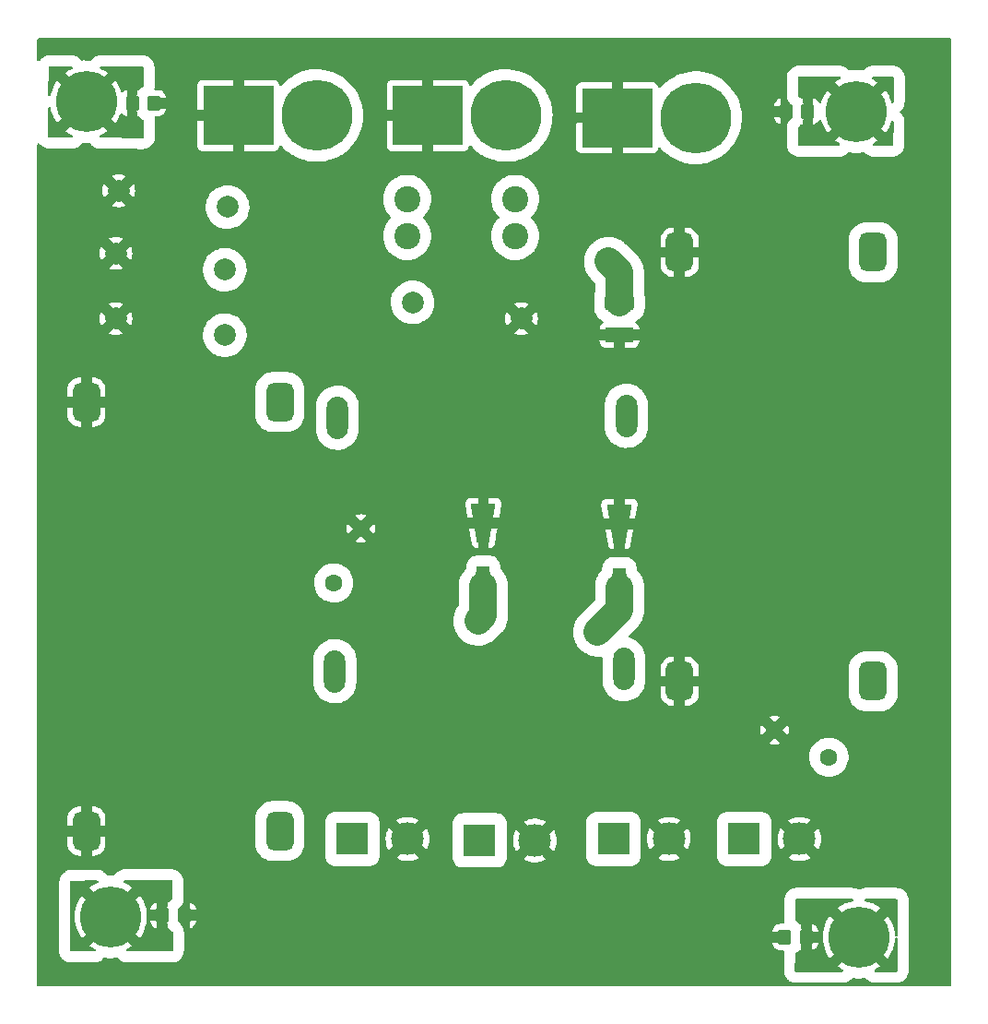
<source format=gbr>
%TF.GenerationSoftware,KiCad,Pcbnew,(6.0.7)*%
%TF.CreationDate,2022-08-25T16:15:27+03:00*%
%TF.ProjectId,guc_devresi_yetenek,6775635f-6465-4767-9265-73695f796574,rev?*%
%TF.SameCoordinates,Original*%
%TF.FileFunction,Copper,L1,Top*%
%TF.FilePolarity,Positive*%
%FSLAX46Y46*%
G04 Gerber Fmt 4.6, Leading zero omitted, Abs format (unit mm)*
G04 Created by KiCad (PCBNEW (6.0.7)) date 2022-08-25 16:15:27*
%MOMM*%
%LPD*%
G01*
G04 APERTURE LIST*
G04 Aperture macros list*
%AMRoundRect*
0 Rectangle with rounded corners*
0 $1 Rounding radius*
0 $2 $3 $4 $5 $6 $7 $8 $9 X,Y pos of 4 corners*
0 Add a 4 corners polygon primitive as box body*
4,1,4,$2,$3,$4,$5,$6,$7,$8,$9,$2,$3,0*
0 Add four circle primitives for the rounded corners*
1,1,$1+$1,$2,$3*
1,1,$1+$1,$4,$5*
1,1,$1+$1,$6,$7*
1,1,$1+$1,$8,$9*
0 Add four rect primitives between the rounded corners*
20,1,$1+$1,$2,$3,$4,$5,0*
20,1,$1+$1,$4,$5,$6,$7,0*
20,1,$1+$1,$6,$7,$8,$9,0*
20,1,$1+$1,$8,$9,$2,$3,0*%
%AMOutline4P*
0 Free polygon, 4 corners , with rotation*
0 The origin of the aperture is its center*
0 number of corners: always 4*
0 $1 to $8 corner X, Y*
0 $9 Rotation angle, in degrees counterclockwise*
0 create outline with 4 corners*
4,1,4,$1,$2,$3,$4,$5,$6,$7,$8,$1,$2,$9*%
G04 Aperture macros list end*
%TA.AperFunction,ComponentPad*%
%ADD10RoundRect,0.625000X-0.625000X1.125000X-0.625000X-1.125000X0.625000X-1.125000X0.625000X1.125000X0*%
%TD*%
%TA.AperFunction,SMDPad,CuDef*%
%ADD11Outline4P,-1.800000X-1.150000X1.800000X-0.550000X1.800000X0.550000X-1.800000X1.150000X90.000000*%
%TD*%
%TA.AperFunction,SMDPad,CuDef*%
%ADD12Outline4P,-1.800000X-1.150000X1.800000X-0.550000X1.800000X0.550000X-1.800000X1.150000X270.000000*%
%TD*%
%TA.AperFunction,ComponentPad*%
%ADD13C,2.000000*%
%TD*%
%TA.AperFunction,ComponentPad*%
%ADD14C,1.600000*%
%TD*%
%TA.AperFunction,ComponentPad*%
%ADD15R,6.500000X5.516000*%
%TD*%
%TA.AperFunction,ComponentPad*%
%ADD16C,6.500000*%
%TD*%
%TA.AperFunction,ComponentPad*%
%ADD17O,1.950000X3.900000*%
%TD*%
%TA.AperFunction,ComponentPad*%
%ADD18C,2.400000*%
%TD*%
%TA.AperFunction,SMDPad,CuDef*%
%ADD19RoundRect,0.250001X-1.074999X0.462499X-1.074999X-0.462499X1.074999X-0.462499X1.074999X0.462499X0*%
%TD*%
%TA.AperFunction,ComponentPad*%
%ADD20C,3.000000*%
%TD*%
%TA.AperFunction,ComponentPad*%
%ADD21R,3.000000X3.000000*%
%TD*%
%TA.AperFunction,ConnectorPad*%
%ADD22C,5.600000*%
%TD*%
%TA.AperFunction,ComponentPad*%
%ADD23C,3.600000*%
%TD*%
%TA.AperFunction,SMDPad,CuDef*%
%ADD24RoundRect,0.250000X0.350000X0.450000X-0.350000X0.450000X-0.350000X-0.450000X0.350000X-0.450000X0*%
%TD*%
%TA.AperFunction,SMDPad,CuDef*%
%ADD25RoundRect,0.250000X-0.350000X-0.450000X0.350000X-0.450000X0.350000X0.450000X-0.350000X0.450000X0*%
%TD*%
%TA.AperFunction,ViaPad*%
%ADD26C,1.200000*%
%TD*%
%TA.AperFunction,ViaPad*%
%ADD27C,2.500000*%
%TD*%
%TA.AperFunction,Conductor*%
%ADD28C,2.500000*%
%TD*%
G04 APERTURE END LIST*
D10*
%TO.P,U2,1,IN+*%
%TO.N,A*%
X110308000Y-34150000D03*
%TO.P,U2,2,IN-*%
%TO.N,GND*%
X92528000Y-34150000D03*
%TO.P,U2,3,OUT+*%
%TO.N,Net-(F2-Pad1)*%
X110308000Y-73520000D03*
%TO.P,U2,4,OUT-*%
%TO.N,GND*%
X92528000Y-73520000D03*
%TD*%
%TO.P,U1,1,IN+*%
%TO.N,A*%
X55808000Y-47900000D03*
%TO.P,U1,2,IN-*%
%TO.N,GND*%
X38028000Y-47900000D03*
%TO.P,U1,3,OUT+*%
%TO.N,Net-(F3-Pad1)*%
X55808000Y-87270000D03*
%TO.P,U1,4,OUT-*%
%TO.N,GND*%
X38028000Y-87270000D03*
%TD*%
D11*
%TO.P,TVS_D2,1,K*%
%TO.N,Net-(F3-Pad2)*%
X87000000Y-64900000D03*
D12*
%TO.P,TVS_D2,2,A*%
%TO.N,GND*%
X87000000Y-59100000D03*
%TD*%
%TO.P,TVS_D1,2,A*%
%TO.N,GND*%
X74500000Y-59000000D03*
D11*
%TO.P,TVS_D1,1,K*%
%TO.N,Net-(F2-Pad2)*%
X74500000Y-64800000D03*
%TD*%
D13*
%TO.P,RV6,1*%
%TO.N,Net-(F1-Pad2)*%
X50750000Y-35750000D03*
%TO.P,RV6,2*%
%TO.N,GND*%
X40750000Y-34250000D03*
%TD*%
%TO.P,RV5,1*%
%TO.N,Net-(F1-Pad2)*%
X51000000Y-30000000D03*
%TO.P,RV5,2*%
%TO.N,GND*%
X41000000Y-28500000D03*
%TD*%
%TO.P,RV4,2*%
%TO.N,GND*%
X40750000Y-40250000D03*
%TO.P,RV4,1*%
%TO.N,Net-(F1-Pad2)*%
X50750000Y-41750000D03*
%TD*%
D14*
%TO.P,RV3,1*%
%TO.N,GND*%
X63250000Y-59500000D03*
%TO.P,RV3,2*%
%TO.N,Net-(F3-Pad1)*%
X60750000Y-64500000D03*
%TD*%
%TO.P,RV2,2*%
%TO.N,GND*%
X101250000Y-78000000D03*
%TO.P,RV2,1*%
%TO.N,Net-(F2-Pad1)*%
X106250000Y-80500000D03*
%TD*%
D13*
%TO.P,RV1,1*%
%TO.N,GND*%
X78000000Y-40250000D03*
%TO.P,RV1,2*%
%TO.N,A*%
X68000000Y-38750000D03*
%TD*%
D15*
%TO.P,J3,1,-*%
%TO.N,GND*%
X52000000Y-21600000D03*
D16*
%TO.P,J3,2,+*%
%TO.N,Net-(F1-Pad2)*%
X59200000Y-21600000D03*
%TD*%
D15*
%TO.P,J2,1,-*%
%TO.N,GND*%
X69400000Y-21600000D03*
D16*
%TO.P,J2,2,+*%
%TO.N,A*%
X76600000Y-21600000D03*
%TD*%
D15*
%TO.P,J1,1,-*%
%TO.N,GND*%
X86800000Y-21800000D03*
D16*
%TO.P,J1,2,+*%
%TO.N,A*%
X94000000Y-21800000D03*
%TD*%
D17*
%TO.P,F2,1*%
%TO.N,Net-(F2-Pad1)*%
X87635000Y-49155000D03*
%TO.P,F2,2*%
%TO.N,Net-(F2-Pad2)*%
X61092000Y-49337000D03*
%TD*%
D18*
%TO.P,F1,1*%
%TO.N,A*%
X77420000Y-32650000D03*
X77420000Y-29250000D03*
%TO.P,F1,2*%
%TO.N,Net-(F1-Pad2)*%
X67500000Y-32650000D03*
X67500000Y-29250000D03*
%TD*%
D19*
%TO.P,D1,1,K*%
%TO.N,A*%
X87000000Y-38762500D03*
%TO.P,D1,2,A*%
%TO.N,GND*%
X87000000Y-41737500D03*
%TD*%
D20*
%TO.P,J5,2,Pin_2*%
%TO.N,GND*%
X91540000Y-88000000D03*
D21*
%TO.P,J5,1,Pin_1*%
%TO.N,Net-(F3-Pad2)*%
X86460000Y-88000000D03*
%TD*%
D22*
%TO.P,H4,1,1*%
%TO.N,Net-(H4-Pad1)*%
X109000000Y-97000000D03*
D23*
X109000000Y-97000000D03*
%TD*%
D21*
%TO.P,J7,1,Pin_1*%
%TO.N,Net-(F3-Pad2)*%
X98460000Y-88000000D03*
D20*
%TO.P,J7,2,Pin_2*%
%TO.N,GND*%
X103540000Y-88000000D03*
%TD*%
D24*
%TO.P,R1,1*%
%TO.N,Net-(H1-Pad1)*%
X104301800Y-21234400D03*
%TO.P,R1,2*%
%TO.N,GND*%
X102301800Y-21234400D03*
%TD*%
%TO.P,R4,2*%
%TO.N,GND*%
X102158000Y-97000000D03*
%TO.P,R4,1*%
%TO.N,Net-(H4-Pad1)*%
X104158000Y-97000000D03*
%TD*%
D22*
%TO.P,H2,1,1*%
%TO.N,Net-(H2-Pad1)*%
X40285000Y-95127000D03*
D23*
X40285000Y-95127000D03*
%TD*%
D17*
%TO.P,F3,1*%
%TO.N,Net-(F3-Pad1)*%
X60865000Y-72595000D03*
%TO.P,F3,2*%
%TO.N,Net-(F3-Pad2)*%
X87408000Y-72413000D03*
%TD*%
D21*
%TO.P,J6,1,Pin_1*%
%TO.N,Net-(F2-Pad2)*%
X62460000Y-88000000D03*
D20*
%TO.P,J6,2,Pin_2*%
%TO.N,GND*%
X67540000Y-88000000D03*
%TD*%
D25*
%TO.P,R2,2*%
%TO.N,GND*%
X47000000Y-95000000D03*
%TO.P,R2,1*%
%TO.N,Net-(H2-Pad1)*%
X45000000Y-95000000D03*
%TD*%
%TO.P,R3,1*%
%TO.N,Net-(H3-Pad1)*%
X42246800Y-20472400D03*
%TO.P,R3,2*%
%TO.N,GND*%
X44246800Y-20472400D03*
%TD*%
D21*
%TO.P,J4,1,Pin_1*%
%TO.N,Net-(F2-Pad2)*%
X74160000Y-88127000D03*
D20*
%TO.P,J4,2,Pin_2*%
%TO.N,GND*%
X79240000Y-88127000D03*
%TD*%
D23*
%TO.P,H1,1,1*%
%TO.N,Net-(H1-Pad1)*%
X108762800Y-21234400D03*
D22*
X108762800Y-21234400D03*
%TD*%
%TO.P,H3,1,1*%
%TO.N,Net-(H3-Pad1)*%
X38023800Y-20345400D03*
D23*
X38023800Y-20345400D03*
%TD*%
D26*
%TO.N,Net-(F3-Pad2)*%
X85000000Y-69000000D03*
%TO.N,Net-(F2-Pad2)*%
X74000000Y-68000000D03*
D27*
%TO.N,A*%
X86000000Y-35000000D03*
%TD*%
D28*
%TO.N,Net-(F3-Pad2)*%
X87000000Y-67000000D02*
X85000000Y-69000000D01*
X87000000Y-64900000D02*
X87000000Y-67000000D01*
%TO.N,Net-(F2-Pad2)*%
X74500000Y-67500000D02*
X74000000Y-68000000D01*
X74500000Y-64800000D02*
X74500000Y-67500000D01*
%TO.N,A*%
X87000000Y-36000000D02*
X86000000Y-35000000D01*
X87000000Y-38762500D02*
X87000000Y-36000000D01*
%TD*%
%TA.AperFunction,Conductor*%
%TO.N,Net-(H2-Pad1)*%
G36*
X45891725Y-91794512D02*
G01*
X45938507Y-91847916D01*
X45950174Y-91899900D01*
X45952529Y-92203681D01*
X45962100Y-93438288D01*
X45942628Y-93506558D01*
X45908016Y-93542725D01*
X45844625Y-93586783D01*
X45686783Y-93744625D01*
X45683580Y-93749233D01*
X45683577Y-93749237D01*
X45673630Y-93763549D01*
X45618329Y-93808071D01*
X45547735Y-93815628D01*
X45530499Y-93811233D01*
X45512147Y-93805146D01*
X45503325Y-93806782D01*
X45500000Y-93819021D01*
X45500000Y-94030163D01*
X45488564Y-94082614D01*
X45466463Y-94130887D01*
X45410949Y-94347098D01*
X45399500Y-94487862D01*
X45399500Y-95512138D01*
X45410949Y-95652902D01*
X45466463Y-95869113D01*
X45468799Y-95874216D01*
X45468800Y-95874218D01*
X45488564Y-95917386D01*
X45500000Y-95969837D01*
X45500000Y-96179546D01*
X45504204Y-96193864D01*
X45511577Y-96195072D01*
X45512604Y-96194850D01*
X45530352Y-96188929D01*
X45601301Y-96186343D01*
X45662386Y-96222527D01*
X45673691Y-96236538D01*
X45686783Y-96255375D01*
X45844625Y-96413217D01*
X45849233Y-96416420D01*
X45849237Y-96416423D01*
X45932342Y-96474182D01*
X45976865Y-96529484D01*
X45986428Y-96576667D01*
X45999016Y-98200416D01*
X45999016Y-98200423D01*
X45979543Y-98268697D01*
X45926249Y-98315604D01*
X45873020Y-98327400D01*
X41819692Y-98327400D01*
X41751571Y-98307398D01*
X41705078Y-98253742D01*
X41694974Y-98183468D01*
X41724468Y-98118888D01*
X41767440Y-98086745D01*
X41816725Y-98064285D01*
X41822777Y-98061121D01*
X42124995Y-97881676D01*
X42130659Y-97877884D01*
X42229328Y-97803801D01*
X42237782Y-97792475D01*
X42231037Y-97780144D01*
X40297812Y-95846919D01*
X40283868Y-95839305D01*
X40282035Y-95839436D01*
X40275420Y-95843687D01*
X38338610Y-97780497D01*
X38331729Y-97793098D01*
X38339866Y-97804104D01*
X38410643Y-97858412D01*
X38416257Y-97862256D01*
X38716591Y-98044862D01*
X38722593Y-98048080D01*
X38806314Y-98087298D01*
X38859517Y-98134309D01*
X38878859Y-98202620D01*
X38858199Y-98270544D01*
X38804095Y-98316515D01*
X38752865Y-98327400D01*
X36627388Y-98327400D01*
X36559267Y-98307398D01*
X36512774Y-98253742D01*
X36501392Y-98200416D01*
X36501909Y-98134309D01*
X36516952Y-96208713D01*
X36525467Y-95118832D01*
X36972333Y-95118832D01*
X36990117Y-95469893D01*
X36990827Y-95476649D01*
X37046420Y-95823723D01*
X37047859Y-95830378D01*
X37140608Y-96169410D01*
X37142757Y-96175871D01*
X37271581Y-96502912D01*
X37274412Y-96509095D01*
X37437803Y-96820310D01*
X37441286Y-96826152D01*
X37606998Y-97072758D01*
X37616981Y-97081056D01*
X37631073Y-97073820D01*
X39565081Y-95139812D01*
X39571459Y-95128132D01*
X40997305Y-95128132D01*
X40997436Y-95129965D01*
X41001687Y-95136580D01*
X42939167Y-97074060D01*
X42950772Y-97080397D01*
X42962978Y-97070868D01*
X43110763Y-96855840D01*
X43114310Y-96850029D01*
X43280942Y-96540559D01*
X43283849Y-96534381D01*
X43416090Y-96208713D01*
X43418304Y-96202283D01*
X43514598Y-95864237D01*
X43516105Y-95857607D01*
X43575332Y-95511118D01*
X43575544Y-95509290D01*
X43892927Y-95509290D01*
X43902257Y-95599206D01*
X43905149Y-95612600D01*
X43956588Y-95766784D01*
X43962761Y-95779962D01*
X44048063Y-95917807D01*
X44057099Y-95929208D01*
X44171829Y-96043739D01*
X44183240Y-96052751D01*
X44321243Y-96137816D01*
X44334424Y-96143963D01*
X44487854Y-96194854D01*
X44496675Y-96193218D01*
X44500000Y-96180979D01*
X44500000Y-95518115D01*
X44495525Y-95502876D01*
X44494135Y-95501671D01*
X44486452Y-95500000D01*
X43910116Y-95500000D01*
X43894877Y-95504475D01*
X43893672Y-95505865D01*
X43892927Y-95509290D01*
X43575544Y-95509290D01*
X43576112Y-95504378D01*
X43597668Y-95151925D01*
X43597784Y-95148323D01*
X43597853Y-95128819D01*
X43597761Y-95125194D01*
X43578666Y-94772615D01*
X43577931Y-94765849D01*
X43532182Y-94486477D01*
X43893348Y-94486477D01*
X43896475Y-94497124D01*
X43897865Y-94498329D01*
X43905548Y-94500000D01*
X44481885Y-94500000D01*
X44497124Y-94495525D01*
X44498329Y-94494135D01*
X44500000Y-94486452D01*
X44500000Y-93820454D01*
X44495796Y-93806136D01*
X44488423Y-93804928D01*
X44487401Y-93805148D01*
X44333216Y-93856588D01*
X44320038Y-93862761D01*
X44182193Y-93948063D01*
X44170792Y-93957099D01*
X44056261Y-94071829D01*
X44047249Y-94083240D01*
X43962184Y-94221243D01*
X43956037Y-94234424D01*
X43904862Y-94388710D01*
X43901995Y-94402086D01*
X43893348Y-94486477D01*
X43532182Y-94486477D01*
X43521130Y-94418985D01*
X43519663Y-94412313D01*
X43425736Y-94073627D01*
X43423562Y-94067163D01*
X43293598Y-93740578D01*
X43290742Y-93734398D01*
X43126273Y-93423770D01*
X43122762Y-93417926D01*
X42962719Y-93181544D01*
X42952646Y-93173230D01*
X42938672Y-93180435D01*
X41004919Y-95114188D01*
X40997305Y-95128132D01*
X39571459Y-95128132D01*
X39572695Y-95125868D01*
X39572564Y-95124035D01*
X39568313Y-95117420D01*
X37630555Y-93179662D01*
X37619019Y-93173362D01*
X37606737Y-93182985D01*
X37453216Y-93408040D01*
X37449697Y-93413851D01*
X37284134Y-93723922D01*
X37281259Y-93730087D01*
X37150155Y-94056218D01*
X37147962Y-94062658D01*
X37052846Y-94401044D01*
X37051363Y-94407679D01*
X36993350Y-94754354D01*
X36992591Y-94761126D01*
X36972357Y-95112037D01*
X36972333Y-95118832D01*
X36525467Y-95118832D01*
X36550229Y-91949342D01*
X36570762Y-91881379D01*
X36624780Y-91835307D01*
X36675544Y-91824328D01*
X39000274Y-91811762D01*
X39068502Y-91831395D01*
X39115284Y-91884799D01*
X39125768Y-91955017D01*
X39096624Y-92019757D01*
X39053606Y-92052232D01*
X38743034Y-92195079D01*
X38736991Y-92198265D01*
X38435407Y-92378759D01*
X38429748Y-92382576D01*
X38340532Y-92450050D01*
X38332075Y-92461464D01*
X38338783Y-92473676D01*
X40272188Y-94407081D01*
X40286132Y-94414695D01*
X40287965Y-94414564D01*
X40294580Y-94410313D01*
X42231232Y-92473661D01*
X42238078Y-92461125D01*
X42229848Y-92450034D01*
X42149820Y-92389069D01*
X42144182Y-92385237D01*
X41843214Y-92203681D01*
X41837202Y-92200484D01*
X41518370Y-92052487D01*
X41512058Y-92049963D01*
X41492729Y-92043420D01*
X41434617Y-92002633D01*
X41407782Y-91936904D01*
X41420743Y-91867100D01*
X41469385Y-91815385D01*
X41532445Y-91798074D01*
X45823499Y-91774879D01*
X45891725Y-91794512D01*
G37*
%TD.AperFunction*%
%TD*%
%TA.AperFunction,Conductor*%
%TO.N,Net-(H3-Pad1)*%
G36*
X36723866Y-17088802D02*
G01*
X36770359Y-17142458D01*
X36780463Y-17212732D01*
X36750969Y-17277312D01*
X36708396Y-17309272D01*
X36481834Y-17413479D01*
X36475791Y-17416665D01*
X36174207Y-17597159D01*
X36168548Y-17600976D01*
X36079332Y-17668450D01*
X36070875Y-17679864D01*
X36077583Y-17692076D01*
X38010988Y-19625481D01*
X38024932Y-19633095D01*
X38026765Y-19632964D01*
X38033380Y-19628713D01*
X39970032Y-17692061D01*
X39976878Y-17679525D01*
X39968648Y-17668434D01*
X39888620Y-17607469D01*
X39882982Y-17603637D01*
X39582014Y-17422081D01*
X39575987Y-17418876D01*
X39339467Y-17309087D01*
X39286100Y-17262263D01*
X39266520Y-17194020D01*
X39286944Y-17126025D01*
X39340886Y-17079865D01*
X39392518Y-17068800D01*
X43156573Y-17068800D01*
X43224694Y-17088802D01*
X43271187Y-17142458D01*
X43282569Y-17193823D01*
X43295412Y-18850557D01*
X43275939Y-18918831D01*
X43241326Y-18954999D01*
X43096033Y-19055980D01*
X43096031Y-19055982D01*
X43091425Y-19059183D01*
X42933583Y-19217025D01*
X42930380Y-19221633D01*
X42930377Y-19221637D01*
X42920430Y-19235949D01*
X42865129Y-19280471D01*
X42794535Y-19288028D01*
X42777299Y-19283633D01*
X42758947Y-19277546D01*
X42750125Y-19279182D01*
X42746800Y-19291421D01*
X42746800Y-19502563D01*
X42735364Y-19555014D01*
X42713263Y-19603287D01*
X42657749Y-19819498D01*
X42646300Y-19960262D01*
X42646300Y-20984538D01*
X42657749Y-21125302D01*
X42713263Y-21341513D01*
X42715599Y-21346616D01*
X42715600Y-21346618D01*
X42735364Y-21389786D01*
X42746800Y-21442237D01*
X42746800Y-21651946D01*
X42751004Y-21666264D01*
X42758377Y-21667472D01*
X42759404Y-21667250D01*
X42777152Y-21661329D01*
X42848101Y-21658743D01*
X42909186Y-21694927D01*
X42920491Y-21708938D01*
X42933583Y-21727775D01*
X43091425Y-21885617D01*
X43266593Y-22007362D01*
X43311114Y-22062663D01*
X43320678Y-22109848D01*
X43322143Y-22298797D01*
X43331806Y-23545383D01*
X43312333Y-23613657D01*
X43259039Y-23660564D01*
X43205083Y-23672358D01*
X39329214Y-23649954D01*
X39261211Y-23629558D01*
X39215029Y-23575635D01*
X39205331Y-23505304D01*
X39235197Y-23440895D01*
X39277692Y-23409301D01*
X39555518Y-23282688D01*
X39561577Y-23279521D01*
X39863795Y-23100076D01*
X39869459Y-23096284D01*
X39968128Y-23022201D01*
X39976582Y-23010875D01*
X39969837Y-22998544D01*
X38036612Y-21065319D01*
X38022668Y-21057705D01*
X38020835Y-21057836D01*
X38014220Y-21062087D01*
X36077410Y-22998897D01*
X36070529Y-23011498D01*
X36078666Y-23022504D01*
X36149443Y-23076812D01*
X36155057Y-23080656D01*
X36455391Y-23263262D01*
X36461393Y-23266480D01*
X36734780Y-23394544D01*
X36787983Y-23441554D01*
X36807325Y-23509866D01*
X36786665Y-23577789D01*
X36732562Y-23623761D01*
X36680603Y-23634644D01*
X34619446Y-23622730D01*
X34551443Y-23602334D01*
X34505261Y-23548411D01*
X34494179Y-23495755D01*
X34514057Y-20931507D01*
X34534586Y-20863544D01*
X34588601Y-20817468D01*
X34658951Y-20807909D01*
X34723301Y-20837902D01*
X34761221Y-20897924D01*
X34764467Y-20912556D01*
X34785220Y-21042123D01*
X34786659Y-21048778D01*
X34879408Y-21387810D01*
X34881557Y-21394271D01*
X35010381Y-21721312D01*
X35013212Y-21727495D01*
X35176603Y-22038710D01*
X35180086Y-22044552D01*
X35345798Y-22291158D01*
X35355781Y-22299456D01*
X35369873Y-22292220D01*
X37303881Y-20358212D01*
X37310259Y-20346532D01*
X38736105Y-20346532D01*
X38736236Y-20348365D01*
X38740487Y-20354980D01*
X40677967Y-22292460D01*
X40689572Y-22298797D01*
X40701778Y-22289268D01*
X40849563Y-22074240D01*
X40853110Y-22068429D01*
X41019742Y-21758959D01*
X41022649Y-21752781D01*
X41133821Y-21478999D01*
X41177983Y-21423408D01*
X41245188Y-21400518D01*
X41314100Y-21417595D01*
X41339582Y-21437230D01*
X41418629Y-21516139D01*
X41430040Y-21525151D01*
X41568043Y-21610216D01*
X41581224Y-21616363D01*
X41734654Y-21667254D01*
X41743475Y-21665618D01*
X41746800Y-21653379D01*
X41746800Y-19292854D01*
X41742596Y-19278536D01*
X41735223Y-19277328D01*
X41734201Y-19277548D01*
X41580016Y-19328988D01*
X41566838Y-19335161D01*
X41428993Y-19420463D01*
X41417592Y-19429499D01*
X41402183Y-19444935D01*
X41339901Y-19479014D01*
X41269081Y-19474011D01*
X41212208Y-19431514D01*
X41191593Y-19389589D01*
X41164536Y-19292027D01*
X41162362Y-19285563D01*
X41032398Y-18958978D01*
X41029542Y-18952798D01*
X40865073Y-18642170D01*
X40861562Y-18636326D01*
X40701519Y-18399944D01*
X40691446Y-18391630D01*
X40677472Y-18398835D01*
X38743719Y-20332588D01*
X38736105Y-20346532D01*
X37310259Y-20346532D01*
X37311495Y-20344268D01*
X37311364Y-20342435D01*
X37307113Y-20335820D01*
X35369355Y-18398062D01*
X35357819Y-18391762D01*
X35345537Y-18401385D01*
X35192016Y-18626440D01*
X35188497Y-18632251D01*
X35022934Y-18942322D01*
X35020059Y-18948487D01*
X34888955Y-19274618D01*
X34886762Y-19281058D01*
X34791646Y-19619444D01*
X34790163Y-19626082D01*
X34773858Y-19723517D01*
X34742887Y-19787403D01*
X34682294Y-19824403D01*
X34611316Y-19822770D01*
X34552489Y-19783022D01*
X34524489Y-19717780D01*
X34523590Y-19701745D01*
X34543031Y-17193823D01*
X34563560Y-17125860D01*
X34617575Y-17079784D01*
X34669027Y-17068800D01*
X36655745Y-17068800D01*
X36723866Y-17088802D01*
G37*
%TD.AperFunction*%
%TD*%
%TA.AperFunction,Conductor*%
%TO.N,Net-(H4-Pad1)*%
G36*
X108446713Y-93514802D02*
G01*
X108493206Y-93568458D01*
X108503310Y-93638732D01*
X108473816Y-93703312D01*
X108414090Y-93741696D01*
X108405434Y-93743908D01*
X108123586Y-93805361D01*
X108117011Y-93807172D01*
X107783683Y-93918702D01*
X107777361Y-93921205D01*
X107458034Y-94068079D01*
X107451991Y-94071265D01*
X107150407Y-94251759D01*
X107144748Y-94255576D01*
X107055532Y-94323050D01*
X107047075Y-94334464D01*
X107053783Y-94346676D01*
X108987188Y-96280081D01*
X109001132Y-96287695D01*
X109002965Y-96287564D01*
X109009580Y-96283313D01*
X110946232Y-94346661D01*
X110953078Y-94334125D01*
X110944848Y-94323034D01*
X110864820Y-94262069D01*
X110859182Y-94258237D01*
X110558214Y-94076681D01*
X110552202Y-94073484D01*
X110233370Y-93925487D01*
X110227070Y-93922967D01*
X109894129Y-93810273D01*
X109887551Y-93808437D01*
X109596048Y-93743813D01*
X109533871Y-93709542D01*
X109500093Y-93647095D01*
X109505439Y-93576300D01*
X109548211Y-93519633D01*
X109614829Y-93495086D01*
X109623319Y-93494800D01*
X112430000Y-93494800D01*
X112498121Y-93514802D01*
X112544614Y-93568458D01*
X112556000Y-93620800D01*
X112556000Y-96833006D01*
X112535998Y-96901127D01*
X112482342Y-96947620D01*
X112412068Y-96957724D01*
X112347488Y-96928230D01*
X112309104Y-96868504D01*
X112304184Y-96839820D01*
X112293666Y-96645615D01*
X112292931Y-96638849D01*
X112236130Y-96291985D01*
X112234663Y-96285313D01*
X112140736Y-95946627D01*
X112138562Y-95940163D01*
X112008598Y-95613578D01*
X112005742Y-95607398D01*
X111841273Y-95296770D01*
X111837762Y-95290926D01*
X111677719Y-95054544D01*
X111667646Y-95046230D01*
X111653672Y-95053435D01*
X109719919Y-96987188D01*
X109712305Y-97001132D01*
X109712436Y-97002965D01*
X109716687Y-97009580D01*
X111654167Y-98947060D01*
X111665772Y-98953397D01*
X111677978Y-98943868D01*
X111825763Y-98728840D01*
X111829310Y-98723029D01*
X111995942Y-98413559D01*
X111998849Y-98407381D01*
X112131090Y-98081713D01*
X112133304Y-98075283D01*
X112229598Y-97737237D01*
X112231105Y-97730607D01*
X112290332Y-97384118D01*
X112291112Y-97377378D01*
X112304235Y-97162807D01*
X112328358Y-97096034D01*
X112384752Y-97052904D01*
X112455512Y-97047109D01*
X112518172Y-97080489D01*
X112552838Y-97142447D01*
X112556000Y-97170499D01*
X112556000Y-100074400D01*
X112535998Y-100142521D01*
X112482342Y-100189014D01*
X112430000Y-100200400D01*
X110534692Y-100200400D01*
X110466571Y-100180398D01*
X110420078Y-100126742D01*
X110409974Y-100056468D01*
X110439468Y-99991888D01*
X110482440Y-99959745D01*
X110531725Y-99937285D01*
X110537777Y-99934121D01*
X110839995Y-99754676D01*
X110845659Y-99750884D01*
X110944328Y-99676801D01*
X110952782Y-99665475D01*
X110946037Y-99653144D01*
X109012812Y-97719919D01*
X108998868Y-97712305D01*
X108997035Y-97712436D01*
X108990420Y-97716687D01*
X107053610Y-99653497D01*
X107046729Y-99666098D01*
X107054866Y-99677104D01*
X107125643Y-99731412D01*
X107131257Y-99735256D01*
X107431591Y-99917862D01*
X107437593Y-99921080D01*
X107521314Y-99960298D01*
X107574517Y-100007309D01*
X107593859Y-100075620D01*
X107573199Y-100143544D01*
X107519095Y-100189515D01*
X107467865Y-100200400D01*
X103237904Y-100200400D01*
X103169783Y-100180398D01*
X103123290Y-100126742D01*
X103111918Y-100072510D01*
X103114238Y-99917862D01*
X103128798Y-98947060D01*
X103133975Y-98601894D01*
X103154997Y-98534081D01*
X103188049Y-98500321D01*
X103313375Y-98413217D01*
X103471217Y-98255375D01*
X103474420Y-98250767D01*
X103474423Y-98250763D01*
X103484370Y-98236451D01*
X103539671Y-98191929D01*
X103610265Y-98184372D01*
X103627501Y-98188767D01*
X103645853Y-98194854D01*
X103654675Y-98193218D01*
X103658000Y-98180979D01*
X103658000Y-98179546D01*
X104658000Y-98179546D01*
X104662204Y-98193864D01*
X104669577Y-98195072D01*
X104670599Y-98194852D01*
X104824784Y-98143412D01*
X104837962Y-98137239D01*
X104975807Y-98051937D01*
X104987208Y-98042901D01*
X105101739Y-97928171D01*
X105110751Y-97916760D01*
X105195816Y-97778757D01*
X105201963Y-97765576D01*
X105253138Y-97611290D01*
X105256005Y-97597914D01*
X105264652Y-97513523D01*
X105261525Y-97502876D01*
X105260135Y-97501671D01*
X105252452Y-97500000D01*
X104676115Y-97500000D01*
X104660876Y-97504475D01*
X104659671Y-97505865D01*
X104658000Y-97513548D01*
X104658000Y-98179546D01*
X103658000Y-98179546D01*
X103658000Y-97969837D01*
X103669436Y-97917386D01*
X103689200Y-97874218D01*
X103689201Y-97874216D01*
X103691537Y-97869113D01*
X103747051Y-97652902D01*
X103758500Y-97512138D01*
X103758500Y-96991832D01*
X105687333Y-96991832D01*
X105705117Y-97342893D01*
X105705827Y-97349649D01*
X105761420Y-97696723D01*
X105762859Y-97703378D01*
X105855608Y-98042410D01*
X105857757Y-98048871D01*
X105986581Y-98375912D01*
X105989412Y-98382095D01*
X106152803Y-98693310D01*
X106156286Y-98699152D01*
X106321998Y-98945758D01*
X106331981Y-98954056D01*
X106346073Y-98946820D01*
X108280081Y-97012812D01*
X108287695Y-96998868D01*
X108287564Y-96997035D01*
X108283313Y-96990420D01*
X106345555Y-95052662D01*
X106334019Y-95046362D01*
X106321737Y-95055985D01*
X106168216Y-95281040D01*
X106164697Y-95286851D01*
X105999134Y-95596922D01*
X105996259Y-95603087D01*
X105865155Y-95929218D01*
X105862962Y-95935658D01*
X105767846Y-96274044D01*
X105766363Y-96280679D01*
X105708350Y-96627354D01*
X105707591Y-96634126D01*
X105687357Y-96985037D01*
X105687333Y-96991832D01*
X103758500Y-96991832D01*
X103758500Y-96487862D01*
X103758014Y-96481885D01*
X104658000Y-96481885D01*
X104662475Y-96497124D01*
X104663865Y-96498329D01*
X104671548Y-96500000D01*
X105247884Y-96500000D01*
X105263123Y-96495525D01*
X105264328Y-96494135D01*
X105265073Y-96490710D01*
X105255743Y-96400794D01*
X105252851Y-96387400D01*
X105201412Y-96233216D01*
X105195239Y-96220038D01*
X105109937Y-96082193D01*
X105100901Y-96070792D01*
X104986171Y-95956261D01*
X104974760Y-95947249D01*
X104836757Y-95862184D01*
X104823576Y-95856037D01*
X104670146Y-95805146D01*
X104661325Y-95806782D01*
X104658000Y-95819021D01*
X104658000Y-96481885D01*
X103758014Y-96481885D01*
X103747051Y-96347098D01*
X103691537Y-96130887D01*
X103669436Y-96082614D01*
X103658000Y-96030163D01*
X103658000Y-95820454D01*
X103653796Y-95806136D01*
X103646423Y-95804928D01*
X103645396Y-95805150D01*
X103627648Y-95811071D01*
X103556699Y-95813657D01*
X103495614Y-95777473D01*
X103484309Y-95763462D01*
X103471217Y-95744625D01*
X103313375Y-95586783D01*
X103308769Y-95583582D01*
X103308767Y-95583580D01*
X103212090Y-95516388D01*
X103167568Y-95461086D01*
X103158000Y-95412923D01*
X103158000Y-93620800D01*
X103178002Y-93552679D01*
X103231658Y-93506186D01*
X103284000Y-93494800D01*
X108378592Y-93494800D01*
X108446713Y-93514802D01*
G37*
%TD.AperFunction*%
%TD*%
%TA.AperFunction,Conductor*%
%TO.N,Net-(H1-Pad1)*%
G36*
X107297196Y-18054002D02*
G01*
X107343689Y-18107658D01*
X107353793Y-18177932D01*
X107324299Y-18242512D01*
X107281726Y-18274472D01*
X107220834Y-18302479D01*
X107214791Y-18305665D01*
X106913207Y-18486159D01*
X106907548Y-18489976D01*
X106818332Y-18557450D01*
X106809875Y-18568864D01*
X106816583Y-18581076D01*
X108749988Y-20514481D01*
X108763932Y-20522095D01*
X108765765Y-20521964D01*
X108772380Y-20517713D01*
X110709032Y-18581061D01*
X110715878Y-18568525D01*
X110707648Y-18557434D01*
X110627620Y-18496469D01*
X110621982Y-18492637D01*
X110321014Y-18311081D01*
X110314995Y-18307880D01*
X110242626Y-18274288D01*
X110189259Y-18227464D01*
X110169678Y-18159220D01*
X110190102Y-18091225D01*
X110244044Y-18045065D01*
X110295676Y-18034000D01*
X112090188Y-18034000D01*
X112158309Y-18054002D01*
X112204802Y-18107658D01*
X112216184Y-18161008D01*
X112199031Y-20305192D01*
X112198902Y-20321272D01*
X112178356Y-20389231D01*
X112124330Y-20435293D01*
X112053977Y-20444834D01*
X111989634Y-20414825D01*
X111951489Y-20353936D01*
X111903536Y-20181027D01*
X111901362Y-20174563D01*
X111771398Y-19847978D01*
X111768542Y-19841798D01*
X111604073Y-19531170D01*
X111600562Y-19525326D01*
X111440519Y-19288944D01*
X111430446Y-19280630D01*
X111416472Y-19287835D01*
X109482719Y-21221588D01*
X109475105Y-21235532D01*
X109475236Y-21237365D01*
X109479487Y-21243980D01*
X111416967Y-23181460D01*
X111428572Y-23187797D01*
X111440778Y-23178268D01*
X111588563Y-22963240D01*
X111592110Y-22957429D01*
X111758742Y-22647959D01*
X111761649Y-22641781D01*
X111893890Y-22316113D01*
X111896104Y-22309683D01*
X111936675Y-22167257D01*
X111974574Y-22107222D01*
X112038914Y-22077208D01*
X112109267Y-22086743D01*
X112163297Y-22132800D01*
X112183850Y-22202783D01*
X112167408Y-24258000D01*
X112167400Y-24259008D01*
X112146854Y-24326967D01*
X112092828Y-24373029D01*
X112041404Y-24384000D01*
X110396672Y-24384000D01*
X110328551Y-24363998D01*
X110282058Y-24310342D01*
X110271954Y-24240068D01*
X110301448Y-24175488D01*
X110332344Y-24149659D01*
X110602787Y-23989081D01*
X110608459Y-23985284D01*
X110707128Y-23911201D01*
X110715582Y-23899875D01*
X110708837Y-23887544D01*
X108775612Y-21954319D01*
X108761668Y-21946705D01*
X108759835Y-21946836D01*
X108753220Y-21951087D01*
X106816410Y-23887897D01*
X106809529Y-23900498D01*
X106817666Y-23911504D01*
X106888443Y-23965812D01*
X106894057Y-23969656D01*
X107191227Y-24150338D01*
X107239042Y-24202819D01*
X107250893Y-24272820D01*
X107223018Y-24338115D01*
X107164267Y-24377974D01*
X107125768Y-24384000D01*
X103504000Y-24384000D01*
X103435879Y-24363998D01*
X103389386Y-24310342D01*
X103378000Y-24258000D01*
X103378000Y-22768517D01*
X103398002Y-22700396D01*
X103432089Y-22665053D01*
X103452564Y-22650822D01*
X103452566Y-22650820D01*
X103457175Y-22647617D01*
X103615017Y-22489775D01*
X103618220Y-22485167D01*
X103618223Y-22485163D01*
X103628170Y-22470851D01*
X103683471Y-22426329D01*
X103754065Y-22418772D01*
X103771301Y-22423167D01*
X103789653Y-22429254D01*
X103798475Y-22427618D01*
X103801800Y-22415379D01*
X103801800Y-22413946D01*
X104801800Y-22413946D01*
X104806004Y-22428264D01*
X104813377Y-22429472D01*
X104814399Y-22429252D01*
X104968584Y-22377812D01*
X104981762Y-22371639D01*
X105119607Y-22286337D01*
X105131008Y-22277301D01*
X105245539Y-22162571D01*
X105254551Y-22151160D01*
X105330517Y-22027920D01*
X105383289Y-21980427D01*
X105453361Y-21969003D01*
X105518485Y-21997277D01*
X105559311Y-22060788D01*
X105618408Y-22276810D01*
X105620557Y-22283271D01*
X105749381Y-22610312D01*
X105752212Y-22616495D01*
X105915603Y-22927710D01*
X105919086Y-22933552D01*
X106084798Y-23180158D01*
X106094781Y-23188456D01*
X106108873Y-23181220D01*
X108042881Y-21247212D01*
X108050495Y-21233268D01*
X108050364Y-21231435D01*
X108046113Y-21224820D01*
X106108355Y-19287062D01*
X106096819Y-19280762D01*
X106084537Y-19290385D01*
X105931016Y-19515440D01*
X105927497Y-19521251D01*
X105761934Y-19831322D01*
X105759059Y-19837487D01*
X105627955Y-20163618D01*
X105625762Y-20170058D01*
X105558816Y-20408227D01*
X105521127Y-20468393D01*
X105456892Y-20498632D01*
X105386506Y-20489343D01*
X105330373Y-20440434D01*
X105253737Y-20316593D01*
X105244701Y-20305192D01*
X105129971Y-20190661D01*
X105118560Y-20181649D01*
X104980557Y-20096584D01*
X104967376Y-20090437D01*
X104813946Y-20039546D01*
X104805125Y-20041182D01*
X104801800Y-20053421D01*
X104801800Y-22413946D01*
X103801800Y-22413946D01*
X103801800Y-22204237D01*
X103813236Y-22151786D01*
X103833000Y-22108618D01*
X103833001Y-22108616D01*
X103835337Y-22103513D01*
X103890851Y-21887302D01*
X103902300Y-21746538D01*
X103902300Y-20722262D01*
X103890851Y-20581498D01*
X103835337Y-20365287D01*
X103813236Y-20317014D01*
X103801800Y-20264563D01*
X103801800Y-20054854D01*
X103797596Y-20040536D01*
X103790223Y-20039328D01*
X103789196Y-20039550D01*
X103771448Y-20045471D01*
X103700499Y-20048057D01*
X103639414Y-20011873D01*
X103628109Y-19997862D01*
X103615017Y-19979025D01*
X103457175Y-19821183D01*
X103452564Y-19817978D01*
X103432089Y-19803747D01*
X103387568Y-19748444D01*
X103378000Y-19700283D01*
X103378000Y-18160000D01*
X103398002Y-18091879D01*
X103451658Y-18045386D01*
X103504000Y-18034000D01*
X107229075Y-18034000D01*
X107297196Y-18054002D01*
G37*
%TD.AperFunction*%
%TD*%
%TA.AperFunction,Conductor*%
%TO.N,GND*%
G36*
X117433621Y-14528502D02*
G01*
X117480114Y-14582158D01*
X117491500Y-14634500D01*
X117491500Y-101365500D01*
X117471498Y-101433621D01*
X117417842Y-101480114D01*
X117365500Y-101491500D01*
X33634500Y-101491500D01*
X33566379Y-101471498D01*
X33519886Y-101417842D01*
X33508500Y-101365500D01*
X33508500Y-98192561D01*
X35495923Y-98192561D01*
X35518042Y-98410304D01*
X35529424Y-98463630D01*
X35529818Y-98465115D01*
X35529822Y-98465131D01*
X35533102Y-98477488D01*
X35554783Y-98559166D01*
X35556668Y-98563504D01*
X35556670Y-98563509D01*
X35566799Y-98586815D01*
X35635875Y-98745756D01*
X35752866Y-98912203D01*
X35799359Y-98965859D01*
X35801220Y-98967677D01*
X35801226Y-98967684D01*
X35860090Y-99025207D01*
X35918481Y-99082268D01*
X35923308Y-99085497D01*
X35923310Y-99085499D01*
X36082268Y-99191844D01*
X36082271Y-99191846D01*
X36087578Y-99195396D01*
X36275987Y-99272169D01*
X36344108Y-99292171D01*
X36345389Y-99292490D01*
X36345396Y-99292492D01*
X36376950Y-99300352D01*
X36424982Y-99312317D01*
X36503890Y-99320341D01*
X36624209Y-99332577D01*
X36624214Y-99332577D01*
X36627388Y-99332900D01*
X38752865Y-99332900D01*
X38756136Y-99332556D01*
X38756142Y-99332556D01*
X38849357Y-99322762D01*
X38961842Y-99310944D01*
X39013072Y-99300059D01*
X39014435Y-99299705D01*
X39095766Y-99278578D01*
X39095769Y-99278577D01*
X39100223Y-99277420D01*
X39104458Y-99275628D01*
X39104464Y-99275626D01*
X39281713Y-99200627D01*
X39281715Y-99200626D01*
X39287590Y-99198140D01*
X39292844Y-99194523D01*
X39292847Y-99194521D01*
X39372319Y-99139804D01*
X39455162Y-99082767D01*
X39509266Y-99036796D01*
X39620223Y-98925432D01*
X39682472Y-98891293D01*
X39722869Y-98889077D01*
X39855531Y-98903255D01*
X40069411Y-98926113D01*
X40069420Y-98926114D01*
X40072578Y-98926451D01*
X40075764Y-98926468D01*
X40075770Y-98926468D01*
X40252250Y-98927392D01*
X40457624Y-98928467D01*
X40626530Y-98912203D01*
X40837737Y-98891866D01*
X40837742Y-98891865D01*
X40840902Y-98891561D01*
X40844024Y-98890937D01*
X40847179Y-98890471D01*
X40847350Y-98891628D01*
X40913373Y-98897488D01*
X40962548Y-98932259D01*
X40989953Y-98963886D01*
X40991663Y-98965859D01*
X40993524Y-98967677D01*
X40993530Y-98967684D01*
X41052394Y-99025207D01*
X41110785Y-99082268D01*
X41115612Y-99085497D01*
X41115614Y-99085499D01*
X41274572Y-99191844D01*
X41274575Y-99191846D01*
X41279882Y-99195396D01*
X41468291Y-99272169D01*
X41536412Y-99292171D01*
X41537693Y-99292490D01*
X41537700Y-99292492D01*
X41569254Y-99300352D01*
X41617286Y-99312317D01*
X41696194Y-99320341D01*
X41816513Y-99332577D01*
X41816518Y-99332577D01*
X41819692Y-99332900D01*
X45873020Y-99332900D01*
X45876422Y-99332528D01*
X45876432Y-99332527D01*
X46026578Y-99316089D01*
X46090569Y-99309084D01*
X46143798Y-99297288D01*
X46145239Y-99296893D01*
X46145253Y-99296890D01*
X46234511Y-99272452D01*
X46239084Y-99271200D01*
X46398092Y-99200627D01*
X46419204Y-99191257D01*
X46419207Y-99191255D01*
X46425041Y-99188666D01*
X46590576Y-99070388D01*
X46643870Y-99023481D01*
X46759360Y-98903453D01*
X46812347Y-98822906D01*
X46867660Y-98738825D01*
X46867662Y-98738821D01*
X46871173Y-98733484D01*
X46946482Y-98544486D01*
X46965955Y-98476212D01*
X46985473Y-98395187D01*
X46985892Y-98390725D01*
X46985893Y-98390718D01*
X47004189Y-98195797D01*
X47004189Y-98195788D01*
X47004486Y-98192628D01*
X46999211Y-97512138D01*
X46999189Y-97509290D01*
X101050927Y-97509290D01*
X101060257Y-97599206D01*
X101063149Y-97612600D01*
X101114588Y-97766784D01*
X101120761Y-97779962D01*
X101206063Y-97917807D01*
X101215099Y-97929208D01*
X101329829Y-98043739D01*
X101341240Y-98052751D01*
X101479243Y-98137816D01*
X101492424Y-98143963D01*
X101646710Y-98195138D01*
X101660086Y-98198005D01*
X101754438Y-98207672D01*
X101760854Y-98208000D01*
X102035303Y-98207999D01*
X102103423Y-98228001D01*
X102149916Y-98281656D01*
X102160021Y-98351930D01*
X102157097Y-98366283D01*
X102152204Y-98384741D01*
X102128588Y-98586815D01*
X102128540Y-98590001D01*
X102128540Y-98590004D01*
X102117403Y-99332577D01*
X102106531Y-100057431D01*
X102106864Y-100060891D01*
X102106864Y-100060899D01*
X102108162Y-100074400D01*
X102127821Y-100278867D01*
X102139193Y-100333099D01*
X102165299Y-100432166D01*
X102246391Y-100618756D01*
X102363382Y-100785203D01*
X102409875Y-100838859D01*
X102411736Y-100840677D01*
X102411742Y-100840684D01*
X102476674Y-100904137D01*
X102528997Y-100955268D01*
X102533824Y-100958497D01*
X102533826Y-100958499D01*
X102692784Y-101064844D01*
X102692787Y-101064846D01*
X102698094Y-101068396D01*
X102886503Y-101145169D01*
X102954624Y-101165171D01*
X102955905Y-101165490D01*
X102955912Y-101165492D01*
X102987466Y-101173352D01*
X103035498Y-101185317D01*
X103114406Y-101193341D01*
X103234725Y-101205577D01*
X103234730Y-101205577D01*
X103237904Y-101205900D01*
X107467865Y-101205900D01*
X107471136Y-101205556D01*
X107471142Y-101205556D01*
X107564357Y-101195762D01*
X107676842Y-101183944D01*
X107728072Y-101173059D01*
X107759889Y-101164794D01*
X107810766Y-101151578D01*
X107810769Y-101151577D01*
X107815223Y-101150420D01*
X107819458Y-101148628D01*
X107819464Y-101148626D01*
X107996713Y-101073627D01*
X107996715Y-101073626D01*
X108002590Y-101071140D01*
X108007844Y-101067523D01*
X108007847Y-101067521D01*
X108087319Y-101012804D01*
X108170162Y-100955767D01*
X108224266Y-100909796D01*
X108335223Y-100798432D01*
X108397472Y-100764293D01*
X108437869Y-100762077D01*
X108570531Y-100776255D01*
X108784411Y-100799113D01*
X108784420Y-100799114D01*
X108787578Y-100799451D01*
X108790764Y-100799468D01*
X108790770Y-100799468D01*
X108967250Y-100800392D01*
X109172624Y-100801467D01*
X109341530Y-100785203D01*
X109552737Y-100764866D01*
X109552742Y-100764865D01*
X109555902Y-100764561D01*
X109559024Y-100763937D01*
X109562179Y-100763471D01*
X109562350Y-100764628D01*
X109628373Y-100770488D01*
X109677548Y-100805259D01*
X109704953Y-100836886D01*
X109706663Y-100838859D01*
X109708524Y-100840677D01*
X109708530Y-100840684D01*
X109773462Y-100904137D01*
X109825785Y-100955268D01*
X109830612Y-100958497D01*
X109830614Y-100958499D01*
X109989572Y-101064844D01*
X109989575Y-101064846D01*
X109994882Y-101068396D01*
X110183291Y-101145169D01*
X110251412Y-101165171D01*
X110252693Y-101165490D01*
X110252700Y-101165492D01*
X110284254Y-101173352D01*
X110332286Y-101185317D01*
X110411194Y-101193341D01*
X110531513Y-101205577D01*
X110531518Y-101205577D01*
X110534692Y-101205900D01*
X112430000Y-101205900D01*
X112643729Y-101182922D01*
X112647013Y-101182208D01*
X112647017Y-101182207D01*
X112694641Y-101171847D01*
X112696071Y-101171536D01*
X112787766Y-101147005D01*
X112792048Y-101145144D01*
X112792051Y-101145143D01*
X112846599Y-101121436D01*
X112974356Y-101065913D01*
X113085321Y-100987919D01*
X113138191Y-100950758D01*
X113138192Y-100950757D01*
X113140803Y-100948922D01*
X113194459Y-100902429D01*
X113196277Y-100900568D01*
X113196284Y-100900562D01*
X113306807Y-100787463D01*
X113306809Y-100787461D01*
X113310868Y-100783307D01*
X113319444Y-100770488D01*
X113420444Y-100619520D01*
X113420446Y-100619517D01*
X113423996Y-100614210D01*
X113500769Y-100425801D01*
X113520771Y-100357680D01*
X113540917Y-100276806D01*
X113561500Y-100074400D01*
X113561500Y-97170499D01*
X113555172Y-97057873D01*
X113552010Y-97029821D01*
X113549004Y-97015705D01*
X113546886Y-96976715D01*
X113561177Y-96836185D01*
X113561177Y-96836180D01*
X113561500Y-96833006D01*
X113561500Y-93620800D01*
X113538522Y-93407071D01*
X113527136Y-93354729D01*
X113502605Y-93263034D01*
X113421513Y-93076444D01*
X113304522Y-92909997D01*
X113258029Y-92856341D01*
X113256168Y-92854523D01*
X113256162Y-92854516D01*
X113143063Y-92743993D01*
X113143061Y-92743991D01*
X113138907Y-92739932D01*
X113134080Y-92736703D01*
X113134078Y-92736701D01*
X112975120Y-92630356D01*
X112975117Y-92630354D01*
X112969810Y-92626804D01*
X112781401Y-92550031D01*
X112713280Y-92530029D01*
X112711999Y-92529710D01*
X112711992Y-92529708D01*
X112675582Y-92520638D01*
X112632406Y-92509883D01*
X112553498Y-92501859D01*
X112433179Y-92489623D01*
X112433174Y-92489623D01*
X112430000Y-92489300D01*
X109623319Y-92489300D01*
X109622856Y-92489308D01*
X109622831Y-92489308D01*
X109590038Y-92489860D01*
X109589994Y-92489861D01*
X109589466Y-92489870D01*
X109588937Y-92489888D01*
X109588930Y-92489888D01*
X109582805Y-92490094D01*
X109582792Y-92490095D01*
X109580976Y-92490156D01*
X109464217Y-92500930D01*
X109459345Y-92502183D01*
X109459344Y-92502183D01*
X109417306Y-92512993D01*
X109267178Y-92551598D01*
X109200560Y-92576145D01*
X109198206Y-92577241D01*
X109198205Y-92577242D01*
X109053892Y-92644470D01*
X108983696Y-92655104D01*
X108930623Y-92634980D01*
X108923712Y-92630356D01*
X108923709Y-92630354D01*
X108918402Y-92626804D01*
X108729993Y-92550031D01*
X108661872Y-92530029D01*
X108660591Y-92529710D01*
X108660584Y-92529708D01*
X108624174Y-92520638D01*
X108580998Y-92509883D01*
X108502090Y-92501859D01*
X108381771Y-92489623D01*
X108381766Y-92489623D01*
X108378592Y-92489300D01*
X103284000Y-92489300D01*
X103280652Y-92489660D01*
X103280651Y-92489660D01*
X103276038Y-92490156D01*
X103070271Y-92512278D01*
X103066987Y-92512992D01*
X103066983Y-92512993D01*
X103029958Y-92521047D01*
X103017929Y-92523664D01*
X102926234Y-92548195D01*
X102921952Y-92550056D01*
X102921949Y-92550057D01*
X102867401Y-92573764D01*
X102739644Y-92629287D01*
X102718043Y-92644470D01*
X102586823Y-92736701D01*
X102573197Y-92746278D01*
X102519541Y-92792771D01*
X102517723Y-92794632D01*
X102517716Y-92794638D01*
X102407343Y-92907584D01*
X102403132Y-92911893D01*
X102290004Y-93080990D01*
X102213231Y-93269399D01*
X102193229Y-93337520D01*
X102173083Y-93418394D01*
X102165059Y-93497302D01*
X102152841Y-93617451D01*
X102152500Y-93620800D01*
X102152500Y-95412923D01*
X102171773Y-95608846D01*
X102178250Y-95641448D01*
X102171905Y-95712161D01*
X102128337Y-95768218D01*
X102054665Y-95792000D01*
X101760905Y-95792001D01*
X101754386Y-95792338D01*
X101658794Y-95802257D01*
X101645400Y-95805149D01*
X101491216Y-95856588D01*
X101478038Y-95862761D01*
X101340193Y-95948063D01*
X101328792Y-95957099D01*
X101214261Y-96071829D01*
X101205249Y-96083240D01*
X101120184Y-96221243D01*
X101114037Y-96234424D01*
X101062862Y-96388710D01*
X101059995Y-96402086D01*
X101051348Y-96486477D01*
X101054475Y-96497124D01*
X101055865Y-96498329D01*
X101063548Y-96500000D01*
X102431500Y-96500000D01*
X102499621Y-96520002D01*
X102546114Y-96573658D01*
X102557500Y-96626000D01*
X102557500Y-97374000D01*
X102537498Y-97442121D01*
X102483842Y-97488614D01*
X102431500Y-97500000D01*
X101068116Y-97500000D01*
X101052877Y-97504475D01*
X101051672Y-97505865D01*
X101050927Y-97509290D01*
X46999189Y-97509290D01*
X46991922Y-96571904D01*
X46991921Y-96571894D01*
X46991898Y-96568872D01*
X46971891Y-96376934D01*
X46962328Y-96329751D01*
X46945271Y-96258894D01*
X46935673Y-96234424D01*
X46914147Y-96179546D01*
X47500000Y-96179546D01*
X47504204Y-96193864D01*
X47511577Y-96195072D01*
X47512599Y-96194852D01*
X47666784Y-96143412D01*
X47679962Y-96137239D01*
X47817807Y-96051937D01*
X47829208Y-96042901D01*
X47943739Y-95928171D01*
X47952751Y-95916760D01*
X48037816Y-95778757D01*
X48043963Y-95765576D01*
X48095138Y-95611290D01*
X48098005Y-95597914D01*
X48106652Y-95513523D01*
X48103525Y-95502876D01*
X48102135Y-95501671D01*
X48094452Y-95500000D01*
X47518115Y-95500000D01*
X47502876Y-95504475D01*
X47501671Y-95505865D01*
X47500000Y-95513548D01*
X47500000Y-96179546D01*
X46914147Y-96179546D01*
X46873313Y-96075443D01*
X46873311Y-96075439D01*
X46870979Y-96069494D01*
X46760081Y-95898926D01*
X46715558Y-95843624D01*
X46660653Y-95780934D01*
X46657233Y-95778002D01*
X46657230Y-95777999D01*
X46632770Y-95757030D01*
X46594071Y-95697508D01*
X46589193Y-95651157D01*
X46600293Y-95514689D01*
X46600293Y-95514677D01*
X46600500Y-95512138D01*
X46600500Y-94487862D01*
X46600014Y-94481885D01*
X47500000Y-94481885D01*
X47504475Y-94497124D01*
X47505865Y-94498329D01*
X47513548Y-94500000D01*
X48089884Y-94500000D01*
X48105123Y-94495525D01*
X48106328Y-94494135D01*
X48107073Y-94490710D01*
X48097743Y-94400794D01*
X48094851Y-94387400D01*
X48043412Y-94233216D01*
X48037239Y-94220038D01*
X47951937Y-94082193D01*
X47942901Y-94070792D01*
X47828171Y-93956261D01*
X47816760Y-93947249D01*
X47678757Y-93862184D01*
X47665576Y-93856037D01*
X47512146Y-93805146D01*
X47503325Y-93806782D01*
X47500000Y-93819021D01*
X47500000Y-94481885D01*
X46600014Y-94481885D01*
X46593419Y-94400794D01*
X46589051Y-94347098D01*
X46591227Y-94346921D01*
X46598591Y-94285692D01*
X46630254Y-94242654D01*
X46629773Y-94242145D01*
X46632063Y-94239980D01*
X46634457Y-94237933D01*
X46669069Y-94201766D01*
X46722444Y-94141316D01*
X46743394Y-94109470D01*
X46830744Y-93976687D01*
X46830746Y-93976683D01*
X46834257Y-93971346D01*
X46909566Y-93782349D01*
X46910441Y-93779282D01*
X46928678Y-93715343D01*
X46928684Y-93715320D01*
X46929038Y-93714079D01*
X46948557Y-93633052D01*
X46949708Y-93620800D01*
X46967273Y-93433662D01*
X46967273Y-93433653D01*
X46967570Y-93430493D01*
X46955644Y-91892105D01*
X46937601Y-91734886D01*
X46931651Y-91683047D01*
X46931268Y-91679709D01*
X46919601Y-91627725D01*
X46894834Y-91537323D01*
X46812736Y-91351173D01*
X46805130Y-91340475D01*
X46696699Y-91187965D01*
X46696693Y-91187957D01*
X46694847Y-91185361D01*
X46648065Y-91131957D01*
X46528314Y-91016190D01*
X46499804Y-90997339D01*
X46363941Y-90907504D01*
X46363939Y-90907503D01*
X46358608Y-90903978D01*
X46169788Y-90828225D01*
X46137185Y-90818843D01*
X46102811Y-90808951D01*
X46102792Y-90808946D01*
X46101562Y-90808592D01*
X46077204Y-90802664D01*
X46024947Y-90789945D01*
X46024943Y-90789944D01*
X46020578Y-90788882D01*
X45846210Y-90772103D01*
X45821234Y-90769699D01*
X45821233Y-90769699D01*
X45818064Y-90769394D01*
X45814879Y-90769411D01*
X45814874Y-90769411D01*
X43825840Y-90780163D01*
X41527010Y-90792589D01*
X41466900Y-90794713D01*
X41462823Y-90795399D01*
X41462818Y-90795399D01*
X41269423Y-90827915D01*
X41269419Y-90827916D01*
X41266266Y-90828446D01*
X41263183Y-90829292D01*
X41263180Y-90829293D01*
X41205369Y-90845163D01*
X41205363Y-90845165D01*
X41203206Y-90845757D01*
X41067991Y-90893478D01*
X40977409Y-90944382D01*
X40896200Y-90990018D01*
X40896198Y-90990019D01*
X40890629Y-90993149D01*
X40736961Y-91126483D01*
X40688319Y-91178198D01*
X40686696Y-91180239D01*
X40606526Y-91281043D01*
X40548469Y-91321908D01*
X40494962Y-91327947D01*
X40489285Y-91327361D01*
X40484158Y-91326831D01*
X40480991Y-91326825D01*
X40480982Y-91326825D01*
X40291271Y-91326494D01*
X40099108Y-91326159D01*
X40028491Y-91333208D01*
X39958722Y-91320071D01*
X39913286Y-91280842D01*
X39873476Y-91224848D01*
X39873470Y-91224840D01*
X39871624Y-91222244D01*
X39824842Y-91168840D01*
X39786690Y-91131957D01*
X39709264Y-91057108D01*
X39705085Y-91053068D01*
X39609728Y-90990018D01*
X39540708Y-90944382D01*
X39540707Y-90944381D01*
X39535378Y-90940858D01*
X39529446Y-90938478D01*
X39349524Y-90866295D01*
X39349518Y-90866293D01*
X39346557Y-90865105D01*
X39343492Y-90864223D01*
X39343489Y-90864222D01*
X39279545Y-90845822D01*
X39278329Y-90845472D01*
X39277107Y-90845175D01*
X39277101Y-90845173D01*
X39201717Y-90826827D01*
X39201716Y-90826827D01*
X39197353Y-90825765D01*
X39031095Y-90809766D01*
X38998009Y-90806582D01*
X38998008Y-90806582D01*
X38994839Y-90806277D01*
X38991654Y-90806294D01*
X38991649Y-90806294D01*
X36673388Y-90818825D01*
X36673383Y-90818825D01*
X36670109Y-90818843D01*
X36543128Y-90832765D01*
X36466229Y-90841195D01*
X36466225Y-90841196D01*
X36462993Y-90841550D01*
X36412229Y-90852529D01*
X36410934Y-90852869D01*
X36410914Y-90852874D01*
X36331279Y-90873795D01*
X36331275Y-90873796D01*
X36326857Y-90874957D01*
X36139639Y-90954587D01*
X36077792Y-90997339D01*
X35997172Y-91053068D01*
X35972282Y-91070273D01*
X35969869Y-91072331D01*
X35969860Y-91072338D01*
X35920241Y-91114658D01*
X35920230Y-91114668D01*
X35918264Y-91116345D01*
X35800915Y-91234566D01*
X35686472Y-91402776D01*
X35608231Y-91590579D01*
X35587698Y-91658542D01*
X35566923Y-91739248D01*
X35544760Y-91941487D01*
X35519998Y-95110977D01*
X35519936Y-95118959D01*
X35495923Y-98192561D01*
X33508500Y-98192561D01*
X33508500Y-88479807D01*
X36270001Y-88479807D01*
X36270121Y-88483701D01*
X36272790Y-88526893D01*
X36274126Y-88536472D01*
X36318048Y-88737073D01*
X36321695Y-88748432D01*
X36402306Y-88936059D01*
X36408041Y-88946533D01*
X36522669Y-89115522D01*
X36530282Y-89124724D01*
X36674802Y-89268992D01*
X36684015Y-89276587D01*
X36853206Y-89390922D01*
X36863690Y-89396638D01*
X37051450Y-89476918D01*
X37062821Y-89480547D01*
X37263480Y-89524115D01*
X37273100Y-89525437D01*
X37314387Y-89527890D01*
X37318102Y-89528000D01*
X37509885Y-89528000D01*
X37525124Y-89523525D01*
X37526329Y-89522135D01*
X37528000Y-89514452D01*
X37528000Y-89509884D01*
X38528000Y-89509884D01*
X38532475Y-89525123D01*
X38533865Y-89526328D01*
X38541548Y-89527999D01*
X38737807Y-89527999D01*
X38741701Y-89527879D01*
X38784893Y-89525210D01*
X38794472Y-89523874D01*
X38995073Y-89479952D01*
X39006432Y-89476305D01*
X39194059Y-89395694D01*
X39204533Y-89389959D01*
X39373522Y-89275331D01*
X39382724Y-89267718D01*
X39526992Y-89123198D01*
X39534587Y-89113985D01*
X39648922Y-88944794D01*
X39654638Y-88934310D01*
X39734918Y-88746550D01*
X39738547Y-88735179D01*
X39782115Y-88534520D01*
X39783437Y-88524900D01*
X39785890Y-88483613D01*
X39786000Y-88479898D01*
X39786000Y-87788115D01*
X39781525Y-87772876D01*
X39780135Y-87771671D01*
X39772452Y-87770000D01*
X38546115Y-87770000D01*
X38530876Y-87774475D01*
X38529671Y-87775865D01*
X38528000Y-87783548D01*
X38528000Y-89509884D01*
X37528000Y-89509884D01*
X37528000Y-87788115D01*
X37523525Y-87772876D01*
X37522135Y-87771671D01*
X37514452Y-87770000D01*
X36288116Y-87770000D01*
X36272877Y-87774475D01*
X36271672Y-87775865D01*
X36270001Y-87783548D01*
X36270001Y-88479807D01*
X33508500Y-88479807D01*
X33508500Y-86751885D01*
X36270000Y-86751885D01*
X36274475Y-86767124D01*
X36275865Y-86768329D01*
X36283548Y-86770000D01*
X37509885Y-86770000D01*
X37525124Y-86765525D01*
X37526329Y-86764135D01*
X37528000Y-86756452D01*
X37528000Y-86751885D01*
X38528000Y-86751885D01*
X38532475Y-86767124D01*
X38533865Y-86768329D01*
X38541548Y-86770000D01*
X39767884Y-86770000D01*
X39783123Y-86765525D01*
X39784328Y-86764135D01*
X39785999Y-86756452D01*
X39785999Y-86081137D01*
X53557500Y-86081137D01*
X53557501Y-88458862D01*
X53557693Y-88461308D01*
X53557694Y-88461321D01*
X53563455Y-88534520D01*
X53572548Y-88650070D01*
X53573703Y-88654881D01*
X53580110Y-88681569D01*
X53632278Y-88898860D01*
X53634171Y-88903431D01*
X53634172Y-88903433D01*
X53725202Y-89123198D01*
X53730191Y-89135243D01*
X53863877Y-89353399D01*
X54030044Y-89547956D01*
X54224601Y-89714123D01*
X54442757Y-89847809D01*
X54447327Y-89849702D01*
X54447331Y-89849704D01*
X54674567Y-89943828D01*
X54679140Y-89945722D01*
X54758892Y-89964869D01*
X54923117Y-90004297D01*
X54923123Y-90004298D01*
X54927930Y-90005452D01*
X55007244Y-90011694D01*
X55116680Y-90020307D01*
X55116689Y-90020307D01*
X55119137Y-90020500D01*
X55807721Y-90020500D01*
X56496862Y-90020499D01*
X56499308Y-90020307D01*
X56499321Y-90020306D01*
X56631967Y-90009867D01*
X56688070Y-90005452D01*
X56936860Y-89945722D01*
X56941433Y-89943828D01*
X57168669Y-89849704D01*
X57168673Y-89849702D01*
X57173243Y-89847809D01*
X57391399Y-89714123D01*
X57574411Y-89557816D01*
X59959500Y-89557816D01*
X59970234Y-89678087D01*
X60026259Y-89873470D01*
X60095461Y-90005840D01*
X60111047Y-90035653D01*
X60120427Y-90053596D01*
X60124458Y-90058539D01*
X60124459Y-90058540D01*
X60244862Y-90206169D01*
X60248891Y-90211109D01*
X60406404Y-90339573D01*
X60586530Y-90433741D01*
X60781913Y-90489766D01*
X60813545Y-90492589D01*
X60899391Y-90500251D01*
X60899397Y-90500251D01*
X60902184Y-90500500D01*
X64017816Y-90500500D01*
X64020603Y-90500251D01*
X64020609Y-90500251D01*
X64106455Y-90492589D01*
X64138087Y-90489766D01*
X64333470Y-90433741D01*
X64513596Y-90339573D01*
X64671109Y-90211109D01*
X64675138Y-90206169D01*
X64795541Y-90058540D01*
X64795542Y-90058539D01*
X64799573Y-90053596D01*
X64808954Y-90035653D01*
X64824539Y-90005840D01*
X64893741Y-89873470D01*
X64935223Y-89728803D01*
X66523924Y-89728803D01*
X66529892Y-89736775D01*
X66585262Y-89771509D01*
X66592816Y-89775560D01*
X66834520Y-89884694D01*
X66842551Y-89887680D01*
X67096832Y-89963002D01*
X67105184Y-89964869D01*
X67367340Y-90004984D01*
X67375874Y-90005700D01*
X67641045Y-90009867D01*
X67649596Y-90009418D01*
X67912883Y-89977557D01*
X67921284Y-89975955D01*
X68177824Y-89908653D01*
X68185926Y-89905926D01*
X68430949Y-89804434D01*
X68438617Y-89800628D01*
X68545996Y-89737881D01*
X68555672Y-89727626D01*
X68552354Y-89719461D01*
X68517709Y-89684816D01*
X71659500Y-89684816D01*
X71659749Y-89687603D01*
X71659749Y-89687609D01*
X71662321Y-89716423D01*
X71670234Y-89805087D01*
X71726259Y-90000470D01*
X71820427Y-90180596D01*
X71824458Y-90185539D01*
X71824459Y-90185540D01*
X71944862Y-90333169D01*
X71948891Y-90338109D01*
X72106404Y-90466573D01*
X72286530Y-90560741D01*
X72481913Y-90616766D01*
X72513545Y-90619589D01*
X72599391Y-90627251D01*
X72599397Y-90627251D01*
X72602184Y-90627500D01*
X75717816Y-90627500D01*
X75720603Y-90627251D01*
X75720609Y-90627251D01*
X75806455Y-90619589D01*
X75838087Y-90616766D01*
X76033470Y-90560741D01*
X76213596Y-90466573D01*
X76371109Y-90338109D01*
X76375138Y-90333169D01*
X76495541Y-90185540D01*
X76495542Y-90185539D01*
X76499573Y-90180596D01*
X76593741Y-90000470D01*
X76635223Y-89855803D01*
X78223924Y-89855803D01*
X78229892Y-89863775D01*
X78285262Y-89898509D01*
X78292816Y-89902560D01*
X78534520Y-90011694D01*
X78542551Y-90014680D01*
X78796832Y-90090002D01*
X78805184Y-90091869D01*
X79067340Y-90131984D01*
X79075874Y-90132700D01*
X79341045Y-90136867D01*
X79349596Y-90136418D01*
X79612883Y-90104557D01*
X79621284Y-90102955D01*
X79877824Y-90035653D01*
X79885926Y-90032926D01*
X80130949Y-89931434D01*
X80138617Y-89927628D01*
X80245996Y-89864881D01*
X80255672Y-89854626D01*
X80252354Y-89846461D01*
X79963709Y-89557816D01*
X83959500Y-89557816D01*
X83970234Y-89678087D01*
X84026259Y-89873470D01*
X84095461Y-90005840D01*
X84111047Y-90035653D01*
X84120427Y-90053596D01*
X84124458Y-90058539D01*
X84124459Y-90058540D01*
X84244862Y-90206169D01*
X84248891Y-90211109D01*
X84406404Y-90339573D01*
X84586530Y-90433741D01*
X84781913Y-90489766D01*
X84813545Y-90492589D01*
X84899391Y-90500251D01*
X84899397Y-90500251D01*
X84902184Y-90500500D01*
X88017816Y-90500500D01*
X88020603Y-90500251D01*
X88020609Y-90500251D01*
X88106455Y-90492589D01*
X88138087Y-90489766D01*
X88333470Y-90433741D01*
X88513596Y-90339573D01*
X88671109Y-90211109D01*
X88675138Y-90206169D01*
X88795541Y-90058540D01*
X88795542Y-90058539D01*
X88799573Y-90053596D01*
X88808954Y-90035653D01*
X88824539Y-90005840D01*
X88893741Y-89873470D01*
X88935223Y-89728803D01*
X90523924Y-89728803D01*
X90529892Y-89736775D01*
X90585262Y-89771509D01*
X90592816Y-89775560D01*
X90834520Y-89884694D01*
X90842551Y-89887680D01*
X91096832Y-89963002D01*
X91105184Y-89964869D01*
X91367340Y-90004984D01*
X91375874Y-90005700D01*
X91641045Y-90009867D01*
X91649596Y-90009418D01*
X91912883Y-89977557D01*
X91921284Y-89975955D01*
X92177824Y-89908653D01*
X92185926Y-89905926D01*
X92430949Y-89804434D01*
X92438617Y-89800628D01*
X92545996Y-89737881D01*
X92555672Y-89727626D01*
X92552354Y-89719461D01*
X92390709Y-89557816D01*
X95959500Y-89557816D01*
X95970234Y-89678087D01*
X96026259Y-89873470D01*
X96095461Y-90005840D01*
X96111047Y-90035653D01*
X96120427Y-90053596D01*
X96124458Y-90058539D01*
X96124459Y-90058540D01*
X96244862Y-90206169D01*
X96248891Y-90211109D01*
X96406404Y-90339573D01*
X96586530Y-90433741D01*
X96781913Y-90489766D01*
X96813545Y-90492589D01*
X96899391Y-90500251D01*
X96899397Y-90500251D01*
X96902184Y-90500500D01*
X100017816Y-90500500D01*
X100020603Y-90500251D01*
X100020609Y-90500251D01*
X100106455Y-90492589D01*
X100138087Y-90489766D01*
X100333470Y-90433741D01*
X100513596Y-90339573D01*
X100671109Y-90211109D01*
X100675138Y-90206169D01*
X100795541Y-90058540D01*
X100795542Y-90058539D01*
X100799573Y-90053596D01*
X100808954Y-90035653D01*
X100824539Y-90005840D01*
X100893741Y-89873470D01*
X100935223Y-89728803D01*
X102523924Y-89728803D01*
X102529892Y-89736775D01*
X102585262Y-89771509D01*
X102592816Y-89775560D01*
X102834520Y-89884694D01*
X102842551Y-89887680D01*
X103096832Y-89963002D01*
X103105184Y-89964869D01*
X103367340Y-90004984D01*
X103375874Y-90005700D01*
X103641045Y-90009867D01*
X103649596Y-90009418D01*
X103912883Y-89977557D01*
X103921284Y-89975955D01*
X104177824Y-89908653D01*
X104185926Y-89905926D01*
X104430949Y-89804434D01*
X104438617Y-89800628D01*
X104545996Y-89737881D01*
X104555672Y-89727626D01*
X104552354Y-89719461D01*
X103552812Y-88719919D01*
X103538868Y-88712305D01*
X103537035Y-88712436D01*
X103530420Y-88716687D01*
X102530684Y-89716423D01*
X102523924Y-89728803D01*
X100935223Y-89728803D01*
X100949766Y-89678087D01*
X100960500Y-89557816D01*
X100960500Y-87983204D01*
X101527665Y-87983204D01*
X101542932Y-88247969D01*
X101544005Y-88256470D01*
X101595065Y-88516722D01*
X101597276Y-88524974D01*
X101683184Y-88775894D01*
X101686499Y-88783779D01*
X101802165Y-89013755D01*
X101807899Y-89018415D01*
X101821619Y-89011274D01*
X102820081Y-88012812D01*
X102826459Y-88001132D01*
X104252305Y-88001132D01*
X104252436Y-88002965D01*
X104256687Y-88009580D01*
X105256889Y-89009782D01*
X105269269Y-89016542D01*
X105275533Y-89011853D01*
X105367962Y-88841620D01*
X105371530Y-88833827D01*
X105465271Y-88585750D01*
X105467748Y-88577544D01*
X105526954Y-88319038D01*
X105528294Y-88310577D01*
X105552031Y-88044616D01*
X105552277Y-88039677D01*
X105552666Y-88002485D01*
X105552523Y-87997519D01*
X105534362Y-87731123D01*
X105533201Y-87722649D01*
X105479419Y-87462944D01*
X105477120Y-87454709D01*
X105388588Y-87204705D01*
X105385191Y-87196855D01*
X105279477Y-86992038D01*
X105269740Y-86981836D01*
X105262900Y-86984207D01*
X104259919Y-87987188D01*
X104252305Y-88001132D01*
X102826459Y-88001132D01*
X102827695Y-87998868D01*
X102827564Y-87997035D01*
X102823313Y-87990420D01*
X101822461Y-86989568D01*
X101810081Y-86982808D01*
X101804057Y-86987318D01*
X101703325Y-87177567D01*
X101699839Y-87185395D01*
X101608700Y-87434446D01*
X101606311Y-87442670D01*
X101549812Y-87701795D01*
X101548563Y-87710250D01*
X101527754Y-87974653D01*
X101527665Y-87983204D01*
X100960500Y-87983204D01*
X100960500Y-86442184D01*
X100956674Y-86399308D01*
X100950299Y-86327886D01*
X100949766Y-86321913D01*
X100935542Y-86272308D01*
X102524335Y-86272308D01*
X102527878Y-86280771D01*
X103527188Y-87280081D01*
X103541132Y-87287695D01*
X103542965Y-87287564D01*
X103549580Y-87283313D01*
X104548993Y-86283900D01*
X104555753Y-86271520D01*
X104550026Y-86263870D01*
X104476122Y-86218582D01*
X104468552Y-86214624D01*
X104225704Y-86108022D01*
X104217644Y-86105120D01*
X103962592Y-86032467D01*
X103954214Y-86030685D01*
X103691656Y-85993318D01*
X103683111Y-85992691D01*
X103417908Y-85991302D01*
X103409374Y-85991839D01*
X103146433Y-86026456D01*
X103138035Y-86028149D01*
X102882238Y-86098127D01*
X102874143Y-86100946D01*
X102630199Y-86204997D01*
X102622576Y-86208881D01*
X102533906Y-86261949D01*
X102524335Y-86272308D01*
X100935542Y-86272308D01*
X100893741Y-86126530D01*
X100799573Y-85946404D01*
X100771402Y-85911862D01*
X100675138Y-85793831D01*
X100671109Y-85788891D01*
X100513596Y-85660427D01*
X100333470Y-85566259D01*
X100138087Y-85510234D01*
X100106455Y-85507411D01*
X100020609Y-85499749D01*
X100020603Y-85499749D01*
X100017816Y-85499500D01*
X96902184Y-85499500D01*
X96899397Y-85499749D01*
X96899391Y-85499749D01*
X96813545Y-85507411D01*
X96781913Y-85510234D01*
X96586530Y-85566259D01*
X96406404Y-85660427D01*
X96248891Y-85788891D01*
X96244862Y-85793831D01*
X96148599Y-85911862D01*
X96120427Y-85946404D01*
X96026259Y-86126530D01*
X95970234Y-86321913D01*
X95969701Y-86327886D01*
X95963327Y-86399308D01*
X95959500Y-86442184D01*
X95959500Y-89557816D01*
X92390709Y-89557816D01*
X91552812Y-88719919D01*
X91538868Y-88712305D01*
X91537035Y-88712436D01*
X91530420Y-88716687D01*
X90530684Y-89716423D01*
X90523924Y-89728803D01*
X88935223Y-89728803D01*
X88949766Y-89678087D01*
X88960500Y-89557816D01*
X88960500Y-87983204D01*
X89527665Y-87983204D01*
X89542932Y-88247969D01*
X89544005Y-88256470D01*
X89595065Y-88516722D01*
X89597276Y-88524974D01*
X89683184Y-88775894D01*
X89686499Y-88783779D01*
X89802165Y-89013755D01*
X89807899Y-89018415D01*
X89821619Y-89011274D01*
X90820081Y-88012812D01*
X90826459Y-88001132D01*
X92252305Y-88001132D01*
X92252436Y-88002965D01*
X92256687Y-88009580D01*
X93256889Y-89009782D01*
X93269269Y-89016542D01*
X93275533Y-89011853D01*
X93367962Y-88841620D01*
X93371530Y-88833827D01*
X93465271Y-88585750D01*
X93467748Y-88577544D01*
X93526954Y-88319038D01*
X93528294Y-88310577D01*
X93552031Y-88044616D01*
X93552277Y-88039677D01*
X93552666Y-88002485D01*
X93552523Y-87997519D01*
X93534362Y-87731123D01*
X93533201Y-87722649D01*
X93479419Y-87462944D01*
X93477120Y-87454709D01*
X93388588Y-87204705D01*
X93385191Y-87196855D01*
X93279477Y-86992038D01*
X93269740Y-86981836D01*
X93262900Y-86984207D01*
X92259919Y-87987188D01*
X92252305Y-88001132D01*
X90826459Y-88001132D01*
X90827695Y-87998868D01*
X90827564Y-87997035D01*
X90823313Y-87990420D01*
X89822461Y-86989568D01*
X89810081Y-86982808D01*
X89804057Y-86987318D01*
X89703325Y-87177567D01*
X89699839Y-87185395D01*
X89608700Y-87434446D01*
X89606311Y-87442670D01*
X89549812Y-87701795D01*
X89548563Y-87710250D01*
X89527754Y-87974653D01*
X89527665Y-87983204D01*
X88960500Y-87983204D01*
X88960500Y-86442184D01*
X88956674Y-86399308D01*
X88950299Y-86327886D01*
X88949766Y-86321913D01*
X88935542Y-86272308D01*
X90524335Y-86272308D01*
X90527878Y-86280771D01*
X91527188Y-87280081D01*
X91541132Y-87287695D01*
X91542965Y-87287564D01*
X91549580Y-87283313D01*
X92548993Y-86283900D01*
X92555753Y-86271520D01*
X92550026Y-86263870D01*
X92476122Y-86218582D01*
X92468552Y-86214624D01*
X92225704Y-86108022D01*
X92217644Y-86105120D01*
X91962592Y-86032467D01*
X91954214Y-86030685D01*
X91691656Y-85993318D01*
X91683111Y-85992691D01*
X91417908Y-85991302D01*
X91409374Y-85991839D01*
X91146433Y-86026456D01*
X91138035Y-86028149D01*
X90882238Y-86098127D01*
X90874143Y-86100946D01*
X90630199Y-86204997D01*
X90622576Y-86208881D01*
X90533906Y-86261949D01*
X90524335Y-86272308D01*
X88935542Y-86272308D01*
X88893741Y-86126530D01*
X88799573Y-85946404D01*
X88771402Y-85911862D01*
X88675138Y-85793831D01*
X88671109Y-85788891D01*
X88513596Y-85660427D01*
X88333470Y-85566259D01*
X88138087Y-85510234D01*
X88106455Y-85507411D01*
X88020609Y-85499749D01*
X88020603Y-85499749D01*
X88017816Y-85499500D01*
X84902184Y-85499500D01*
X84899397Y-85499749D01*
X84899391Y-85499749D01*
X84813545Y-85507411D01*
X84781913Y-85510234D01*
X84586530Y-85566259D01*
X84406404Y-85660427D01*
X84248891Y-85788891D01*
X84244862Y-85793831D01*
X84148599Y-85911862D01*
X84120427Y-85946404D01*
X84026259Y-86126530D01*
X83970234Y-86321913D01*
X83969701Y-86327886D01*
X83963327Y-86399308D01*
X83959500Y-86442184D01*
X83959500Y-89557816D01*
X79963709Y-89557816D01*
X79252812Y-88846919D01*
X79238868Y-88839305D01*
X79237035Y-88839436D01*
X79230420Y-88843687D01*
X78230684Y-89843423D01*
X78223924Y-89855803D01*
X76635223Y-89855803D01*
X76649766Y-89805087D01*
X76657679Y-89716423D01*
X76660251Y-89687609D01*
X76660251Y-89687603D01*
X76660500Y-89684816D01*
X76660500Y-88110204D01*
X77227665Y-88110204D01*
X77242932Y-88374969D01*
X77244005Y-88383470D01*
X77295065Y-88643722D01*
X77297276Y-88651974D01*
X77383184Y-88902894D01*
X77386499Y-88910779D01*
X77502165Y-89140755D01*
X77507899Y-89145415D01*
X77521619Y-89138274D01*
X78520081Y-88139812D01*
X78526459Y-88128132D01*
X79952305Y-88128132D01*
X79952436Y-88129965D01*
X79956687Y-88136580D01*
X80956889Y-89136782D01*
X80969269Y-89143542D01*
X80975533Y-89138853D01*
X81067962Y-88968620D01*
X81071530Y-88960827D01*
X81165271Y-88712750D01*
X81167748Y-88704544D01*
X81226954Y-88446038D01*
X81228294Y-88437577D01*
X81252031Y-88171616D01*
X81252277Y-88166677D01*
X81252666Y-88129485D01*
X81252523Y-88124519D01*
X81234362Y-87858123D01*
X81233201Y-87849649D01*
X81179419Y-87589944D01*
X81177120Y-87581709D01*
X81088588Y-87331705D01*
X81085191Y-87323855D01*
X80979477Y-87119038D01*
X80969740Y-87108836D01*
X80962900Y-87111207D01*
X79959919Y-88114188D01*
X79952305Y-88128132D01*
X78526459Y-88128132D01*
X78527695Y-88125868D01*
X78527564Y-88124035D01*
X78523313Y-88117420D01*
X77522461Y-87116568D01*
X77510081Y-87109808D01*
X77504057Y-87114318D01*
X77403325Y-87304567D01*
X77399839Y-87312395D01*
X77308700Y-87561446D01*
X77306311Y-87569670D01*
X77249812Y-87828795D01*
X77248563Y-87837250D01*
X77227754Y-88101653D01*
X77227665Y-88110204D01*
X76660500Y-88110204D01*
X76660500Y-86569184D01*
X76649766Y-86448913D01*
X76635542Y-86399308D01*
X78224335Y-86399308D01*
X78227878Y-86407771D01*
X79227188Y-87407081D01*
X79241132Y-87414695D01*
X79242965Y-87414564D01*
X79249580Y-87410313D01*
X80248993Y-86410900D01*
X80255753Y-86398520D01*
X80250026Y-86390870D01*
X80176122Y-86345582D01*
X80168552Y-86341624D01*
X79925704Y-86235022D01*
X79917644Y-86232120D01*
X79662592Y-86159467D01*
X79654214Y-86157685D01*
X79391656Y-86120318D01*
X79383111Y-86119691D01*
X79117908Y-86118302D01*
X79109374Y-86118839D01*
X78846433Y-86153456D01*
X78838035Y-86155149D01*
X78582238Y-86225127D01*
X78574143Y-86227946D01*
X78330199Y-86331997D01*
X78322576Y-86335881D01*
X78233906Y-86388949D01*
X78224335Y-86399308D01*
X76635542Y-86399308D01*
X76593741Y-86253530D01*
X76504908Y-86083609D01*
X76502529Y-86079058D01*
X76502528Y-86079057D01*
X76499573Y-86073404D01*
X76485695Y-86056387D01*
X76375138Y-85920831D01*
X76371109Y-85915891D01*
X76220981Y-85793450D01*
X76218540Y-85791459D01*
X76218539Y-85791458D01*
X76213596Y-85787427D01*
X76033470Y-85693259D01*
X75838087Y-85637234D01*
X75806455Y-85634411D01*
X75720609Y-85626749D01*
X75720603Y-85626749D01*
X75717816Y-85626500D01*
X72602184Y-85626500D01*
X72599397Y-85626749D01*
X72599391Y-85626749D01*
X72513545Y-85634411D01*
X72481913Y-85637234D01*
X72286530Y-85693259D01*
X72106404Y-85787427D01*
X72101461Y-85791458D01*
X72101460Y-85791459D01*
X72099019Y-85793450D01*
X71948891Y-85915891D01*
X71944862Y-85920831D01*
X71834306Y-86056387D01*
X71820427Y-86073404D01*
X71817472Y-86079057D01*
X71817471Y-86079058D01*
X71815092Y-86083609D01*
X71726259Y-86253530D01*
X71670234Y-86448913D01*
X71659500Y-86569184D01*
X71659500Y-89684816D01*
X68517709Y-89684816D01*
X67552812Y-88719919D01*
X67538868Y-88712305D01*
X67537035Y-88712436D01*
X67530420Y-88716687D01*
X66530684Y-89716423D01*
X66523924Y-89728803D01*
X64935223Y-89728803D01*
X64949766Y-89678087D01*
X64960500Y-89557816D01*
X64960500Y-87983204D01*
X65527665Y-87983204D01*
X65542932Y-88247969D01*
X65544005Y-88256470D01*
X65595065Y-88516722D01*
X65597276Y-88524974D01*
X65683184Y-88775894D01*
X65686499Y-88783779D01*
X65802165Y-89013755D01*
X65807899Y-89018415D01*
X65821619Y-89011274D01*
X66820081Y-88012812D01*
X66826459Y-88001132D01*
X68252305Y-88001132D01*
X68252436Y-88002965D01*
X68256687Y-88009580D01*
X69256889Y-89009782D01*
X69269269Y-89016542D01*
X69275533Y-89011853D01*
X69367962Y-88841620D01*
X69371530Y-88833827D01*
X69465271Y-88585750D01*
X69467748Y-88577544D01*
X69526954Y-88319038D01*
X69528294Y-88310577D01*
X69552031Y-88044616D01*
X69552277Y-88039677D01*
X69552666Y-88002485D01*
X69552523Y-87997519D01*
X69534362Y-87731123D01*
X69533201Y-87722649D01*
X69479419Y-87462944D01*
X69477120Y-87454709D01*
X69388588Y-87204705D01*
X69385191Y-87196855D01*
X69279477Y-86992038D01*
X69269740Y-86981836D01*
X69262900Y-86984207D01*
X68259919Y-87987188D01*
X68252305Y-88001132D01*
X66826459Y-88001132D01*
X66827695Y-87998868D01*
X66827564Y-87997035D01*
X66823313Y-87990420D01*
X65822461Y-86989568D01*
X65810081Y-86982808D01*
X65804057Y-86987318D01*
X65703325Y-87177567D01*
X65699839Y-87185395D01*
X65608700Y-87434446D01*
X65606311Y-87442670D01*
X65549812Y-87701795D01*
X65548563Y-87710250D01*
X65527754Y-87974653D01*
X65527665Y-87983204D01*
X64960500Y-87983204D01*
X64960500Y-86442184D01*
X64956674Y-86399308D01*
X64950299Y-86327886D01*
X64949766Y-86321913D01*
X64935542Y-86272308D01*
X66524335Y-86272308D01*
X66527878Y-86280771D01*
X67527188Y-87280081D01*
X67541132Y-87287695D01*
X67542965Y-87287564D01*
X67549580Y-87283313D01*
X68548993Y-86283900D01*
X68555753Y-86271520D01*
X68550026Y-86263870D01*
X68476122Y-86218582D01*
X68468552Y-86214624D01*
X68225704Y-86108022D01*
X68217644Y-86105120D01*
X67962592Y-86032467D01*
X67954214Y-86030685D01*
X67691656Y-85993318D01*
X67683111Y-85992691D01*
X67417908Y-85991302D01*
X67409374Y-85991839D01*
X67146433Y-86026456D01*
X67138035Y-86028149D01*
X66882238Y-86098127D01*
X66874143Y-86100946D01*
X66630199Y-86204997D01*
X66622576Y-86208881D01*
X66533906Y-86261949D01*
X66524335Y-86272308D01*
X64935542Y-86272308D01*
X64893741Y-86126530D01*
X64799573Y-85946404D01*
X64771402Y-85911862D01*
X64675138Y-85793831D01*
X64671109Y-85788891D01*
X64513596Y-85660427D01*
X64333470Y-85566259D01*
X64138087Y-85510234D01*
X64106455Y-85507411D01*
X64020609Y-85499749D01*
X64020603Y-85499749D01*
X64017816Y-85499500D01*
X60902184Y-85499500D01*
X60899397Y-85499749D01*
X60899391Y-85499749D01*
X60813545Y-85507411D01*
X60781913Y-85510234D01*
X60586530Y-85566259D01*
X60406404Y-85660427D01*
X60248891Y-85788891D01*
X60244862Y-85793831D01*
X60148599Y-85911862D01*
X60120427Y-85946404D01*
X60026259Y-86126530D01*
X59970234Y-86321913D01*
X59969701Y-86327886D01*
X59963327Y-86399308D01*
X59959500Y-86442184D01*
X59959500Y-89557816D01*
X57574411Y-89557816D01*
X57585956Y-89547956D01*
X57752123Y-89353399D01*
X57885809Y-89135243D01*
X57890799Y-89123198D01*
X57981828Y-88903433D01*
X57981829Y-88903431D01*
X57983722Y-88898860D01*
X58026683Y-88719919D01*
X58042297Y-88654883D01*
X58042298Y-88654877D01*
X58043452Y-88650070D01*
X58053303Y-88524900D01*
X58058307Y-88461320D01*
X58058307Y-88461311D01*
X58058500Y-88458863D01*
X58058499Y-86081138D01*
X58058306Y-86078680D01*
X58058306Y-86078679D01*
X58043840Y-85894863D01*
X58043452Y-85889930D01*
X58042297Y-85885117D01*
X57984877Y-85645952D01*
X57983722Y-85641140D01*
X57953931Y-85569217D01*
X57887704Y-85409331D01*
X57887702Y-85409327D01*
X57885809Y-85404757D01*
X57752123Y-85186601D01*
X57585956Y-84992044D01*
X57391399Y-84825877D01*
X57173243Y-84692191D01*
X57168673Y-84690298D01*
X57168669Y-84690296D01*
X56941433Y-84596172D01*
X56941431Y-84596171D01*
X56936860Y-84594278D01*
X56848843Y-84573147D01*
X56692883Y-84535703D01*
X56692877Y-84535702D01*
X56688070Y-84534548D01*
X56599431Y-84527572D01*
X56499320Y-84519693D01*
X56499311Y-84519693D01*
X56496863Y-84519500D01*
X55808279Y-84519500D01*
X55119138Y-84519501D01*
X55116692Y-84519693D01*
X55116679Y-84519694D01*
X54984583Y-84530090D01*
X54927930Y-84534548D01*
X54679140Y-84594278D01*
X54674569Y-84596171D01*
X54674567Y-84596172D01*
X54447331Y-84690296D01*
X54447327Y-84690298D01*
X54442757Y-84692191D01*
X54224601Y-84825877D01*
X54030044Y-84992044D01*
X53863877Y-85186601D01*
X53730191Y-85404757D01*
X53728298Y-85409327D01*
X53728296Y-85409331D01*
X53662069Y-85569217D01*
X53632278Y-85641140D01*
X53631123Y-85645952D01*
X53573703Y-85885117D01*
X53573703Y-85885119D01*
X53572548Y-85889930D01*
X53567659Y-85952058D01*
X53558109Y-86073404D01*
X53557500Y-86081137D01*
X39785999Y-86081137D01*
X39785999Y-86060194D01*
X39785879Y-86056299D01*
X39783210Y-86013107D01*
X39781874Y-86003528D01*
X39737952Y-85802927D01*
X39734305Y-85791568D01*
X39653694Y-85603941D01*
X39647959Y-85593467D01*
X39533331Y-85424478D01*
X39525718Y-85415276D01*
X39381198Y-85271008D01*
X39371985Y-85263413D01*
X39202794Y-85149078D01*
X39192310Y-85143362D01*
X39004550Y-85063082D01*
X38993179Y-85059453D01*
X38792520Y-85015885D01*
X38782900Y-85014563D01*
X38741613Y-85012110D01*
X38737898Y-85012000D01*
X38546115Y-85012000D01*
X38530876Y-85016475D01*
X38529671Y-85017865D01*
X38528000Y-85025548D01*
X38528000Y-86751885D01*
X37528000Y-86751885D01*
X37528000Y-85030116D01*
X37523525Y-85014877D01*
X37522135Y-85013672D01*
X37514452Y-85012001D01*
X37318194Y-85012001D01*
X37314299Y-85012121D01*
X37271107Y-85014790D01*
X37261528Y-85016126D01*
X37060927Y-85060048D01*
X37049568Y-85063695D01*
X36861941Y-85144306D01*
X36851467Y-85150041D01*
X36682478Y-85264669D01*
X36673276Y-85272282D01*
X36529008Y-85416802D01*
X36521413Y-85426015D01*
X36407078Y-85595206D01*
X36401362Y-85605690D01*
X36321082Y-85793450D01*
X36317453Y-85804821D01*
X36273885Y-86005480D01*
X36272563Y-86015100D01*
X36270110Y-86056387D01*
X36270000Y-86060102D01*
X36270000Y-86751885D01*
X33508500Y-86751885D01*
X33508500Y-80452736D01*
X104445070Y-80452736D01*
X104457909Y-80720041D01*
X104510118Y-80982512D01*
X104600549Y-81234383D01*
X104602765Y-81238507D01*
X104670982Y-81365465D01*
X104727215Y-81470121D01*
X104730010Y-81473864D01*
X104730012Y-81473867D01*
X104814199Y-81586607D01*
X104887335Y-81684547D01*
X104890642Y-81687825D01*
X104890647Y-81687831D01*
X105074074Y-81869663D01*
X105077390Y-81872950D01*
X105293205Y-82031192D01*
X105297340Y-82033368D01*
X105297344Y-82033370D01*
X105426918Y-82101542D01*
X105530039Y-82155797D01*
X105534458Y-82157340D01*
X105778273Y-82242484D01*
X105778279Y-82242486D01*
X105782690Y-82244026D01*
X106045606Y-82293943D01*
X106172616Y-82298933D01*
X106308345Y-82304266D01*
X106308350Y-82304266D01*
X106313013Y-82304449D01*
X106408943Y-82293943D01*
X106574382Y-82275825D01*
X106574387Y-82275824D01*
X106579035Y-82275315D01*
X106694567Y-82244898D01*
X106833309Y-82208370D01*
X106837829Y-82207180D01*
X106962501Y-82153617D01*
X107079407Y-82103391D01*
X107079410Y-82103389D01*
X107083710Y-82101542D01*
X107087690Y-82099079D01*
X107087694Y-82099077D01*
X107307302Y-81963179D01*
X107307306Y-81963176D01*
X107311275Y-81960720D01*
X107325010Y-81949092D01*
X107511960Y-81790828D01*
X107511961Y-81790827D01*
X107515526Y-81787809D01*
X107609365Y-81680807D01*
X107688894Y-81590122D01*
X107688898Y-81590117D01*
X107691976Y-81586607D01*
X107694506Y-81582674D01*
X107834219Y-81365465D01*
X107834222Y-81365460D01*
X107836747Y-81361534D01*
X107946661Y-81117534D01*
X108019302Y-80859969D01*
X108037103Y-80720041D01*
X108052677Y-80597625D01*
X108052677Y-80597621D01*
X108053075Y-80594495D01*
X108055549Y-80500000D01*
X108035717Y-80233123D01*
X108025161Y-80186470D01*
X107977686Y-79976666D01*
X107976655Y-79972109D01*
X107879662Y-79722691D01*
X107746868Y-79490350D01*
X107581190Y-79280189D01*
X107386269Y-79096825D01*
X107166385Y-78944286D01*
X107162194Y-78942219D01*
X106930559Y-78827989D01*
X106930556Y-78827988D01*
X106926371Y-78825924D01*
X106671497Y-78744338D01*
X106475608Y-78712436D01*
X106411976Y-78702073D01*
X106411975Y-78702073D01*
X106407364Y-78701322D01*
X106273569Y-78699570D01*
X106144451Y-78697880D01*
X106144448Y-78697880D01*
X106139774Y-78697819D01*
X105874605Y-78733907D01*
X105870118Y-78735215D01*
X105870117Y-78735215D01*
X105838817Y-78744338D01*
X105617683Y-78808792D01*
X105613430Y-78810752D01*
X105613429Y-78810753D01*
X105561512Y-78834687D01*
X105374652Y-78920831D01*
X105370743Y-78923394D01*
X105154764Y-79064996D01*
X105154759Y-79065000D01*
X105150851Y-79067562D01*
X105051024Y-79156661D01*
X104967189Y-79231487D01*
X104951197Y-79245760D01*
X104780075Y-79451512D01*
X104641244Y-79680298D01*
X104537755Y-79927091D01*
X104536604Y-79931623D01*
X104536603Y-79931626D01*
X104473033Y-80181933D01*
X104471881Y-80186470D01*
X104445070Y-80452736D01*
X33508500Y-80452736D01*
X33508500Y-79208692D01*
X100754034Y-79208692D01*
X100757776Y-79213691D01*
X100795940Y-79231487D01*
X100806244Y-79235237D01*
X101016688Y-79291625D01*
X101027481Y-79293528D01*
X101244525Y-79312517D01*
X101255475Y-79312517D01*
X101472519Y-79293528D01*
X101483312Y-79291625D01*
X101693756Y-79235237D01*
X101704060Y-79231487D01*
X101735599Y-79216780D01*
X101746184Y-79207461D01*
X101744377Y-79201483D01*
X101262808Y-78719915D01*
X101248870Y-78712304D01*
X101247034Y-78712436D01*
X101240422Y-78716685D01*
X100760793Y-79196313D01*
X100754034Y-79208692D01*
X33508500Y-79208692D01*
X33508500Y-78005475D01*
X99937483Y-78005475D01*
X99956472Y-78222519D01*
X99958375Y-78233312D01*
X100014763Y-78443756D01*
X100018513Y-78454060D01*
X100033220Y-78485599D01*
X100042539Y-78496184D01*
X100048517Y-78494377D01*
X100530085Y-78012808D01*
X100536462Y-78001130D01*
X101962304Y-78001130D01*
X101962436Y-78002966D01*
X101966685Y-78009578D01*
X102446313Y-78489207D01*
X102458692Y-78495966D01*
X102463691Y-78492224D01*
X102481487Y-78454060D01*
X102485237Y-78443756D01*
X102541625Y-78233312D01*
X102543528Y-78222519D01*
X102562517Y-78005475D01*
X102562517Y-77994525D01*
X102543528Y-77777481D01*
X102541625Y-77766688D01*
X102485237Y-77556244D01*
X102481487Y-77545940D01*
X102466780Y-77514401D01*
X102457461Y-77503816D01*
X102451483Y-77505623D01*
X101969915Y-77987192D01*
X101962304Y-78001130D01*
X100536462Y-78001130D01*
X100537696Y-77998870D01*
X100537564Y-77997034D01*
X100533315Y-77990422D01*
X100053687Y-77510793D01*
X100041308Y-77504034D01*
X100036309Y-77507776D01*
X100018513Y-77545940D01*
X100014763Y-77556244D01*
X99958375Y-77766688D01*
X99956472Y-77777481D01*
X99937483Y-77994525D01*
X99937483Y-78005475D01*
X33508500Y-78005475D01*
X33508500Y-76792539D01*
X100753816Y-76792539D01*
X100755623Y-76798517D01*
X101237192Y-77280085D01*
X101251130Y-77287696D01*
X101252966Y-77287564D01*
X101259578Y-77283315D01*
X101739207Y-76803687D01*
X101745966Y-76791308D01*
X101742224Y-76786309D01*
X101704060Y-76768513D01*
X101693756Y-76764763D01*
X101483312Y-76708375D01*
X101472519Y-76706472D01*
X101255475Y-76687483D01*
X101244525Y-76687483D01*
X101027481Y-76706472D01*
X101016688Y-76708375D01*
X100806244Y-76764763D01*
X100795940Y-76768513D01*
X100764401Y-76783220D01*
X100753816Y-76792539D01*
X33508500Y-76792539D01*
X33508500Y-73641266D01*
X58889500Y-73641266D01*
X58904213Y-73849061D01*
X58905151Y-73853416D01*
X58905151Y-73853419D01*
X58944915Y-74038115D01*
X58963094Y-74122555D01*
X59059924Y-74385023D01*
X59192770Y-74631230D01*
X59358981Y-74856262D01*
X59362110Y-74859441D01*
X59362113Y-74859444D01*
X59418403Y-74916625D01*
X59555241Y-75055629D01*
X59558780Y-75058330D01*
X59558787Y-75058336D01*
X59683395Y-75153433D01*
X59777635Y-75225355D01*
X59781523Y-75227533D01*
X59781524Y-75227533D01*
X60005435Y-75352929D01*
X60021725Y-75362052D01*
X60025864Y-75363653D01*
X60025872Y-75363657D01*
X60219146Y-75438428D01*
X60282640Y-75462992D01*
X60286965Y-75463995D01*
X60286970Y-75463996D01*
X60436835Y-75498733D01*
X60555174Y-75526162D01*
X60833891Y-75550302D01*
X60838326Y-75550058D01*
X60838330Y-75550058D01*
X60952322Y-75543784D01*
X61113228Y-75534929D01*
X61155372Y-75526546D01*
X61383245Y-75481219D01*
X61383247Y-75481218D01*
X61387613Y-75480350D01*
X61651570Y-75387655D01*
X61899832Y-75258693D01*
X62060263Y-75144048D01*
X62123827Y-75098625D01*
X62123831Y-75098622D01*
X62127448Y-75096037D01*
X62329873Y-74902932D01*
X62352974Y-74873629D01*
X62500316Y-74686727D01*
X62500318Y-74686725D01*
X62503071Y-74683232D01*
X62569275Y-74569253D01*
X62641347Y-74445174D01*
X62641350Y-74445168D01*
X62643585Y-74441320D01*
X62668079Y-74380846D01*
X62746938Y-74186154D01*
X62746941Y-74186146D01*
X62748611Y-74182022D01*
X62816054Y-73910513D01*
X62840500Y-73671923D01*
X62840500Y-71548734D01*
X62825787Y-71340939D01*
X62819137Y-71310048D01*
X62767842Y-71071792D01*
X62767842Y-71071790D01*
X62766906Y-71067445D01*
X62670076Y-70804977D01*
X62537230Y-70558770D01*
X62371019Y-70333738D01*
X62325077Y-70287068D01*
X62234275Y-70194829D01*
X62174759Y-70134371D01*
X62171220Y-70131670D01*
X62171213Y-70131664D01*
X62023361Y-70018828D01*
X61952365Y-69964645D01*
X61847940Y-69906164D01*
X61712161Y-69830124D01*
X61712158Y-69830123D01*
X61708275Y-69827948D01*
X61704136Y-69826347D01*
X61704128Y-69826343D01*
X61510854Y-69751572D01*
X61447360Y-69727008D01*
X61443035Y-69726005D01*
X61443030Y-69726004D01*
X61293165Y-69691267D01*
X61174826Y-69663838D01*
X60896109Y-69639698D01*
X60891674Y-69639942D01*
X60891670Y-69639942D01*
X60777678Y-69646216D01*
X60616772Y-69655071D01*
X60612409Y-69655939D01*
X60612408Y-69655939D01*
X60346755Y-69708781D01*
X60346753Y-69708782D01*
X60342387Y-69709650D01*
X60078430Y-69802345D01*
X59830168Y-69931307D01*
X59759125Y-69982075D01*
X59606173Y-70091375D01*
X59606169Y-70091378D01*
X59602552Y-70093963D01*
X59400127Y-70287068D01*
X59397371Y-70290564D01*
X59397370Y-70290565D01*
X59308140Y-70403753D01*
X59226929Y-70506768D01*
X59196724Y-70558770D01*
X59088653Y-70744826D01*
X59088650Y-70744832D01*
X59086415Y-70748680D01*
X59084741Y-70752813D01*
X58983062Y-71003846D01*
X58983059Y-71003854D01*
X58981389Y-71007978D01*
X58913946Y-71279487D01*
X58889500Y-71518077D01*
X58889500Y-73641266D01*
X33508500Y-73641266D01*
X33508500Y-68023619D01*
X71744586Y-68023619D01*
X71767523Y-68321705D01*
X71768390Y-68325786D01*
X71768391Y-68325790D01*
X71824351Y-68589060D01*
X71829681Y-68614138D01*
X71929970Y-68895781D01*
X72066627Y-69161687D01*
X72174948Y-69317541D01*
X72205531Y-69361543D01*
X72237252Y-69407184D01*
X72240067Y-69410267D01*
X72240072Y-69410273D01*
X72317486Y-69495051D01*
X72438845Y-69627956D01*
X72535168Y-69708781D01*
X72649115Y-69804394D01*
X72667867Y-69820129D01*
X72671400Y-69822371D01*
X72671404Y-69822374D01*
X72780866Y-69891840D01*
X72920293Y-69980323D01*
X72924080Y-69982073D01*
X72924084Y-69982075D01*
X73187889Y-70103971D01*
X73187894Y-70103973D01*
X73191688Y-70105726D01*
X73477284Y-70194133D01*
X73628041Y-70219631D01*
X73767952Y-70243295D01*
X73767957Y-70243295D01*
X73772063Y-70243990D01*
X73776230Y-70244136D01*
X73776235Y-70244136D01*
X74016853Y-70252538D01*
X74070849Y-70254424D01*
X74303068Y-70231655D01*
X74364228Y-70225658D01*
X74364230Y-70225658D01*
X74368388Y-70225250D01*
X74442894Y-70207775D01*
X74655382Y-70157936D01*
X74655388Y-70157934D01*
X74659456Y-70156980D01*
X74938937Y-70050815D01*
X74942602Y-70048834D01*
X74942605Y-70048832D01*
X75093308Y-69967347D01*
X75201922Y-69908620D01*
X75443791Y-69732892D01*
X75471100Y-69707956D01*
X75511854Y-69670743D01*
X75511871Y-69670727D01*
X75512910Y-69669778D01*
X76060415Y-69122273D01*
X76063578Y-69119217D01*
X76141160Y-69046871D01*
X76141162Y-69046869D01*
X76144216Y-69044021D01*
X76160974Y-69023619D01*
X82744586Y-69023619D01*
X82767523Y-69321705D01*
X82768390Y-69325786D01*
X82768391Y-69325790D01*
X82815328Y-69546611D01*
X82829681Y-69614138D01*
X82929970Y-69895781D01*
X83066627Y-70161687D01*
X83131081Y-70254424D01*
X83216114Y-70376770D01*
X83237252Y-70407184D01*
X83240067Y-70410267D01*
X83240072Y-70410273D01*
X83372399Y-70555188D01*
X83438845Y-70627956D01*
X83573728Y-70741136D01*
X83654788Y-70809154D01*
X83667867Y-70820129D01*
X83671400Y-70822371D01*
X83671404Y-70822374D01*
X83708904Y-70846172D01*
X83920293Y-70980323D01*
X83924080Y-70982073D01*
X83924084Y-70982075D01*
X84187889Y-71103971D01*
X84187894Y-71103973D01*
X84191688Y-71105726D01*
X84477284Y-71194133D01*
X84628041Y-71219631D01*
X84767952Y-71243295D01*
X84767957Y-71243295D01*
X84772063Y-71243990D01*
X84776230Y-71244136D01*
X84776235Y-71244136D01*
X85016853Y-71252538D01*
X85070849Y-71254424D01*
X85203865Y-71241382D01*
X85294205Y-71232524D01*
X85363952Y-71245784D01*
X85415459Y-71294646D01*
X85432500Y-71357923D01*
X85432500Y-73459266D01*
X85447213Y-73667061D01*
X85448151Y-73671416D01*
X85448151Y-73671419D01*
X85499626Y-73910513D01*
X85506094Y-73940555D01*
X85602924Y-74203023D01*
X85605038Y-74206941D01*
X85733582Y-74445174D01*
X85735770Y-74449230D01*
X85901981Y-74674262D01*
X85905110Y-74677441D01*
X85905113Y-74677444D01*
X85950948Y-74724004D01*
X86098241Y-74873629D01*
X86101780Y-74876330D01*
X86101787Y-74876336D01*
X86154579Y-74916625D01*
X86320635Y-75043355D01*
X86324523Y-75045533D01*
X86324524Y-75045533D01*
X86509028Y-75148860D01*
X86564725Y-75180052D01*
X86568864Y-75181653D01*
X86568872Y-75181657D01*
X86687456Y-75227533D01*
X86825640Y-75280992D01*
X86829965Y-75281995D01*
X86829970Y-75281996D01*
X86979835Y-75316733D01*
X87098174Y-75344162D01*
X87376891Y-75368302D01*
X87381326Y-75368058D01*
X87381330Y-75368058D01*
X87495322Y-75361784D01*
X87656228Y-75352929D01*
X87698372Y-75344546D01*
X87926245Y-75299219D01*
X87926247Y-75299218D01*
X87930613Y-75298350D01*
X88194570Y-75205655D01*
X88442832Y-75076693D01*
X88570894Y-74985179D01*
X88666827Y-74916625D01*
X88666831Y-74916622D01*
X88670448Y-74914037D01*
X88863570Y-74729807D01*
X90770001Y-74729807D01*
X90770121Y-74733701D01*
X90772790Y-74776893D01*
X90774126Y-74786472D01*
X90818048Y-74987073D01*
X90821695Y-74998432D01*
X90902306Y-75186059D01*
X90908041Y-75196533D01*
X91022669Y-75365522D01*
X91030282Y-75374724D01*
X91174802Y-75518992D01*
X91184015Y-75526587D01*
X91353206Y-75640922D01*
X91363690Y-75646638D01*
X91551450Y-75726918D01*
X91562821Y-75730547D01*
X91763480Y-75774115D01*
X91773100Y-75775437D01*
X91814387Y-75777890D01*
X91818102Y-75778000D01*
X92009885Y-75778000D01*
X92025124Y-75773525D01*
X92026329Y-75772135D01*
X92028000Y-75764452D01*
X92028000Y-75759884D01*
X93028000Y-75759884D01*
X93032475Y-75775123D01*
X93033865Y-75776328D01*
X93041548Y-75777999D01*
X93237807Y-75777999D01*
X93241701Y-75777879D01*
X93284893Y-75775210D01*
X93294472Y-75773874D01*
X93495073Y-75729952D01*
X93506432Y-75726305D01*
X93694059Y-75645694D01*
X93704533Y-75639959D01*
X93873522Y-75525331D01*
X93882724Y-75517718D01*
X94026992Y-75373198D01*
X94034587Y-75363985D01*
X94148922Y-75194794D01*
X94154638Y-75184310D01*
X94234918Y-74996550D01*
X94238547Y-74985179D01*
X94282115Y-74784520D01*
X94283437Y-74774900D01*
X94285890Y-74733613D01*
X94286000Y-74729898D01*
X94286000Y-74038115D01*
X94281525Y-74022876D01*
X94280135Y-74021671D01*
X94272452Y-74020000D01*
X93046115Y-74020000D01*
X93030876Y-74024475D01*
X93029671Y-74025865D01*
X93028000Y-74033548D01*
X93028000Y-75759884D01*
X92028000Y-75759884D01*
X92028000Y-74038115D01*
X92023525Y-74022876D01*
X92022135Y-74021671D01*
X92014452Y-74020000D01*
X90788116Y-74020000D01*
X90772877Y-74024475D01*
X90771672Y-74025865D01*
X90770001Y-74033548D01*
X90770001Y-74729807D01*
X88863570Y-74729807D01*
X88872873Y-74720932D01*
X88880451Y-74711320D01*
X89043316Y-74504727D01*
X89043318Y-74504725D01*
X89046071Y-74501232D01*
X89115997Y-74380846D01*
X89184347Y-74263174D01*
X89184350Y-74263168D01*
X89186585Y-74259320D01*
X89240290Y-74126729D01*
X89289938Y-74004154D01*
X89289941Y-74004146D01*
X89291611Y-74000022D01*
X89359054Y-73728513D01*
X89383500Y-73489923D01*
X89383500Y-73001885D01*
X90770000Y-73001885D01*
X90774475Y-73017124D01*
X90775865Y-73018329D01*
X90783548Y-73020000D01*
X92009885Y-73020000D01*
X92025124Y-73015525D01*
X92026329Y-73014135D01*
X92028000Y-73006452D01*
X92028000Y-73001885D01*
X93028000Y-73001885D01*
X93032475Y-73017124D01*
X93033865Y-73018329D01*
X93041548Y-73020000D01*
X94267884Y-73020000D01*
X94283123Y-73015525D01*
X94284328Y-73014135D01*
X94285999Y-73006452D01*
X94285999Y-72331137D01*
X108057500Y-72331137D01*
X108057501Y-74708862D01*
X108057693Y-74711308D01*
X108057694Y-74711321D01*
X108063455Y-74784520D01*
X108072548Y-74900070D01*
X108073703Y-74904881D01*
X108073973Y-74906004D01*
X108132278Y-75148860D01*
X108134171Y-75153431D01*
X108134172Y-75153433D01*
X108225202Y-75373198D01*
X108230191Y-75385243D01*
X108363877Y-75603399D01*
X108530044Y-75797956D01*
X108724601Y-75964123D01*
X108942757Y-76097809D01*
X108947327Y-76099702D01*
X108947331Y-76099704D01*
X109174567Y-76193828D01*
X109179140Y-76195722D01*
X109267157Y-76216853D01*
X109423117Y-76254297D01*
X109423123Y-76254298D01*
X109427930Y-76255452D01*
X109516569Y-76262428D01*
X109616680Y-76270307D01*
X109616689Y-76270307D01*
X109619137Y-76270500D01*
X110307721Y-76270500D01*
X110996862Y-76270499D01*
X110999308Y-76270307D01*
X110999321Y-76270306D01*
X111131417Y-76259910D01*
X111188070Y-76255452D01*
X111436860Y-76195722D01*
X111441433Y-76193828D01*
X111668669Y-76099704D01*
X111668673Y-76099702D01*
X111673243Y-76097809D01*
X111891399Y-75964123D01*
X112085956Y-75797956D01*
X112252123Y-75603399D01*
X112385809Y-75385243D01*
X112390799Y-75373198D01*
X112481828Y-75153433D01*
X112481829Y-75153431D01*
X112483722Y-75148860D01*
X112523019Y-74985179D01*
X112542297Y-74904883D01*
X112542298Y-74904877D01*
X112543452Y-74900070D01*
X112553303Y-74774900D01*
X112558307Y-74711320D01*
X112558307Y-74711311D01*
X112558500Y-74708863D01*
X112558499Y-72331138D01*
X112558306Y-72328680D01*
X112558306Y-72328679D01*
X112543840Y-72144863D01*
X112543452Y-72139930D01*
X112542297Y-72135117D01*
X112484877Y-71895952D01*
X112483722Y-71891140D01*
X112463975Y-71843467D01*
X112387704Y-71659331D01*
X112387702Y-71659327D01*
X112385809Y-71654757D01*
X112252123Y-71436601D01*
X112085956Y-71242044D01*
X111891399Y-71075877D01*
X111673243Y-70942191D01*
X111668673Y-70940298D01*
X111668669Y-70940296D01*
X111441433Y-70846172D01*
X111441431Y-70846171D01*
X111436860Y-70844278D01*
X111336274Y-70820129D01*
X111192883Y-70785703D01*
X111192877Y-70785702D01*
X111188070Y-70784548D01*
X111099431Y-70777572D01*
X110999320Y-70769693D01*
X110999311Y-70769693D01*
X110996863Y-70769500D01*
X110308279Y-70769500D01*
X109619138Y-70769501D01*
X109616692Y-70769693D01*
X109616679Y-70769694D01*
X109484583Y-70780090D01*
X109427930Y-70784548D01*
X109179140Y-70844278D01*
X109174569Y-70846171D01*
X109174567Y-70846172D01*
X108947331Y-70940296D01*
X108947327Y-70940298D01*
X108942757Y-70942191D01*
X108724601Y-71075877D01*
X108530044Y-71242044D01*
X108363877Y-71436601D01*
X108230191Y-71654757D01*
X108228298Y-71659327D01*
X108228296Y-71659331D01*
X108152025Y-71843467D01*
X108132278Y-71891140D01*
X108131123Y-71895952D01*
X108073703Y-72135117D01*
X108073703Y-72135119D01*
X108072548Y-72139930D01*
X108072160Y-72144863D01*
X108072160Y-72144864D01*
X108059455Y-72306299D01*
X108057500Y-72331137D01*
X94285999Y-72331137D01*
X94285999Y-72310194D01*
X94285879Y-72306299D01*
X94283210Y-72263107D01*
X94281874Y-72253528D01*
X94237952Y-72052927D01*
X94234305Y-72041568D01*
X94153694Y-71853941D01*
X94147959Y-71843467D01*
X94033331Y-71674478D01*
X94025718Y-71665276D01*
X93881198Y-71521008D01*
X93871985Y-71513413D01*
X93702794Y-71399078D01*
X93692310Y-71393362D01*
X93504550Y-71313082D01*
X93493179Y-71309453D01*
X93292520Y-71265885D01*
X93282900Y-71264563D01*
X93241613Y-71262110D01*
X93237898Y-71262000D01*
X93046115Y-71262000D01*
X93030876Y-71266475D01*
X93029671Y-71267865D01*
X93028000Y-71275548D01*
X93028000Y-73001885D01*
X92028000Y-73001885D01*
X92028000Y-71280116D01*
X92023525Y-71264877D01*
X92022135Y-71263672D01*
X92014452Y-71262001D01*
X91818194Y-71262001D01*
X91814299Y-71262121D01*
X91771107Y-71264790D01*
X91761528Y-71266126D01*
X91560927Y-71310048D01*
X91549568Y-71313695D01*
X91361941Y-71394306D01*
X91351467Y-71400041D01*
X91182478Y-71514669D01*
X91173276Y-71522282D01*
X91029008Y-71666802D01*
X91021413Y-71676015D01*
X90907078Y-71845206D01*
X90901362Y-71855690D01*
X90821082Y-72043450D01*
X90817453Y-72054821D01*
X90773885Y-72255480D01*
X90772563Y-72265100D01*
X90770110Y-72306387D01*
X90770000Y-72310102D01*
X90770000Y-73001885D01*
X89383500Y-73001885D01*
X89383500Y-71366734D01*
X89368787Y-71158939D01*
X89350905Y-71075877D01*
X89310842Y-70889792D01*
X89310842Y-70889790D01*
X89309906Y-70885445D01*
X89213076Y-70622977D01*
X89098307Y-70410273D01*
X89082343Y-70380686D01*
X89080230Y-70376770D01*
X88914019Y-70151738D01*
X88866997Y-70103971D01*
X88743070Y-69978083D01*
X88717759Y-69952371D01*
X88714220Y-69949670D01*
X88714213Y-69949664D01*
X88521178Y-69802345D01*
X88495365Y-69782645D01*
X88491476Y-69780467D01*
X88255161Y-69648124D01*
X88255158Y-69648123D01*
X88251275Y-69645948D01*
X88247136Y-69644347D01*
X88247128Y-69644343D01*
X88053854Y-69569572D01*
X87990360Y-69545008D01*
X87925257Y-69529918D01*
X87863411Y-69495051D01*
X87830235Y-69432283D01*
X87836259Y-69361543D01*
X87864611Y-69318077D01*
X88560414Y-68622273D01*
X88563578Y-68619217D01*
X88641160Y-68546871D01*
X88641162Y-68546869D01*
X88644216Y-68544021D01*
X88715409Y-68457349D01*
X88717965Y-68454335D01*
X88789082Y-68373099D01*
X88791831Y-68369959D01*
X88794142Y-68366480D01*
X88794147Y-68366474D01*
X88807928Y-68345732D01*
X88815514Y-68335479D01*
X88831328Y-68316228D01*
X88831332Y-68316223D01*
X88833979Y-68313000D01*
X88836183Y-68309446D01*
X88893098Y-68217652D01*
X88895219Y-68214347D01*
X88957276Y-68120943D01*
X88959111Y-68117181D01*
X88970024Y-68094806D01*
X88976185Y-68083645D01*
X88989320Y-68062461D01*
X88989325Y-68062452D01*
X88991521Y-68058910D01*
X89037498Y-67956607D01*
X89039177Y-67953024D01*
X89086497Y-67856003D01*
X89086501Y-67855993D01*
X89088335Y-67852233D01*
X89097517Y-67824633D01*
X89102147Y-67812756D01*
X89114074Y-67786217D01*
X89117454Y-67774881D01*
X89146122Y-67678713D01*
X89147313Y-67674937D01*
X89181382Y-67572521D01*
X89182703Y-67568551D01*
X89188154Y-67539976D01*
X89191173Y-67527593D01*
X89198292Y-67503713D01*
X89198292Y-67503712D01*
X89199485Y-67499711D01*
X89217034Y-67388914D01*
X89217715Y-67385015D01*
X89237941Y-67278984D01*
X89238724Y-67274881D01*
X89238957Y-67270721D01*
X89238959Y-67270701D01*
X89240349Y-67245836D01*
X89241703Y-67233159D01*
X89245705Y-67207890D01*
X89246254Y-67204425D01*
X89250500Y-67110922D01*
X89250500Y-67067797D01*
X89250696Y-67060763D01*
X89255181Y-66980546D01*
X89255414Y-66976381D01*
X89250871Y-66917340D01*
X89250500Y-66907673D01*
X89250500Y-64824166D01*
X89235723Y-64601691D01*
X89176630Y-64308623D01*
X89079296Y-64025944D01*
X89075213Y-64017789D01*
X88947303Y-63762360D01*
X88947302Y-63762358D01*
X88945431Y-63758622D01*
X88777387Y-63511353D01*
X88752724Y-63483769D01*
X88624095Y-63339904D01*
X88593739Y-63276635D01*
X88563771Y-63096825D01*
X88528235Y-62883610D01*
X88512225Y-62824501D01*
X88491763Y-62748960D01*
X88490117Y-62742883D01*
X88399107Y-62561140D01*
X88273411Y-62401410D01*
X88118165Y-62270216D01*
X87939709Y-62172919D01*
X87848996Y-62145185D01*
X87751337Y-62115328D01*
X87751334Y-62115327D01*
X87745334Y-62113493D01*
X87699234Y-62108973D01*
X87605688Y-62099800D01*
X87605681Y-62099800D01*
X87602625Y-62099500D01*
X86397376Y-62099500D01*
X86309850Y-62108227D01*
X86258562Y-62113340D01*
X86258559Y-62113341D01*
X86252296Y-62113965D01*
X86058064Y-62173858D01*
X86052459Y-62176931D01*
X86052460Y-62176931D01*
X85885441Y-62268514D01*
X85885438Y-62268516D01*
X85879843Y-62271584D01*
X85724912Y-62403151D01*
X85599601Y-62563183D01*
X85509028Y-62745144D01*
X85471764Y-62883612D01*
X85471259Y-62886641D01*
X85471257Y-62886651D01*
X85406930Y-63272614D01*
X85376001Y-63336520D01*
X85368587Y-63344040D01*
X85355784Y-63355979D01*
X85353131Y-63359208D01*
X85353127Y-63359213D01*
X85310299Y-63411353D01*
X85166021Y-63587000D01*
X85008479Y-63841090D01*
X84885926Y-64113783D01*
X84800515Y-64400289D01*
X84753746Y-64695575D01*
X84749500Y-64789078D01*
X84749500Y-66015623D01*
X84729498Y-66083744D01*
X84712595Y-66104718D01*
X83355033Y-67462279D01*
X83208169Y-67630041D01*
X83205851Y-67633530D01*
X83060545Y-67852233D01*
X83042723Y-67879057D01*
X82911665Y-68147767D01*
X82910344Y-68151738D01*
X82910342Y-68151743D01*
X82865609Y-68286217D01*
X82817296Y-68431449D01*
X82761276Y-68725119D01*
X82744586Y-69023619D01*
X76160974Y-69023619D01*
X76215431Y-68957323D01*
X76217949Y-68954354D01*
X76289071Y-68873112D01*
X76289079Y-68873102D01*
X76291831Y-68869958D01*
X76307924Y-68845737D01*
X76315508Y-68835488D01*
X76331321Y-68816237D01*
X76331327Y-68816229D01*
X76333979Y-68813000D01*
X76393090Y-68717664D01*
X76395221Y-68714344D01*
X76454965Y-68624424D01*
X76454970Y-68624415D01*
X76457277Y-68620943D01*
X76459109Y-68617187D01*
X76459114Y-68617178D01*
X76470031Y-68594794D01*
X76476195Y-68583628D01*
X76489312Y-68562472D01*
X76491521Y-68558910D01*
X76496932Y-68546871D01*
X76537493Y-68456617D01*
X76539172Y-68453032D01*
X76552248Y-68426223D01*
X76588335Y-68352233D01*
X76592266Y-68340416D01*
X76597518Y-68324630D01*
X76602148Y-68312754D01*
X76612361Y-68290028D01*
X76614074Y-68286217D01*
X76646120Y-68178721D01*
X76647311Y-68174945D01*
X76681383Y-68072523D01*
X76681384Y-68072519D01*
X76682704Y-68068551D01*
X76683487Y-68064447D01*
X76683489Y-68064439D01*
X76688156Y-68039971D01*
X76691170Y-68027604D01*
X76699485Y-67999711D01*
X76717032Y-67888926D01*
X76717713Y-67885027D01*
X76735833Y-67790034D01*
X76738724Y-67774881D01*
X76738957Y-67770721D01*
X76738959Y-67770701D01*
X76740349Y-67745836D01*
X76741703Y-67733159D01*
X76745705Y-67707890D01*
X76746254Y-67704425D01*
X76748187Y-67661865D01*
X76750436Y-67612341D01*
X76750436Y-67612322D01*
X76750500Y-67610922D01*
X76750500Y-67567796D01*
X76750696Y-67560762D01*
X76753886Y-67503713D01*
X76755414Y-67476380D01*
X76750871Y-67417340D01*
X76750500Y-67407673D01*
X76750500Y-64724166D01*
X76735723Y-64501691D01*
X76676630Y-64208623D01*
X76579296Y-63925944D01*
X76536805Y-63841090D01*
X76447303Y-63662360D01*
X76447302Y-63662358D01*
X76445431Y-63658622D01*
X76277387Y-63411353D01*
X76160114Y-63280189D01*
X76124095Y-63239904D01*
X76093739Y-63176635D01*
X76093069Y-63172614D01*
X76028235Y-62783610D01*
X76017395Y-62743588D01*
X75991763Y-62648960D01*
X75990117Y-62642883D01*
X75899107Y-62461140D01*
X75773411Y-62301410D01*
X75618165Y-62170216D01*
X75612562Y-62167161D01*
X75445309Y-62075972D01*
X75445307Y-62075971D01*
X75439709Y-62072919D01*
X75348996Y-62045185D01*
X75251337Y-62015328D01*
X75251334Y-62015327D01*
X75245334Y-62013493D01*
X75199234Y-62008973D01*
X75105688Y-61999800D01*
X75105681Y-61999800D01*
X75102625Y-61999500D01*
X73897376Y-61999500D01*
X73809850Y-62008227D01*
X73758562Y-62013340D01*
X73758559Y-62013341D01*
X73752296Y-62013965D01*
X73558064Y-62073858D01*
X73552459Y-62076931D01*
X73552460Y-62076931D01*
X73385441Y-62168514D01*
X73385438Y-62168516D01*
X73379843Y-62171584D01*
X73224912Y-62303151D01*
X73099601Y-62463183D01*
X73009028Y-62645144D01*
X72971764Y-62783612D01*
X72971259Y-62786641D01*
X72971257Y-62786651D01*
X72906930Y-63172614D01*
X72876001Y-63236520D01*
X72868587Y-63244040D01*
X72855784Y-63255979D01*
X72853131Y-63259208D01*
X72853127Y-63259213D01*
X72730717Y-63408238D01*
X72666021Y-63487000D01*
X72508479Y-63741090D01*
X72385926Y-64013783D01*
X72300515Y-64300289D01*
X72253746Y-64595575D01*
X72249500Y-64689078D01*
X72249500Y-66535469D01*
X72229498Y-66603590D01*
X72218305Y-66618463D01*
X72208169Y-66630041D01*
X72042723Y-66879057D01*
X71911665Y-67147767D01*
X71910344Y-67151738D01*
X71910342Y-67151743D01*
X71870770Y-67270701D01*
X71817296Y-67431449D01*
X71816513Y-67435556D01*
X71816512Y-67435558D01*
X71791287Y-67567796D01*
X71761276Y-67725119D01*
X71744586Y-68023619D01*
X33508500Y-68023619D01*
X33508500Y-64452736D01*
X58945070Y-64452736D01*
X58945294Y-64457403D01*
X58945294Y-64457408D01*
X58951727Y-64591338D01*
X58957909Y-64720041D01*
X59010118Y-64982512D01*
X59100549Y-65234383D01*
X59102765Y-65238507D01*
X59170982Y-65365465D01*
X59227215Y-65470121D01*
X59230010Y-65473864D01*
X59230012Y-65473867D01*
X59314199Y-65586607D01*
X59387335Y-65684547D01*
X59390642Y-65687825D01*
X59390647Y-65687831D01*
X59574074Y-65869663D01*
X59577390Y-65872950D01*
X59793205Y-66031192D01*
X59797340Y-66033368D01*
X59797344Y-66033370D01*
X59926918Y-66101542D01*
X60030039Y-66155797D01*
X60034458Y-66157340D01*
X60278273Y-66242484D01*
X60278279Y-66242486D01*
X60282690Y-66244026D01*
X60545606Y-66293943D01*
X60672616Y-66298933D01*
X60808345Y-66304266D01*
X60808350Y-66304266D01*
X60813013Y-66304449D01*
X60908943Y-66293943D01*
X61074382Y-66275825D01*
X61074387Y-66275824D01*
X61079035Y-66275315D01*
X61194567Y-66244898D01*
X61333309Y-66208370D01*
X61337829Y-66207180D01*
X61576318Y-66104718D01*
X61579407Y-66103391D01*
X61579410Y-66103389D01*
X61583710Y-66101542D01*
X61587690Y-66099079D01*
X61587694Y-66099077D01*
X61807302Y-65963179D01*
X61807306Y-65963176D01*
X61811275Y-65960720D01*
X61825010Y-65949092D01*
X62011960Y-65790828D01*
X62011961Y-65790827D01*
X62015526Y-65787809D01*
X62109365Y-65680807D01*
X62188894Y-65590122D01*
X62188898Y-65590117D01*
X62191976Y-65586607D01*
X62194506Y-65582674D01*
X62334219Y-65365465D01*
X62334222Y-65365460D01*
X62336747Y-65361534D01*
X62446661Y-65117534D01*
X62519302Y-64859969D01*
X62537103Y-64720041D01*
X62552677Y-64597625D01*
X62552677Y-64597621D01*
X62553075Y-64594495D01*
X62555549Y-64500000D01*
X62548446Y-64404411D01*
X62536064Y-64237788D01*
X62536063Y-64237784D01*
X62535717Y-64233123D01*
X62525161Y-64186470D01*
X62503158Y-64089235D01*
X62476655Y-63972109D01*
X62459149Y-63927091D01*
X62381355Y-63727044D01*
X62381354Y-63727042D01*
X62379662Y-63722691D01*
X62246868Y-63490350D01*
X62081190Y-63280189D01*
X61886269Y-63096825D01*
X61666385Y-62944286D01*
X61662194Y-62942219D01*
X61430559Y-62827989D01*
X61430556Y-62827988D01*
X61426371Y-62825924D01*
X61171497Y-62744338D01*
X61026134Y-62720665D01*
X60911976Y-62702073D01*
X60911975Y-62702073D01*
X60907364Y-62701322D01*
X60773569Y-62699571D01*
X60644451Y-62697880D01*
X60644448Y-62697880D01*
X60639774Y-62697819D01*
X60374605Y-62733907D01*
X60370118Y-62735215D01*
X60370117Y-62735215D01*
X60304374Y-62754377D01*
X60117683Y-62808792D01*
X60113430Y-62810752D01*
X60113429Y-62810753D01*
X60061512Y-62834687D01*
X59874652Y-62920831D01*
X59870743Y-62923394D01*
X59654764Y-63064996D01*
X59654759Y-63065000D01*
X59650851Y-63067562D01*
X59551024Y-63156661D01*
X59461550Y-63236520D01*
X59451197Y-63245760D01*
X59280075Y-63451512D01*
X59277652Y-63455505D01*
X59195705Y-63590550D01*
X59141244Y-63680298D01*
X59139437Y-63684606D01*
X59139437Y-63684607D01*
X59072220Y-63844902D01*
X59037755Y-63927091D01*
X59036604Y-63931623D01*
X59036603Y-63931626D01*
X58990341Y-64113783D01*
X58971881Y-64186470D01*
X58945070Y-64452736D01*
X33508500Y-64452736D01*
X33508500Y-60708692D01*
X62754034Y-60708692D01*
X62757776Y-60713691D01*
X62795940Y-60731487D01*
X62806244Y-60735237D01*
X63016688Y-60791625D01*
X63027481Y-60793528D01*
X63244525Y-60812517D01*
X63255475Y-60812517D01*
X63472519Y-60793528D01*
X63483312Y-60791625D01*
X63693756Y-60735237D01*
X63704060Y-60731487D01*
X63735599Y-60716780D01*
X63746184Y-60707461D01*
X63744377Y-60701483D01*
X63262808Y-60219915D01*
X63248870Y-60212304D01*
X63247034Y-60212436D01*
X63240422Y-60216685D01*
X62760793Y-60696313D01*
X62754034Y-60708692D01*
X33508500Y-60708692D01*
X33508500Y-59505475D01*
X61937483Y-59505475D01*
X61956472Y-59722519D01*
X61958375Y-59733312D01*
X62014763Y-59943756D01*
X62018513Y-59954060D01*
X62033220Y-59985599D01*
X62042539Y-59996184D01*
X62048517Y-59994377D01*
X62530085Y-59512808D01*
X62536462Y-59501130D01*
X63962304Y-59501130D01*
X63962436Y-59502966D01*
X63966685Y-59509578D01*
X64446313Y-59989207D01*
X64458692Y-59995966D01*
X64463691Y-59992224D01*
X64481487Y-59954060D01*
X64485237Y-59943756D01*
X64541625Y-59733312D01*
X64543528Y-59722519D01*
X64561371Y-59518577D01*
X73221422Y-59518577D01*
X73454385Y-60916356D01*
X73456403Y-60924807D01*
X73483359Y-61010888D01*
X73490879Y-61026711D01*
X73561263Y-61133252D01*
X73573063Y-61146543D01*
X73670421Y-61228963D01*
X73685479Y-61238408D01*
X73802179Y-61290244D01*
X73819016Y-61295048D01*
X73908042Y-61307402D01*
X73916704Y-61308000D01*
X73981885Y-61308000D01*
X73997124Y-61303525D01*
X73998329Y-61302135D01*
X74000000Y-61294452D01*
X74000000Y-61289885D01*
X75000000Y-61289885D01*
X75004475Y-61305124D01*
X75005865Y-61306329D01*
X75013548Y-61308000D01*
X75083289Y-61308000D01*
X75091958Y-61307400D01*
X75181308Y-61294961D01*
X75198144Y-61290147D01*
X75314807Y-61238235D01*
X75329863Y-61228776D01*
X75427161Y-61146299D01*
X75438957Y-61132994D01*
X75509276Y-61026401D01*
X75516778Y-61010593D01*
X75543603Y-60924796D01*
X75545614Y-60916364D01*
X75761912Y-59618577D01*
X85721422Y-59618577D01*
X85954385Y-61016356D01*
X85956403Y-61024807D01*
X85983359Y-61110888D01*
X85990879Y-61126711D01*
X86061263Y-61233252D01*
X86073063Y-61246543D01*
X86170421Y-61328963D01*
X86185479Y-61338408D01*
X86302179Y-61390244D01*
X86319016Y-61395048D01*
X86408042Y-61407402D01*
X86416704Y-61408000D01*
X86481885Y-61408000D01*
X86497124Y-61403525D01*
X86498329Y-61402135D01*
X86500000Y-61394452D01*
X86500000Y-61389885D01*
X87500000Y-61389885D01*
X87504475Y-61405124D01*
X87505865Y-61406329D01*
X87513548Y-61408000D01*
X87583289Y-61408000D01*
X87591958Y-61407400D01*
X87681308Y-61394961D01*
X87698144Y-61390147D01*
X87814807Y-61338235D01*
X87829863Y-61328776D01*
X87927161Y-61246299D01*
X87938957Y-61232994D01*
X88009276Y-61126401D01*
X88016778Y-61110593D01*
X88043603Y-61024796D01*
X88045614Y-61016364D01*
X88278697Y-59617868D01*
X88277061Y-59604349D01*
X88262839Y-59600000D01*
X87518115Y-59600000D01*
X87502876Y-59604475D01*
X87501671Y-59605865D01*
X87500000Y-59613548D01*
X87500000Y-61389885D01*
X86500000Y-61389885D01*
X86500000Y-59618115D01*
X86495525Y-59602876D01*
X86494135Y-59601671D01*
X86486452Y-59600000D01*
X85736441Y-59600000D01*
X85723374Y-59603837D01*
X85721422Y-59618577D01*
X75761912Y-59618577D01*
X75778697Y-59517868D01*
X75777061Y-59504349D01*
X75762839Y-59500000D01*
X75018115Y-59500000D01*
X75002876Y-59504475D01*
X75001671Y-59505865D01*
X75000000Y-59513548D01*
X75000000Y-61289885D01*
X74000000Y-61289885D01*
X74000000Y-59518115D01*
X73995525Y-59502876D01*
X73994135Y-59501671D01*
X73986452Y-59500000D01*
X73236441Y-59500000D01*
X73223374Y-59503837D01*
X73221422Y-59518577D01*
X64561371Y-59518577D01*
X64562517Y-59505475D01*
X64562517Y-59494525D01*
X64543528Y-59277481D01*
X64541625Y-59266688D01*
X64485237Y-59056244D01*
X64481487Y-59045940D01*
X64466780Y-59014401D01*
X64457461Y-59003816D01*
X64451483Y-59005623D01*
X63969915Y-59487192D01*
X63962304Y-59501130D01*
X62536462Y-59501130D01*
X62537696Y-59498870D01*
X62537564Y-59497034D01*
X62533315Y-59490422D01*
X62053687Y-59010793D01*
X62041308Y-59004034D01*
X62036309Y-59007776D01*
X62018513Y-59045940D01*
X62014763Y-59056244D01*
X61958375Y-59266688D01*
X61956472Y-59277481D01*
X61937483Y-59494525D01*
X61937483Y-59505475D01*
X33508500Y-59505475D01*
X33508500Y-58292539D01*
X62753816Y-58292539D01*
X62755623Y-58298517D01*
X63237192Y-58780085D01*
X63251130Y-58787696D01*
X63252966Y-58787564D01*
X63259578Y-58783315D01*
X63739207Y-58303687D01*
X63745966Y-58291308D01*
X63742224Y-58286309D01*
X63704060Y-58268513D01*
X63693756Y-58264763D01*
X63483312Y-58208375D01*
X63472519Y-58206472D01*
X63255475Y-58187483D01*
X63244525Y-58187483D01*
X63027481Y-58206472D01*
X63016688Y-58208375D01*
X62806244Y-58264763D01*
X62795940Y-58268513D01*
X62764401Y-58283220D01*
X62753816Y-58292539D01*
X33508500Y-58292539D01*
X33508500Y-57211944D01*
X72837407Y-57211944D01*
X72837664Y-57214876D01*
X72838277Y-57219707D01*
X73048681Y-58482133D01*
X73055599Y-58496427D01*
X73061442Y-58500000D01*
X73981885Y-58500000D01*
X73997124Y-58495525D01*
X73998329Y-58494135D01*
X74000000Y-58486452D01*
X74000000Y-58481885D01*
X75000000Y-58481885D01*
X75004475Y-58497124D01*
X75005865Y-58498329D01*
X75013548Y-58500000D01*
X75930226Y-58500000D01*
X75945465Y-58495525D01*
X75949949Y-58490350D01*
X76146351Y-57311944D01*
X85337407Y-57311944D01*
X85337664Y-57314876D01*
X85338277Y-57319707D01*
X85548681Y-58582133D01*
X85555599Y-58596427D01*
X85561442Y-58600000D01*
X86481885Y-58600000D01*
X86497124Y-58595525D01*
X86498329Y-58594135D01*
X86500000Y-58586452D01*
X86500000Y-58581885D01*
X87500000Y-58581885D01*
X87504475Y-58597124D01*
X87505865Y-58598329D01*
X87513548Y-58600000D01*
X88430226Y-58600000D01*
X88445465Y-58595525D01*
X88449949Y-58590350D01*
X88661682Y-57319957D01*
X88662338Y-57314609D01*
X88662678Y-57310316D01*
X88662300Y-57296889D01*
X88644800Y-57168295D01*
X88639930Y-57151198D01*
X88587946Y-57034713D01*
X88578474Y-57019673D01*
X88495887Y-56922462D01*
X88482572Y-56910682D01*
X88376018Y-56840556D01*
X88359939Y-56832989D01*
X88236034Y-56794989D01*
X88222484Y-56792417D01*
X88219574Y-56792190D01*
X88214679Y-56792000D01*
X87518115Y-56792000D01*
X87502876Y-56796475D01*
X87501671Y-56797865D01*
X87500000Y-56805548D01*
X87500000Y-58581885D01*
X86500000Y-58581885D01*
X86500000Y-56810115D01*
X86495525Y-56794876D01*
X86494135Y-56793671D01*
X86486452Y-56792000D01*
X85785592Y-56792000D01*
X85780179Y-56792233D01*
X85775898Y-56792602D01*
X85762703Y-56795183D01*
X85638742Y-56833585D01*
X85622679Y-56841199D01*
X85516321Y-56911628D01*
X85503049Y-56923438D01*
X85420733Y-57020889D01*
X85411305Y-57035955D01*
X85359651Y-57152587D01*
X85354829Y-57169697D01*
X85337716Y-57298167D01*
X85337407Y-57311944D01*
X76146351Y-57311944D01*
X76161682Y-57219957D01*
X76162338Y-57214609D01*
X76162678Y-57210316D01*
X76162300Y-57196889D01*
X76144800Y-57068295D01*
X76139930Y-57051198D01*
X76087946Y-56934713D01*
X76078474Y-56919673D01*
X75995887Y-56822462D01*
X75982572Y-56810682D01*
X75876018Y-56740556D01*
X75859939Y-56732989D01*
X75736034Y-56694989D01*
X75722484Y-56692417D01*
X75719574Y-56692190D01*
X75714679Y-56692000D01*
X75018115Y-56692000D01*
X75002876Y-56696475D01*
X75001671Y-56697865D01*
X75000000Y-56705548D01*
X75000000Y-58481885D01*
X74000000Y-58481885D01*
X74000000Y-56710115D01*
X73995525Y-56694876D01*
X73994135Y-56693671D01*
X73986452Y-56692000D01*
X73285592Y-56692000D01*
X73280179Y-56692233D01*
X73275898Y-56692602D01*
X73262703Y-56695183D01*
X73138742Y-56733585D01*
X73122679Y-56741199D01*
X73016321Y-56811628D01*
X73003049Y-56823438D01*
X72920733Y-56920889D01*
X72911305Y-56935955D01*
X72859651Y-57052587D01*
X72854829Y-57069697D01*
X72837716Y-57198167D01*
X72837407Y-57211944D01*
X33508500Y-57211944D01*
X33508500Y-49109807D01*
X36270001Y-49109807D01*
X36270121Y-49113701D01*
X36272790Y-49156893D01*
X36274126Y-49166472D01*
X36318048Y-49367073D01*
X36321695Y-49378432D01*
X36402306Y-49566059D01*
X36408041Y-49576533D01*
X36522669Y-49745522D01*
X36530282Y-49754724D01*
X36674802Y-49898992D01*
X36684015Y-49906587D01*
X36853206Y-50020922D01*
X36863690Y-50026638D01*
X37051450Y-50106918D01*
X37062821Y-50110547D01*
X37263480Y-50154115D01*
X37273100Y-50155437D01*
X37314387Y-50157890D01*
X37318102Y-50158000D01*
X37509885Y-50158000D01*
X37525124Y-50153525D01*
X37526329Y-50152135D01*
X37528000Y-50144452D01*
X37528000Y-50139884D01*
X38528000Y-50139884D01*
X38532475Y-50155123D01*
X38533865Y-50156328D01*
X38541548Y-50157999D01*
X38737807Y-50157999D01*
X38741701Y-50157879D01*
X38784893Y-50155210D01*
X38794472Y-50153874D01*
X38995073Y-50109952D01*
X39006432Y-50106305D01*
X39194059Y-50025694D01*
X39204533Y-50019959D01*
X39373522Y-49905331D01*
X39382724Y-49897718D01*
X39526992Y-49753198D01*
X39534587Y-49743985D01*
X39648922Y-49574794D01*
X39654638Y-49564310D01*
X39734918Y-49376550D01*
X39738547Y-49365179D01*
X39782115Y-49164520D01*
X39783437Y-49154900D01*
X39785890Y-49113613D01*
X39786000Y-49109898D01*
X39786000Y-48418115D01*
X39781525Y-48402876D01*
X39780135Y-48401671D01*
X39772452Y-48400000D01*
X38546115Y-48400000D01*
X38530876Y-48404475D01*
X38529671Y-48405865D01*
X38528000Y-48413548D01*
X38528000Y-50139884D01*
X37528000Y-50139884D01*
X37528000Y-48418115D01*
X37523525Y-48402876D01*
X37522135Y-48401671D01*
X37514452Y-48400000D01*
X36288116Y-48400000D01*
X36272877Y-48404475D01*
X36271672Y-48405865D01*
X36270001Y-48413548D01*
X36270001Y-49109807D01*
X33508500Y-49109807D01*
X33508500Y-47381885D01*
X36270000Y-47381885D01*
X36274475Y-47397124D01*
X36275865Y-47398329D01*
X36283548Y-47400000D01*
X37509885Y-47400000D01*
X37525124Y-47395525D01*
X37526329Y-47394135D01*
X37528000Y-47386452D01*
X37528000Y-47381885D01*
X38528000Y-47381885D01*
X38532475Y-47397124D01*
X38533865Y-47398329D01*
X38541548Y-47400000D01*
X39767884Y-47400000D01*
X39783123Y-47395525D01*
X39784328Y-47394135D01*
X39785999Y-47386452D01*
X39785999Y-46711137D01*
X53557500Y-46711137D01*
X53557501Y-49088862D01*
X53557693Y-49091308D01*
X53557694Y-49091321D01*
X53563455Y-49164520D01*
X53572548Y-49280070D01*
X53573703Y-49284881D01*
X53580110Y-49311569D01*
X53632278Y-49528860D01*
X53634171Y-49533431D01*
X53634172Y-49533433D01*
X53725202Y-49753198D01*
X53730191Y-49765243D01*
X53863877Y-49983399D01*
X54030044Y-50177956D01*
X54224601Y-50344123D01*
X54442757Y-50477809D01*
X54447327Y-50479702D01*
X54447331Y-50479704D01*
X54674567Y-50573828D01*
X54679140Y-50575722D01*
X54743031Y-50591061D01*
X54923117Y-50634297D01*
X54923123Y-50634298D01*
X54927930Y-50635452D01*
X55016569Y-50642428D01*
X55116680Y-50650307D01*
X55116689Y-50650307D01*
X55119137Y-50650500D01*
X55807721Y-50650500D01*
X56496862Y-50650499D01*
X56499308Y-50650307D01*
X56499321Y-50650306D01*
X56631417Y-50639910D01*
X56688070Y-50635452D01*
X56936860Y-50575722D01*
X56941433Y-50573828D01*
X57168669Y-50479704D01*
X57168673Y-50479702D01*
X57173243Y-50477809D01*
X57327523Y-50383266D01*
X59116500Y-50383266D01*
X59131213Y-50591061D01*
X59132151Y-50595416D01*
X59132151Y-50595419D01*
X59164603Y-50746154D01*
X59190094Y-50864555D01*
X59286924Y-51127023D01*
X59419770Y-51373230D01*
X59585981Y-51598262D01*
X59589110Y-51601441D01*
X59589113Y-51601444D01*
X59645403Y-51658625D01*
X59782241Y-51797629D01*
X59785780Y-51800330D01*
X59785787Y-51800336D01*
X59838579Y-51840625D01*
X60004635Y-51967355D01*
X60008523Y-51969533D01*
X60008524Y-51969533D01*
X60232435Y-52094929D01*
X60248725Y-52104052D01*
X60252864Y-52105653D01*
X60252872Y-52105657D01*
X60446146Y-52180428D01*
X60509640Y-52204992D01*
X60513965Y-52205995D01*
X60513970Y-52205996D01*
X60663835Y-52240733D01*
X60782174Y-52268162D01*
X61060891Y-52292302D01*
X61065326Y-52292058D01*
X61065330Y-52292058D01*
X61179322Y-52285784D01*
X61340228Y-52276929D01*
X61382372Y-52268546D01*
X61610245Y-52223219D01*
X61610247Y-52223218D01*
X61614613Y-52222350D01*
X61878570Y-52129655D01*
X62126832Y-52000693D01*
X62240640Y-51919365D01*
X62350827Y-51840625D01*
X62350831Y-51840622D01*
X62354448Y-51838037D01*
X62556873Y-51644932D01*
X62579974Y-51615629D01*
X62727316Y-51428727D01*
X62727318Y-51428725D01*
X62730071Y-51425232D01*
X62796275Y-51311253D01*
X62868347Y-51187174D01*
X62868350Y-51187168D01*
X62870585Y-51183320D01*
X62895079Y-51122846D01*
X62973938Y-50928154D01*
X62973941Y-50928146D01*
X62975611Y-50924022D01*
X63043054Y-50652513D01*
X63067500Y-50413923D01*
X63067500Y-50201266D01*
X85659500Y-50201266D01*
X85674213Y-50409061D01*
X85675151Y-50413416D01*
X85675151Y-50413419D01*
X85726193Y-50650500D01*
X85733094Y-50682555D01*
X85829924Y-50945023D01*
X85832038Y-50948941D01*
X85960582Y-51187174D01*
X85962770Y-51191230D01*
X86128981Y-51416262D01*
X86132110Y-51419441D01*
X86132113Y-51419444D01*
X86177948Y-51466004D01*
X86325241Y-51615629D01*
X86328780Y-51618330D01*
X86328787Y-51618336D01*
X86381579Y-51658625D01*
X86547635Y-51785355D01*
X86551523Y-51787533D01*
X86551524Y-51787533D01*
X86646327Y-51840625D01*
X86791725Y-51922052D01*
X86795864Y-51923653D01*
X86795872Y-51923657D01*
X86914456Y-51969533D01*
X87052640Y-52022992D01*
X87056965Y-52023995D01*
X87056970Y-52023996D01*
X87206835Y-52058733D01*
X87325174Y-52086162D01*
X87603891Y-52110302D01*
X87608326Y-52110058D01*
X87608330Y-52110058D01*
X87722322Y-52103784D01*
X87883228Y-52094929D01*
X87925372Y-52086546D01*
X88153245Y-52041219D01*
X88153247Y-52041218D01*
X88157613Y-52040350D01*
X88421570Y-51947655D01*
X88669832Y-51818693D01*
X88783640Y-51737365D01*
X88893827Y-51658625D01*
X88893831Y-51658622D01*
X88897448Y-51656037D01*
X89099873Y-51462932D01*
X89126838Y-51428727D01*
X89270316Y-51246727D01*
X89270318Y-51246725D01*
X89273071Y-51243232D01*
X89342997Y-51122846D01*
X89411347Y-51005174D01*
X89411350Y-51005168D01*
X89413585Y-51001320D01*
X89467290Y-50868729D01*
X89516938Y-50746154D01*
X89516941Y-50746146D01*
X89518611Y-50742022D01*
X89586054Y-50470513D01*
X89610500Y-50231923D01*
X89610500Y-48108734D01*
X89595787Y-47900939D01*
X89583512Y-47843921D01*
X89537842Y-47631792D01*
X89537842Y-47631790D01*
X89536906Y-47627445D01*
X89440076Y-47364977D01*
X89307230Y-47118770D01*
X89141019Y-46893738D01*
X89095077Y-46847068D01*
X88963694Y-46713606D01*
X88944759Y-46694371D01*
X88941220Y-46691670D01*
X88941213Y-46691664D01*
X88748178Y-46544345D01*
X88722365Y-46524645D01*
X88659172Y-46489255D01*
X88482161Y-46390124D01*
X88482158Y-46390123D01*
X88478275Y-46387948D01*
X88474136Y-46386347D01*
X88474128Y-46386343D01*
X88280854Y-46311572D01*
X88217360Y-46287008D01*
X88213035Y-46286005D01*
X88213030Y-46286004D01*
X88063165Y-46251267D01*
X87944826Y-46223838D01*
X87666109Y-46199698D01*
X87661674Y-46199942D01*
X87661670Y-46199942D01*
X87547678Y-46206216D01*
X87386772Y-46215071D01*
X87382409Y-46215939D01*
X87382408Y-46215939D01*
X87116755Y-46268781D01*
X87116753Y-46268782D01*
X87112387Y-46269650D01*
X86848430Y-46362345D01*
X86600168Y-46491307D01*
X86549735Y-46527347D01*
X86376173Y-46651375D01*
X86376169Y-46651378D01*
X86372552Y-46653963D01*
X86170127Y-46847068D01*
X86167371Y-46850564D01*
X86167370Y-46850565D01*
X86023893Y-47032565D01*
X85996929Y-47066768D01*
X85966724Y-47118770D01*
X85858653Y-47304826D01*
X85858650Y-47304832D01*
X85856415Y-47308680D01*
X85854741Y-47312813D01*
X85753062Y-47563846D01*
X85753059Y-47563854D01*
X85751389Y-47567978D01*
X85683946Y-47839487D01*
X85659500Y-48078077D01*
X85659500Y-50201266D01*
X63067500Y-50201266D01*
X63067500Y-48290734D01*
X63052787Y-48082939D01*
X63040512Y-48025921D01*
X62994842Y-47813792D01*
X62994842Y-47813790D01*
X62993906Y-47809445D01*
X62897076Y-47546977D01*
X62814607Y-47394135D01*
X62766343Y-47304686D01*
X62764230Y-47300770D01*
X62598019Y-47075738D01*
X62585749Y-47063273D01*
X62404890Y-46879552D01*
X62401759Y-46876371D01*
X62398220Y-46873670D01*
X62398213Y-46873664D01*
X62185252Y-46711138D01*
X62179365Y-46706645D01*
X62085295Y-46653963D01*
X61939161Y-46572124D01*
X61939158Y-46572123D01*
X61935275Y-46569948D01*
X61931136Y-46568347D01*
X61931128Y-46568343D01*
X61732000Y-46491307D01*
X61674360Y-46469008D01*
X61670035Y-46468005D01*
X61670030Y-46468004D01*
X61477809Y-46423450D01*
X61401826Y-46405838D01*
X61123109Y-46381698D01*
X61118674Y-46381942D01*
X61118670Y-46381942D01*
X61004678Y-46388216D01*
X60843772Y-46397071D01*
X60839409Y-46397939D01*
X60839408Y-46397939D01*
X60573755Y-46450781D01*
X60573753Y-46450782D01*
X60569387Y-46451650D01*
X60305430Y-46544345D01*
X60057168Y-46673307D01*
X60000775Y-46713606D01*
X59833173Y-46833375D01*
X59833169Y-46833378D01*
X59829552Y-46835963D01*
X59627127Y-47029068D01*
X59624371Y-47032564D01*
X59624370Y-47032565D01*
X59587504Y-47079330D01*
X59453929Y-47248768D01*
X59416729Y-47312813D01*
X59315653Y-47486826D01*
X59315650Y-47486832D01*
X59313415Y-47490680D01*
X59311741Y-47494813D01*
X59210062Y-47745846D01*
X59210059Y-47745854D01*
X59208389Y-47749978D01*
X59140946Y-48021487D01*
X59116500Y-48260077D01*
X59116500Y-50383266D01*
X57327523Y-50383266D01*
X57391399Y-50344123D01*
X57585956Y-50177956D01*
X57752123Y-49983399D01*
X57885809Y-49765243D01*
X57890799Y-49753198D01*
X57981828Y-49533433D01*
X57981829Y-49533431D01*
X57983722Y-49528860D01*
X58023019Y-49365179D01*
X58042297Y-49284883D01*
X58042298Y-49284877D01*
X58043452Y-49280070D01*
X58053303Y-49154900D01*
X58058307Y-49091320D01*
X58058307Y-49091311D01*
X58058500Y-49088863D01*
X58058499Y-46711138D01*
X58058306Y-46708680D01*
X58058306Y-46708679D01*
X58047262Y-46568343D01*
X58043452Y-46519930D01*
X58042297Y-46515117D01*
X58031227Y-46469008D01*
X57983722Y-46271140D01*
X57960857Y-46215939D01*
X57887704Y-46039331D01*
X57887702Y-46039327D01*
X57885809Y-46034757D01*
X57752123Y-45816601D01*
X57585956Y-45622044D01*
X57391399Y-45455877D01*
X57173243Y-45322191D01*
X57168673Y-45320298D01*
X57168669Y-45320296D01*
X56941433Y-45226172D01*
X56941431Y-45226171D01*
X56936860Y-45224278D01*
X56848843Y-45203147D01*
X56692883Y-45165703D01*
X56692877Y-45165702D01*
X56688070Y-45164548D01*
X56599431Y-45157572D01*
X56499320Y-45149693D01*
X56499311Y-45149693D01*
X56496863Y-45149500D01*
X55808279Y-45149500D01*
X55119138Y-45149501D01*
X55116692Y-45149693D01*
X55116679Y-45149694D01*
X54984583Y-45160090D01*
X54927930Y-45164548D01*
X54679140Y-45224278D01*
X54674569Y-45226171D01*
X54674567Y-45226172D01*
X54447331Y-45320296D01*
X54447327Y-45320298D01*
X54442757Y-45322191D01*
X54224601Y-45455877D01*
X54030044Y-45622044D01*
X53863877Y-45816601D01*
X53730191Y-46034757D01*
X53728298Y-46039327D01*
X53728296Y-46039331D01*
X53655143Y-46215939D01*
X53632278Y-46271140D01*
X53628084Y-46288611D01*
X53573703Y-46515117D01*
X53573703Y-46515119D01*
X53572548Y-46519930D01*
X53568738Y-46568343D01*
X53557854Y-46706645D01*
X53557500Y-46711137D01*
X39785999Y-46711137D01*
X39785999Y-46690194D01*
X39785879Y-46686299D01*
X39783210Y-46643107D01*
X39781874Y-46633528D01*
X39737952Y-46432927D01*
X39734305Y-46421568D01*
X39653694Y-46233941D01*
X39647959Y-46223467D01*
X39533331Y-46054478D01*
X39525718Y-46045276D01*
X39381198Y-45901008D01*
X39371985Y-45893413D01*
X39202794Y-45779078D01*
X39192310Y-45773362D01*
X39004550Y-45693082D01*
X38993179Y-45689453D01*
X38792520Y-45645885D01*
X38782900Y-45644563D01*
X38741613Y-45642110D01*
X38737898Y-45642000D01*
X38546115Y-45642000D01*
X38530876Y-45646475D01*
X38529671Y-45647865D01*
X38528000Y-45655548D01*
X38528000Y-47381885D01*
X37528000Y-47381885D01*
X37528000Y-45660116D01*
X37523525Y-45644877D01*
X37522135Y-45643672D01*
X37514452Y-45642001D01*
X37318194Y-45642001D01*
X37314299Y-45642121D01*
X37271107Y-45644790D01*
X37261528Y-45646126D01*
X37060927Y-45690048D01*
X37049568Y-45693695D01*
X36861941Y-45774306D01*
X36851467Y-45780041D01*
X36682478Y-45894669D01*
X36673276Y-45902282D01*
X36529008Y-46046802D01*
X36521413Y-46056015D01*
X36407078Y-46225206D01*
X36401362Y-46235690D01*
X36321082Y-46423450D01*
X36317453Y-46434821D01*
X36273885Y-46635480D01*
X36272563Y-46645100D01*
X36270110Y-46686387D01*
X36270000Y-46690102D01*
X36270000Y-47381885D01*
X33508500Y-47381885D01*
X33508500Y-41610848D01*
X40101879Y-41610848D01*
X40105068Y-41615108D01*
X40277988Y-41686734D01*
X40287373Y-41689783D01*
X40508554Y-41742885D01*
X40518301Y-41744428D01*
X40745070Y-41762275D01*
X40754930Y-41762275D01*
X40981699Y-41744428D01*
X40991446Y-41742885D01*
X41212627Y-41689783D01*
X41221187Y-41687002D01*
X48745380Y-41687002D01*
X48756502Y-41970084D01*
X48807400Y-42248775D01*
X48897058Y-42517514D01*
X48899050Y-42521501D01*
X48899051Y-42521503D01*
X48977852Y-42679208D01*
X49023687Y-42770939D01*
X49184761Y-43003993D01*
X49377065Y-43212027D01*
X49380519Y-43214839D01*
X49593307Y-43388075D01*
X49593311Y-43388078D01*
X49596764Y-43390889D01*
X49839472Y-43537012D01*
X49843567Y-43538746D01*
X49843569Y-43538747D01*
X50096247Y-43645742D01*
X50096254Y-43645744D01*
X50100348Y-43647478D01*
X50200492Y-43674031D01*
X50369889Y-43718946D01*
X50369893Y-43718947D01*
X50374186Y-43720085D01*
X50378595Y-43720607D01*
X50378601Y-43720608D01*
X50535954Y-43739232D01*
X50655523Y-43753384D01*
X50938745Y-43746709D01*
X50943143Y-43745977D01*
X51213810Y-43700926D01*
X51213814Y-43700925D01*
X51218200Y-43700195D01*
X51222441Y-43698854D01*
X51222444Y-43698853D01*
X51484068Y-43616112D01*
X51484070Y-43616111D01*
X51488314Y-43614769D01*
X51492325Y-43612843D01*
X51492330Y-43612841D01*
X51739678Y-43494066D01*
X51739679Y-43494065D01*
X51743697Y-43492136D01*
X51891781Y-43393190D01*
X51975545Y-43337221D01*
X51975549Y-43337218D01*
X51979253Y-43334743D01*
X52190281Y-43145730D01*
X52372573Y-42928868D01*
X52522489Y-42688485D01*
X52637040Y-42429376D01*
X52687548Y-42250289D01*
X85167165Y-42250289D01*
X85167337Y-42253611D01*
X85177256Y-42349203D01*
X85180150Y-42362602D01*
X85231588Y-42516783D01*
X85237762Y-42529962D01*
X85323063Y-42667807D01*
X85332099Y-42679208D01*
X85446830Y-42793739D01*
X85458241Y-42802751D01*
X85596245Y-42887818D01*
X85609423Y-42893962D01*
X85763716Y-42945139D01*
X85777081Y-42948005D01*
X85871439Y-42957672D01*
X85877855Y-42958000D01*
X86481885Y-42958000D01*
X86497124Y-42953525D01*
X86498329Y-42952135D01*
X86500000Y-42944452D01*
X86500000Y-42939885D01*
X87500000Y-42939885D01*
X87504475Y-42955124D01*
X87505865Y-42956329D01*
X87513548Y-42958000D01*
X88122096Y-42958000D01*
X88128611Y-42957663D01*
X88224203Y-42947744D01*
X88237602Y-42944850D01*
X88391783Y-42893412D01*
X88404962Y-42887238D01*
X88542807Y-42801937D01*
X88554208Y-42792901D01*
X88668739Y-42678170D01*
X88677751Y-42666759D01*
X88762818Y-42528755D01*
X88768962Y-42515577D01*
X88820139Y-42361284D01*
X88823005Y-42347919D01*
X88832601Y-42254256D01*
X88828525Y-42240376D01*
X88827135Y-42239171D01*
X88819452Y-42237500D01*
X87518115Y-42237500D01*
X87502876Y-42241975D01*
X87501671Y-42243365D01*
X87500000Y-42251048D01*
X87500000Y-42939885D01*
X86500000Y-42939885D01*
X86500000Y-42255615D01*
X86495525Y-42240376D01*
X86494135Y-42239171D01*
X86486452Y-42237500D01*
X85185115Y-42237500D01*
X85169876Y-42241975D01*
X85168671Y-42243365D01*
X85167165Y-42250289D01*
X52687548Y-42250289D01*
X52713939Y-42156712D01*
X52751652Y-41875933D01*
X52755610Y-41750000D01*
X52755216Y-41744428D01*
X52745757Y-41610848D01*
X77351879Y-41610848D01*
X77355068Y-41615108D01*
X77527988Y-41686734D01*
X77537373Y-41689783D01*
X77758554Y-41742885D01*
X77768301Y-41744428D01*
X77995070Y-41762275D01*
X78004930Y-41762275D01*
X78231699Y-41744428D01*
X78241446Y-41742885D01*
X78462627Y-41689783D01*
X78472012Y-41686734D01*
X78637436Y-41618213D01*
X78648417Y-41609364D01*
X78647101Y-41604208D01*
X78012812Y-40969919D01*
X77998868Y-40962305D01*
X77997035Y-40962436D01*
X77990420Y-40966687D01*
X77358639Y-41598468D01*
X77351879Y-41610848D01*
X52745757Y-41610848D01*
X52735916Y-41471859D01*
X52735601Y-41467407D01*
X52722204Y-41405177D01*
X52676911Y-41194800D01*
X52676911Y-41194798D01*
X52675975Y-41190453D01*
X52577920Y-40924663D01*
X52575806Y-40920745D01*
X52445506Y-40679256D01*
X52443393Y-40675340D01*
X52275078Y-40447460D01*
X52228554Y-40400199D01*
X52147586Y-40317950D01*
X52076334Y-40245570D01*
X52072794Y-40242869D01*
X52072788Y-40242863D01*
X51854667Y-40076398D01*
X51854663Y-40076395D01*
X51851126Y-40073696D01*
X51765540Y-40025766D01*
X51607837Y-39937448D01*
X51607832Y-39937445D01*
X51603947Y-39935270D01*
X51599789Y-39933662D01*
X51599784Y-39933659D01*
X51343885Y-39834659D01*
X51343879Y-39834657D01*
X51339730Y-39833052D01*
X51335398Y-39832048D01*
X51335395Y-39832047D01*
X51260141Y-39814604D01*
X51063747Y-39769082D01*
X50781503Y-39744637D01*
X50777068Y-39744881D01*
X50777064Y-39744881D01*
X50503073Y-39759960D01*
X50503066Y-39759961D01*
X50498630Y-39760205D01*
X50426272Y-39774598D01*
X50225146Y-39814604D01*
X50225141Y-39814605D01*
X50220774Y-39815474D01*
X50216571Y-39816950D01*
X49957684Y-39907864D01*
X49957681Y-39907865D01*
X49953476Y-39909342D01*
X49949523Y-39911395D01*
X49949517Y-39911398D01*
X49807135Y-39985360D01*
X49702072Y-40039936D01*
X49698457Y-40042519D01*
X49698451Y-40042523D01*
X49651048Y-40076398D01*
X49471576Y-40204651D01*
X49468349Y-40207729D01*
X49468347Y-40207731D01*
X49281635Y-40385845D01*
X49266588Y-40400199D01*
X49091199Y-40622680D01*
X49028045Y-40731408D01*
X48951141Y-40863807D01*
X48951138Y-40863813D01*
X48948907Y-40867654D01*
X48947237Y-40871777D01*
X48849242Y-41113716D01*
X48842552Y-41130232D01*
X48841481Y-41134545D01*
X48841479Y-41134550D01*
X48816321Y-41235829D01*
X48774255Y-41405177D01*
X48773801Y-41409605D01*
X48773801Y-41409607D01*
X48752746Y-41615108D01*
X48745380Y-41687002D01*
X41221187Y-41687002D01*
X41222012Y-41686734D01*
X41387436Y-41618213D01*
X41398417Y-41609364D01*
X41397101Y-41604208D01*
X40762812Y-40969919D01*
X40748868Y-40962305D01*
X40747035Y-40962436D01*
X40740420Y-40966687D01*
X40108639Y-41598468D01*
X40101879Y-41610848D01*
X33508500Y-41610848D01*
X33508500Y-40254930D01*
X39237725Y-40254930D01*
X39255572Y-40481699D01*
X39257115Y-40491446D01*
X39310217Y-40712627D01*
X39313266Y-40722012D01*
X39381787Y-40887436D01*
X39390636Y-40898417D01*
X39395792Y-40897101D01*
X40030081Y-40262812D01*
X40036459Y-40251132D01*
X41462305Y-40251132D01*
X41462436Y-40252965D01*
X41466687Y-40259580D01*
X42098468Y-40891361D01*
X42110848Y-40898121D01*
X42115108Y-40894932D01*
X42186734Y-40722012D01*
X42189783Y-40712627D01*
X42242885Y-40491446D01*
X42244428Y-40481699D01*
X42262275Y-40254930D01*
X42262275Y-40245070D01*
X42244428Y-40018301D01*
X42242885Y-40008554D01*
X42189783Y-39787373D01*
X42186734Y-39777988D01*
X42118213Y-39612564D01*
X42109364Y-39601583D01*
X42104208Y-39602899D01*
X41469919Y-40237188D01*
X41462305Y-40251132D01*
X40036459Y-40251132D01*
X40037695Y-40248868D01*
X40037564Y-40247035D01*
X40033313Y-40240420D01*
X39401532Y-39608639D01*
X39389152Y-39601879D01*
X39384892Y-39605068D01*
X39313266Y-39777988D01*
X39310217Y-39787373D01*
X39257115Y-40008554D01*
X39255572Y-40018301D01*
X39237725Y-40245070D01*
X39237725Y-40254930D01*
X33508500Y-40254930D01*
X33508500Y-38890636D01*
X40101583Y-38890636D01*
X40102899Y-38895792D01*
X40737188Y-39530081D01*
X40751132Y-39537695D01*
X40752965Y-39537564D01*
X40759580Y-39533313D01*
X41391361Y-38901532D01*
X41398121Y-38889152D01*
X41394932Y-38884892D01*
X41222012Y-38813266D01*
X41212627Y-38810217D01*
X40991446Y-38757115D01*
X40981699Y-38755572D01*
X40754930Y-38737725D01*
X40745070Y-38737725D01*
X40518301Y-38755572D01*
X40508554Y-38757115D01*
X40287373Y-38810217D01*
X40277988Y-38813266D01*
X40112564Y-38881787D01*
X40101583Y-38890636D01*
X33508500Y-38890636D01*
X33508500Y-38687002D01*
X65995380Y-38687002D01*
X65995555Y-38691454D01*
X66003381Y-38890636D01*
X66006502Y-38970084D01*
X66057400Y-39248775D01*
X66147058Y-39517514D01*
X66149050Y-39521501D01*
X66149051Y-39521503D01*
X66268758Y-39761074D01*
X66273687Y-39770939D01*
X66434761Y-40003993D01*
X66467986Y-40039936D01*
X66601385Y-40184246D01*
X66627065Y-40212027D01*
X66630519Y-40214839D01*
X66843307Y-40388075D01*
X66843311Y-40388078D01*
X66846764Y-40390889D01*
X67089472Y-40537012D01*
X67093567Y-40538746D01*
X67093569Y-40538747D01*
X67346247Y-40645742D01*
X67346254Y-40645744D01*
X67350348Y-40647478D01*
X67441920Y-40671758D01*
X67619889Y-40718946D01*
X67619893Y-40718947D01*
X67624186Y-40720085D01*
X67628595Y-40720607D01*
X67628601Y-40720608D01*
X67785954Y-40739232D01*
X67905523Y-40753384D01*
X68188745Y-40746709D01*
X68193143Y-40745977D01*
X68463810Y-40700926D01*
X68463814Y-40700925D01*
X68468200Y-40700195D01*
X68472441Y-40698854D01*
X68472444Y-40698853D01*
X68734068Y-40616112D01*
X68734070Y-40616111D01*
X68738314Y-40614769D01*
X68742325Y-40612843D01*
X68742330Y-40612841D01*
X68989678Y-40494066D01*
X68989679Y-40494065D01*
X68993697Y-40492136D01*
X68997403Y-40489660D01*
X69225545Y-40337221D01*
X69225549Y-40337218D01*
X69229253Y-40334743D01*
X69318362Y-40254930D01*
X76487725Y-40254930D01*
X76505572Y-40481699D01*
X76507115Y-40491446D01*
X76560217Y-40712627D01*
X76563266Y-40722012D01*
X76631787Y-40887436D01*
X76640636Y-40898417D01*
X76645792Y-40897101D01*
X77280081Y-40262812D01*
X77286459Y-40251132D01*
X78712305Y-40251132D01*
X78712436Y-40252965D01*
X78716687Y-40259580D01*
X79348468Y-40891361D01*
X79360848Y-40898121D01*
X79365108Y-40894932D01*
X79436734Y-40722012D01*
X79439783Y-40712627D01*
X79492885Y-40491446D01*
X79494428Y-40481699D01*
X79512275Y-40254930D01*
X79512275Y-40245070D01*
X79494428Y-40018301D01*
X79492885Y-40008554D01*
X79439783Y-39787373D01*
X79436734Y-39777988D01*
X79368213Y-39612564D01*
X79359364Y-39601583D01*
X79354208Y-39602899D01*
X78719919Y-40237188D01*
X78712305Y-40251132D01*
X77286459Y-40251132D01*
X77287695Y-40248868D01*
X77287564Y-40247035D01*
X77283313Y-40240420D01*
X76651532Y-39608639D01*
X76639152Y-39601879D01*
X76634892Y-39605068D01*
X76563266Y-39777988D01*
X76560217Y-39787373D01*
X76507115Y-40008554D01*
X76505572Y-40018301D01*
X76487725Y-40245070D01*
X76487725Y-40254930D01*
X69318362Y-40254930D01*
X69440281Y-40145730D01*
X69622573Y-39928868D01*
X69634751Y-39909342D01*
X69670711Y-39851681D01*
X69772489Y-39688485D01*
X69887040Y-39429376D01*
X69963939Y-39156712D01*
X69998985Y-38895792D01*
X69999678Y-38890636D01*
X77351583Y-38890636D01*
X77352899Y-38895792D01*
X77987188Y-39530081D01*
X78001132Y-39537695D01*
X78002965Y-39537564D01*
X78009580Y-39533313D01*
X78641361Y-38901532D01*
X78648121Y-38889152D01*
X78644932Y-38884892D01*
X78472012Y-38813266D01*
X78462627Y-38810217D01*
X78241446Y-38757115D01*
X78231699Y-38755572D01*
X78004930Y-38737725D01*
X77995070Y-38737725D01*
X77768301Y-38755572D01*
X77758554Y-38757115D01*
X77537373Y-38810217D01*
X77527988Y-38813266D01*
X77362564Y-38881787D01*
X77351583Y-38890636D01*
X69999678Y-38890636D01*
X70001225Y-38879115D01*
X70001226Y-38879107D01*
X70001652Y-38875933D01*
X70003622Y-38813266D01*
X70005509Y-38753222D01*
X70005509Y-38753217D01*
X70005610Y-38750000D01*
X69985601Y-38467407D01*
X69972204Y-38405177D01*
X69926911Y-38194800D01*
X69926911Y-38194798D01*
X69925975Y-38190453D01*
X69827920Y-37924663D01*
X69735503Y-37753384D01*
X69695506Y-37679256D01*
X69693393Y-37675340D01*
X69525078Y-37447460D01*
X69478554Y-37400199D01*
X69329465Y-37248751D01*
X69326334Y-37245570D01*
X69322794Y-37242869D01*
X69322788Y-37242863D01*
X69104667Y-37076398D01*
X69104663Y-37076395D01*
X69101126Y-37073696D01*
X68970123Y-37000331D01*
X68857837Y-36937448D01*
X68857832Y-36937445D01*
X68853947Y-36935270D01*
X68849789Y-36933662D01*
X68849784Y-36933659D01*
X68593885Y-36834659D01*
X68593879Y-36834657D01*
X68589730Y-36833052D01*
X68585398Y-36832048D01*
X68585395Y-36832047D01*
X68510141Y-36814604D01*
X68313747Y-36769082D01*
X68031503Y-36744637D01*
X68027068Y-36744881D01*
X68027064Y-36744881D01*
X67753073Y-36759960D01*
X67753066Y-36759961D01*
X67748630Y-36760205D01*
X67676272Y-36774598D01*
X67475146Y-36814604D01*
X67475141Y-36814605D01*
X67470774Y-36815474D01*
X67466571Y-36816950D01*
X67207684Y-36907864D01*
X67207681Y-36907865D01*
X67203476Y-36909342D01*
X67199523Y-36911395D01*
X67199517Y-36911398D01*
X67110585Y-36957595D01*
X66952072Y-37039936D01*
X66948457Y-37042519D01*
X66948451Y-37042523D01*
X66901048Y-37076398D01*
X66721576Y-37204651D01*
X66718349Y-37207729D01*
X66718347Y-37207731D01*
X66585204Y-37334743D01*
X66516588Y-37400199D01*
X66341199Y-37622680D01*
X66310612Y-37675340D01*
X66201141Y-37863807D01*
X66201138Y-37863813D01*
X66198907Y-37867654D01*
X66197237Y-37871777D01*
X66108080Y-38091896D01*
X66092552Y-38130232D01*
X66091481Y-38134545D01*
X66091479Y-38134550D01*
X66025328Y-38400856D01*
X66024255Y-38405177D01*
X66023801Y-38409605D01*
X66023801Y-38409607D01*
X66017879Y-38467407D01*
X65995380Y-38687002D01*
X33508500Y-38687002D01*
X33508500Y-35610848D01*
X40101879Y-35610848D01*
X40105068Y-35615108D01*
X40277988Y-35686734D01*
X40287373Y-35689783D01*
X40508554Y-35742885D01*
X40518301Y-35744428D01*
X40745070Y-35762275D01*
X40754930Y-35762275D01*
X40981699Y-35744428D01*
X40991446Y-35742885D01*
X41212627Y-35689783D01*
X41221187Y-35687002D01*
X48745380Y-35687002D01*
X48745555Y-35691454D01*
X48750451Y-35816059D01*
X48756502Y-35970084D01*
X48765520Y-36019463D01*
X48790694Y-36157299D01*
X48807400Y-36248775D01*
X48897058Y-36517514D01*
X48899050Y-36521501D01*
X48899051Y-36521503D01*
X49018758Y-36761074D01*
X49023687Y-36770939D01*
X49184761Y-37003993D01*
X49377065Y-37212027D01*
X49380519Y-37214839D01*
X49593307Y-37388075D01*
X49593311Y-37388078D01*
X49596764Y-37390889D01*
X49839472Y-37537012D01*
X49843567Y-37538746D01*
X49843569Y-37538747D01*
X50096247Y-37645742D01*
X50096254Y-37645744D01*
X50100348Y-37647478D01*
X50191920Y-37671758D01*
X50369889Y-37718946D01*
X50369893Y-37718947D01*
X50374186Y-37720085D01*
X50378595Y-37720607D01*
X50378601Y-37720608D01*
X50535953Y-37739232D01*
X50655523Y-37753384D01*
X50938745Y-37746709D01*
X50943143Y-37745977D01*
X51213810Y-37700926D01*
X51213814Y-37700925D01*
X51218200Y-37700195D01*
X51222441Y-37698854D01*
X51222444Y-37698853D01*
X51484068Y-37616112D01*
X51484070Y-37616111D01*
X51488314Y-37614769D01*
X51492325Y-37612843D01*
X51492330Y-37612841D01*
X51739678Y-37494066D01*
X51739679Y-37494065D01*
X51743697Y-37492136D01*
X51891781Y-37393190D01*
X51975545Y-37337221D01*
X51975549Y-37337218D01*
X51979253Y-37334743D01*
X52190281Y-37145730D01*
X52372573Y-36928868D01*
X52384751Y-36909342D01*
X52436900Y-36825722D01*
X52522489Y-36688485D01*
X52637040Y-36429376D01*
X52713939Y-36156712D01*
X52729411Y-36041519D01*
X52751225Y-35879115D01*
X52751226Y-35879107D01*
X52751652Y-35875933D01*
X52754854Y-35774048D01*
X52755509Y-35753222D01*
X52755509Y-35753217D01*
X52755610Y-35750000D01*
X52755216Y-35744428D01*
X52743550Y-35579678D01*
X52735601Y-35467407D01*
X52722204Y-35405177D01*
X52676911Y-35194800D01*
X52676911Y-35194798D01*
X52675975Y-35190453D01*
X52605713Y-35000000D01*
X83744671Y-35000000D01*
X83744941Y-35004119D01*
X83746462Y-35027320D01*
X83746655Y-35039961D01*
X83745576Y-35070849D01*
X83745984Y-35075007D01*
X83756656Y-35183857D01*
X83756987Y-35187910D01*
X83763966Y-35294380D01*
X83764769Y-35298416D01*
X83769710Y-35323254D01*
X83771530Y-35335543D01*
X83773918Y-35359898D01*
X83774750Y-35368388D01*
X83800179Y-35476805D01*
X83801072Y-35480928D01*
X83821519Y-35583722D01*
X83830727Y-35610848D01*
X83831649Y-35613563D01*
X83835006Y-35625289D01*
X83843020Y-35659456D01*
X83881789Y-35761517D01*
X83883291Y-35765694D01*
X83887760Y-35778860D01*
X83915022Y-35859173D01*
X83915026Y-35859183D01*
X83916348Y-35863077D01*
X83922688Y-35875933D01*
X83931197Y-35893188D01*
X83935977Y-35904170D01*
X83947697Y-35935023D01*
X83947704Y-35935038D01*
X83949185Y-35938937D01*
X83951172Y-35942612D01*
X83951173Y-35942614D01*
X84000056Y-36033022D01*
X84002226Y-36037221D01*
X84046828Y-36127664D01*
X84049116Y-36131088D01*
X84066629Y-36157299D01*
X84072693Y-36167362D01*
X84091380Y-36201922D01*
X84114249Y-36233399D01*
X84152981Y-36286709D01*
X84155809Y-36290767D01*
X84202435Y-36360547D01*
X84210727Y-36372957D01*
X84213441Y-36376052D01*
X84213452Y-36376066D01*
X84235585Y-36401303D01*
X84242790Y-36410320D01*
X84259601Y-36433458D01*
X84267108Y-36443791D01*
X84269478Y-36446386D01*
X84329257Y-36511854D01*
X84329273Y-36511871D01*
X84330222Y-36512910D01*
X84353639Y-36536327D01*
X84359276Y-36542344D01*
X84405242Y-36594758D01*
X84408331Y-36597467D01*
X84457656Y-36640724D01*
X84463673Y-36646361D01*
X84712595Y-36895283D01*
X84746621Y-36957595D01*
X84749500Y-36984378D01*
X84749500Y-37838037D01*
X84742542Y-37878532D01*
X84741463Y-37880888D01*
X84685949Y-38097099D01*
X84685514Y-38102451D01*
X84685514Y-38102452D01*
X84674708Y-38235311D01*
X84674500Y-38237863D01*
X84674501Y-39287136D01*
X84685949Y-39427901D01*
X84687283Y-39433097D01*
X84687284Y-39433102D01*
X84730543Y-39601583D01*
X84741463Y-39644112D01*
X84834386Y-39847075D01*
X84837586Y-39851679D01*
X84837587Y-39851681D01*
X84946618Y-40008554D01*
X84961783Y-40030374D01*
X85119626Y-40188217D01*
X85124232Y-40191418D01*
X85124234Y-40191420D01*
X85222303Y-40259580D01*
X85302925Y-40315614D01*
X85308021Y-40317947D01*
X85308026Y-40317950D01*
X85395908Y-40358185D01*
X85425451Y-40377078D01*
X85508472Y-40448235D01*
X85547174Y-40507749D01*
X85547558Y-40578744D01*
X85509498Y-40638677D01*
X85492775Y-40651044D01*
X85457193Y-40673063D01*
X85445792Y-40682099D01*
X85331261Y-40796830D01*
X85322249Y-40808241D01*
X85237182Y-40946245D01*
X85231038Y-40959423D01*
X85179861Y-41113716D01*
X85176995Y-41127081D01*
X85167399Y-41220744D01*
X85171475Y-41234624D01*
X85172865Y-41235829D01*
X85180548Y-41237500D01*
X88814885Y-41237500D01*
X88830124Y-41233025D01*
X88831329Y-41231635D01*
X88832835Y-41224711D01*
X88832663Y-41221389D01*
X88822744Y-41125797D01*
X88819850Y-41112398D01*
X88768412Y-40958217D01*
X88762238Y-40945038D01*
X88676937Y-40807193D01*
X88667901Y-40795792D01*
X88553170Y-40681261D01*
X88541756Y-40672247D01*
X88507996Y-40651437D01*
X88460502Y-40598665D01*
X88449078Y-40528594D01*
X88477352Y-40463470D01*
X88488179Y-40452027D01*
X88492250Y-40448231D01*
X88559153Y-40385843D01*
X88592632Y-40363431D01*
X88691970Y-40317952D01*
X88691977Y-40317948D01*
X88697075Y-40315614D01*
X88777697Y-40259580D01*
X88875766Y-40191420D01*
X88875768Y-40191418D01*
X88880374Y-40188217D01*
X89038217Y-40030374D01*
X89053383Y-40008554D01*
X89162413Y-39851681D01*
X89162414Y-39851679D01*
X89165614Y-39847075D01*
X89258537Y-39644112D01*
X89314051Y-39427901D01*
X89319267Y-39363767D01*
X89325293Y-39289688D01*
X89325293Y-39289676D01*
X89325500Y-39287137D01*
X89325499Y-38237864D01*
X89314051Y-38097099D01*
X89312715Y-38091896D01*
X89259934Y-37886327D01*
X89259932Y-37886322D01*
X89258537Y-37880888D01*
X89257458Y-37878532D01*
X89250500Y-37838037D01*
X89250500Y-36043711D01*
X89250577Y-36039314D01*
X89254278Y-35933331D01*
X89254424Y-35929152D01*
X89243477Y-35817495D01*
X89243154Y-35813568D01*
X89235723Y-35701691D01*
X89229976Y-35673187D01*
X89228092Y-35660586D01*
X89225658Y-35635761D01*
X89225657Y-35635757D01*
X89225251Y-35631613D01*
X89224300Y-35627559D01*
X89224299Y-35627552D01*
X89199633Y-35522390D01*
X89198790Y-35518523D01*
X89177456Y-35412717D01*
X89177454Y-35412710D01*
X89176630Y-35408623D01*
X89175273Y-35404683D01*
X89175269Y-35404667D01*
X89167161Y-35381123D01*
X89163624Y-35368869D01*
X89161499Y-35359807D01*
X90770001Y-35359807D01*
X90770121Y-35363701D01*
X90772790Y-35406893D01*
X90774126Y-35416472D01*
X90818048Y-35617073D01*
X90821695Y-35628432D01*
X90902306Y-35816059D01*
X90908041Y-35826533D01*
X91022669Y-35995522D01*
X91030282Y-36004724D01*
X91174802Y-36148992D01*
X91184015Y-36156587D01*
X91353206Y-36270922D01*
X91363690Y-36276638D01*
X91551450Y-36356918D01*
X91562821Y-36360547D01*
X91763480Y-36404115D01*
X91773100Y-36405437D01*
X91814387Y-36407890D01*
X91818102Y-36408000D01*
X92009885Y-36408000D01*
X92025124Y-36403525D01*
X92026329Y-36402135D01*
X92028000Y-36394452D01*
X92028000Y-36389884D01*
X93028000Y-36389884D01*
X93032475Y-36405123D01*
X93033865Y-36406328D01*
X93041548Y-36407999D01*
X93237807Y-36407999D01*
X93241701Y-36407879D01*
X93284893Y-36405210D01*
X93294472Y-36403874D01*
X93495073Y-36359952D01*
X93506432Y-36356305D01*
X93694059Y-36275694D01*
X93704533Y-36269959D01*
X93873522Y-36155331D01*
X93882724Y-36147718D01*
X94026992Y-36003198D01*
X94034587Y-35993985D01*
X94148922Y-35824794D01*
X94154638Y-35814310D01*
X94234918Y-35626550D01*
X94238547Y-35615179D01*
X94282115Y-35414520D01*
X94283437Y-35404900D01*
X94285890Y-35363613D01*
X94286000Y-35359898D01*
X94286000Y-34668115D01*
X94281525Y-34652876D01*
X94280135Y-34651671D01*
X94272452Y-34650000D01*
X93046115Y-34650000D01*
X93030876Y-34654475D01*
X93029671Y-34655865D01*
X93028000Y-34663548D01*
X93028000Y-36389884D01*
X92028000Y-36389884D01*
X92028000Y-34668115D01*
X92023525Y-34652876D01*
X92022135Y-34651671D01*
X92014452Y-34650000D01*
X90788116Y-34650000D01*
X90772877Y-34654475D01*
X90771672Y-34655865D01*
X90770001Y-34663548D01*
X90770001Y-35359807D01*
X89161499Y-35359807D01*
X89157936Y-35344616D01*
X89157935Y-35344613D01*
X89156981Y-35340545D01*
X89155501Y-35336648D01*
X89155497Y-35336636D01*
X89117143Y-35235669D01*
X89115796Y-35231948D01*
X89080772Y-35130232D01*
X89079296Y-35125944D01*
X89066272Y-35099935D01*
X89061147Y-35088260D01*
X89052299Y-35064968D01*
X89050816Y-35061064D01*
X89048833Y-35057396D01*
X89048830Y-35057390D01*
X88997464Y-34962390D01*
X88995637Y-34958880D01*
X88947306Y-34862366D01*
X88947305Y-34862364D01*
X88945431Y-34858622D01*
X88929074Y-34834554D01*
X88922459Y-34823673D01*
X88910613Y-34801764D01*
X88910609Y-34801758D01*
X88908620Y-34798079D01*
X88906163Y-34794697D01*
X88906154Y-34794683D01*
X88842701Y-34707347D01*
X88840425Y-34704110D01*
X88838694Y-34701562D01*
X88777387Y-34611353D01*
X88774608Y-34608244D01*
X88774601Y-34608236D01*
X88757997Y-34589666D01*
X88749994Y-34579748D01*
X88732892Y-34556209D01*
X88730531Y-34553623D01*
X88730525Y-34553616D01*
X88670743Y-34488146D01*
X88670727Y-34488129D01*
X88669778Y-34487090D01*
X88639280Y-34456592D01*
X88634445Y-34451480D01*
X88580904Y-34391597D01*
X88580903Y-34391596D01*
X88578117Y-34388480D01*
X88533163Y-34349950D01*
X88526065Y-34343377D01*
X87814573Y-33631885D01*
X90770000Y-33631885D01*
X90774475Y-33647124D01*
X90775865Y-33648329D01*
X90783548Y-33650000D01*
X92009885Y-33650000D01*
X92025124Y-33645525D01*
X92026329Y-33644135D01*
X92028000Y-33636452D01*
X92028000Y-33631885D01*
X93028000Y-33631885D01*
X93032475Y-33647124D01*
X93033865Y-33648329D01*
X93041548Y-33650000D01*
X94267884Y-33650000D01*
X94283123Y-33645525D01*
X94284328Y-33644135D01*
X94285999Y-33636452D01*
X94285999Y-32961137D01*
X108057500Y-32961137D01*
X108057501Y-35338862D01*
X108057693Y-35341308D01*
X108057694Y-35341321D01*
X108062991Y-35408623D01*
X108072548Y-35530070D01*
X108073703Y-35534881D01*
X108080110Y-35561569D01*
X108132278Y-35778860D01*
X108134171Y-35783431D01*
X108134172Y-35783433D01*
X108225202Y-36003198D01*
X108230191Y-36015243D01*
X108363877Y-36233399D01*
X108530044Y-36427956D01*
X108724601Y-36594123D01*
X108942757Y-36727809D01*
X108947327Y-36729702D01*
X108947331Y-36729704D01*
X109174567Y-36823828D01*
X109179140Y-36825722D01*
X109216365Y-36834659D01*
X109423117Y-36884297D01*
X109423123Y-36884298D01*
X109427930Y-36885452D01*
X109516569Y-36892428D01*
X109616680Y-36900307D01*
X109616689Y-36900307D01*
X109619137Y-36900500D01*
X110307721Y-36900500D01*
X110996862Y-36900499D01*
X110999308Y-36900307D01*
X110999321Y-36900306D01*
X111131417Y-36889910D01*
X111188070Y-36885452D01*
X111436860Y-36825722D01*
X111441433Y-36823828D01*
X111668669Y-36729704D01*
X111668673Y-36729702D01*
X111673243Y-36727809D01*
X111891399Y-36594123D01*
X112085956Y-36427956D01*
X112252123Y-36233399D01*
X112385809Y-36015243D01*
X112390799Y-36003198D01*
X112481828Y-35783433D01*
X112481829Y-35783431D01*
X112483722Y-35778860D01*
X112505840Y-35686734D01*
X112542297Y-35534883D01*
X112542298Y-35534877D01*
X112543452Y-35530070D01*
X112552688Y-35412717D01*
X112558307Y-35341320D01*
X112558307Y-35341311D01*
X112558500Y-35338863D01*
X112558499Y-32961138D01*
X112558306Y-32958680D01*
X112558306Y-32958679D01*
X112543840Y-32774863D01*
X112543452Y-32769930D01*
X112542297Y-32765117D01*
X112484877Y-32525952D01*
X112483722Y-32521140D01*
X112463975Y-32473467D01*
X112387704Y-32289331D01*
X112387702Y-32289327D01*
X112385809Y-32284757D01*
X112252123Y-32066601D01*
X112085956Y-31872044D01*
X111891399Y-31705877D01*
X111673243Y-31572191D01*
X111668673Y-31570298D01*
X111668669Y-31570296D01*
X111441433Y-31476172D01*
X111441431Y-31476171D01*
X111436860Y-31474278D01*
X111348843Y-31453147D01*
X111192883Y-31415703D01*
X111192877Y-31415702D01*
X111188070Y-31414548D01*
X111099431Y-31407572D01*
X110999320Y-31399693D01*
X110999311Y-31399693D01*
X110996863Y-31399500D01*
X110308279Y-31399500D01*
X109619138Y-31399501D01*
X109616692Y-31399693D01*
X109616679Y-31399694D01*
X109484583Y-31410090D01*
X109427930Y-31414548D01*
X109179140Y-31474278D01*
X109174569Y-31476171D01*
X109174567Y-31476172D01*
X108947331Y-31570296D01*
X108947327Y-31570298D01*
X108942757Y-31572191D01*
X108724601Y-31705877D01*
X108530044Y-31872044D01*
X108363877Y-32066601D01*
X108230191Y-32284757D01*
X108228298Y-32289327D01*
X108228296Y-32289331D01*
X108152025Y-32473467D01*
X108132278Y-32521140D01*
X108131123Y-32525952D01*
X108073703Y-32765117D01*
X108073703Y-32765119D01*
X108072548Y-32769930D01*
X108068882Y-32816513D01*
X108059334Y-32937839D01*
X108057500Y-32961137D01*
X94285999Y-32961137D01*
X94285999Y-32940194D01*
X94285879Y-32936299D01*
X94283210Y-32893107D01*
X94281874Y-32883528D01*
X94237952Y-32682927D01*
X94234305Y-32671568D01*
X94153694Y-32483941D01*
X94147959Y-32473467D01*
X94033331Y-32304478D01*
X94025718Y-32295276D01*
X93881198Y-32151008D01*
X93871985Y-32143413D01*
X93702794Y-32029078D01*
X93692310Y-32023362D01*
X93504550Y-31943082D01*
X93493179Y-31939453D01*
X93292520Y-31895885D01*
X93282900Y-31894563D01*
X93241613Y-31892110D01*
X93237898Y-31892000D01*
X93046115Y-31892000D01*
X93030876Y-31896475D01*
X93029671Y-31897865D01*
X93028000Y-31905548D01*
X93028000Y-33631885D01*
X92028000Y-33631885D01*
X92028000Y-31910116D01*
X92023525Y-31894877D01*
X92022135Y-31893672D01*
X92014452Y-31892001D01*
X91818194Y-31892001D01*
X91814299Y-31892121D01*
X91771107Y-31894790D01*
X91761528Y-31896126D01*
X91560927Y-31940048D01*
X91549568Y-31943695D01*
X91361941Y-32024306D01*
X91351467Y-32030041D01*
X91182478Y-32144669D01*
X91173276Y-32152282D01*
X91029008Y-32296802D01*
X91021413Y-32306015D01*
X90907078Y-32475206D01*
X90901362Y-32485690D01*
X90821082Y-32673450D01*
X90817453Y-32684821D01*
X90773885Y-32885480D01*
X90772563Y-32895100D01*
X90770110Y-32936387D01*
X90770000Y-32940102D01*
X90770000Y-33631885D01*
X87814573Y-33631885D01*
X87646361Y-33463673D01*
X87640724Y-33457656D01*
X87597467Y-33408331D01*
X87594758Y-33405242D01*
X87591669Y-33402533D01*
X87591662Y-33402526D01*
X87540828Y-33357946D01*
X87538767Y-33356079D01*
X87537721Y-33355033D01*
X87536143Y-33353652D01*
X87536136Y-33353645D01*
X87415993Y-33248468D01*
X87415910Y-33248396D01*
X87373688Y-33211368D01*
X87373687Y-33211367D01*
X87372957Y-33210727D01*
X87372636Y-33210512D01*
X87369959Y-33208169D01*
X87223190Y-33110656D01*
X87127665Y-33046828D01*
X87126171Y-33046091D01*
X87125002Y-33045366D01*
X87124420Y-33045033D01*
X87120943Y-33042723D01*
X86975198Y-32971639D01*
X86974718Y-32971403D01*
X86866776Y-32918172D01*
X86866774Y-32918171D01*
X86863077Y-32916348D01*
X86860215Y-32915377D01*
X86856564Y-32913732D01*
X86855992Y-32913499D01*
X86852233Y-32911665D01*
X86705042Y-32862700D01*
X86704747Y-32862601D01*
X86583722Y-32821519D01*
X86579661Y-32820711D01*
X86578932Y-32820516D01*
X86573142Y-32818778D01*
X86572515Y-32818615D01*
X86568551Y-32817296D01*
X86421242Y-32789196D01*
X86420271Y-32789007D01*
X86298422Y-32764770D01*
X86294380Y-32763966D01*
X86290267Y-32763696D01*
X86286177Y-32763158D01*
X86286204Y-32762949D01*
X86283139Y-32762559D01*
X86283138Y-32762569D01*
X86278986Y-32762059D01*
X86274881Y-32761276D01*
X86270711Y-32761043D01*
X86270704Y-32761042D01*
X86128913Y-32753114D01*
X86127708Y-32753041D01*
X86004120Y-32744941D01*
X86000000Y-32744671D01*
X85995882Y-32744941D01*
X85991756Y-32744941D01*
X85991756Y-32744865D01*
X85982192Y-32744911D01*
X85976381Y-32744586D01*
X85972223Y-32744906D01*
X85972218Y-32744906D01*
X85833826Y-32755555D01*
X85832400Y-32755656D01*
X85709735Y-32763696D01*
X85709731Y-32763697D01*
X85705620Y-32763966D01*
X85701583Y-32764769D01*
X85701568Y-32764771D01*
X85701087Y-32764867D01*
X85686184Y-32766915D01*
X85682474Y-32767201D01*
X85682468Y-32767202D01*
X85678295Y-32767523D01*
X85674208Y-32768392D01*
X85674206Y-32768392D01*
X85541433Y-32796613D01*
X85539819Y-32796945D01*
X85515241Y-32801834D01*
X85416278Y-32821519D01*
X85412365Y-32822847D01*
X85412362Y-32822848D01*
X85409940Y-32823670D01*
X85395645Y-32827602D01*
X85385862Y-32829681D01*
X85381921Y-32831084D01*
X85381915Y-32831086D01*
X85309472Y-32856882D01*
X85256643Y-32875694D01*
X85254917Y-32876294D01*
X85140834Y-32915020D01*
X85140829Y-32915022D01*
X85136923Y-32916348D01*
X85133228Y-32918170D01*
X85133219Y-32918174D01*
X85129069Y-32920221D01*
X85115601Y-32925917D01*
X85108167Y-32928564D01*
X85108164Y-32928565D01*
X85104219Y-32929970D01*
X84984531Y-32991481D01*
X84982764Y-32992371D01*
X84939486Y-33013713D01*
X84876040Y-33045001D01*
X84876035Y-33045004D01*
X84872336Y-33046828D01*
X84868903Y-33049122D01*
X84863328Y-33052847D01*
X84850935Y-33060140D01*
X84838313Y-33066627D01*
X84834880Y-33069013D01*
X84834870Y-33069019D01*
X84729930Y-33141955D01*
X84728084Y-33143214D01*
X84627043Y-33210727D01*
X84623941Y-33213448D01*
X84623939Y-33213449D01*
X84617345Y-33219232D01*
X84606179Y-33227964D01*
X84596250Y-33234865D01*
X84592816Y-33237252D01*
X84589728Y-33240072D01*
X84497191Y-33324570D01*
X84495330Y-33326237D01*
X84405242Y-33405242D01*
X84402521Y-33408345D01*
X84395371Y-33416498D01*
X84385598Y-33426469D01*
X84375133Y-33436024D01*
X84375129Y-33436028D01*
X84372044Y-33438845D01*
X84290277Y-33536291D01*
X84288549Y-33538304D01*
X84210727Y-33627043D01*
X84201255Y-33641220D01*
X84193017Y-33652200D01*
X84179871Y-33667867D01*
X84177632Y-33671395D01*
X84177627Y-33671402D01*
X84112984Y-33773263D01*
X84111364Y-33775751D01*
X84103599Y-33787373D01*
X84046828Y-33872336D01*
X84045007Y-33876028D01*
X84045001Y-33876039D01*
X84038374Y-33889478D01*
X84031754Y-33901263D01*
X84019677Y-33920293D01*
X83987919Y-33989023D01*
X83968294Y-34031496D01*
X83966920Y-34034374D01*
X83947529Y-34073696D01*
X83916348Y-34136923D01*
X83915026Y-34140818D01*
X83909540Y-34156978D01*
X83904607Y-34169325D01*
X83894274Y-34191688D01*
X83893036Y-34195686D01*
X83893036Y-34195687D01*
X83858712Y-34306569D01*
X83857674Y-34309769D01*
X83821519Y-34416278D01*
X83820714Y-34420325D01*
X83820713Y-34420329D01*
X83816986Y-34439068D01*
X83813772Y-34451746D01*
X83813045Y-34454096D01*
X83805867Y-34477284D01*
X83805171Y-34481400D01*
X83805168Y-34481412D01*
X83786186Y-34593638D01*
X83785530Y-34597205D01*
X83767598Y-34687359D01*
X83763966Y-34705620D01*
X83763696Y-34709747D01*
X83762311Y-34730875D01*
X83760816Y-34743648D01*
X83756708Y-34767932D01*
X83756707Y-34767943D01*
X83756010Y-34772063D01*
X83755864Y-34776247D01*
X83751971Y-34887729D01*
X83751778Y-34891573D01*
X83749866Y-34920745D01*
X83744671Y-35000000D01*
X52605713Y-35000000D01*
X52577920Y-34924663D01*
X52575806Y-34920745D01*
X52445506Y-34679256D01*
X52443393Y-34675340D01*
X52275078Y-34447460D01*
X52230143Y-34401813D01*
X52093307Y-34262812D01*
X52076334Y-34245570D01*
X52072794Y-34242869D01*
X52072788Y-34242863D01*
X51854667Y-34076398D01*
X51854663Y-34076395D01*
X51851126Y-34073696D01*
X51775772Y-34031496D01*
X51607837Y-33937448D01*
X51607832Y-33937445D01*
X51603947Y-33935270D01*
X51599789Y-33933662D01*
X51599784Y-33933659D01*
X51343885Y-33834659D01*
X51343879Y-33834657D01*
X51339730Y-33833052D01*
X51335398Y-33832048D01*
X51335395Y-33832047D01*
X51260141Y-33814604D01*
X51063747Y-33769082D01*
X50781503Y-33744637D01*
X50777068Y-33744881D01*
X50777064Y-33744881D01*
X50503073Y-33759960D01*
X50503066Y-33759961D01*
X50498630Y-33760205D01*
X50409229Y-33777988D01*
X50225146Y-33814604D01*
X50225141Y-33814605D01*
X50220774Y-33815474D01*
X50216571Y-33816950D01*
X49957684Y-33907864D01*
X49957681Y-33907865D01*
X49953476Y-33909342D01*
X49949523Y-33911395D01*
X49949517Y-33911398D01*
X49807135Y-33985360D01*
X49702072Y-34039936D01*
X49698457Y-34042519D01*
X49698451Y-34042523D01*
X49651048Y-34076398D01*
X49471576Y-34204651D01*
X49468349Y-34207729D01*
X49468347Y-34207731D01*
X49278873Y-34388480D01*
X49266588Y-34400199D01*
X49091199Y-34622680D01*
X49028354Y-34730875D01*
X48951141Y-34863807D01*
X48951138Y-34863813D01*
X48948907Y-34867654D01*
X48947237Y-34871777D01*
X48854824Y-35099935D01*
X48842552Y-35130232D01*
X48841481Y-35134545D01*
X48841479Y-35134550D01*
X48783393Y-35368388D01*
X48774255Y-35405177D01*
X48773801Y-35409605D01*
X48773801Y-35409607D01*
X48747803Y-35663353D01*
X48745380Y-35687002D01*
X41221187Y-35687002D01*
X41222012Y-35686734D01*
X41387436Y-35618213D01*
X41398417Y-35609364D01*
X41397101Y-35604208D01*
X40762812Y-34969919D01*
X40748868Y-34962305D01*
X40747035Y-34962436D01*
X40740420Y-34966687D01*
X40108639Y-35598468D01*
X40101879Y-35610848D01*
X33508500Y-35610848D01*
X33508500Y-34254930D01*
X39237725Y-34254930D01*
X39255572Y-34481699D01*
X39257115Y-34491446D01*
X39310217Y-34712627D01*
X39313266Y-34722012D01*
X39381787Y-34887436D01*
X39390636Y-34898417D01*
X39395792Y-34897101D01*
X40030081Y-34262812D01*
X40036459Y-34251132D01*
X41462305Y-34251132D01*
X41462436Y-34252965D01*
X41466687Y-34259580D01*
X42098468Y-34891361D01*
X42110848Y-34898121D01*
X42115108Y-34894932D01*
X42186734Y-34722012D01*
X42189783Y-34712627D01*
X42242885Y-34491446D01*
X42244428Y-34481699D01*
X42262275Y-34254930D01*
X42262275Y-34245070D01*
X42244428Y-34018301D01*
X42242885Y-34008554D01*
X42189783Y-33787373D01*
X42186734Y-33777988D01*
X42118213Y-33612564D01*
X42109364Y-33601583D01*
X42104208Y-33602899D01*
X41469919Y-34237188D01*
X41462305Y-34251132D01*
X40036459Y-34251132D01*
X40037695Y-34248868D01*
X40037564Y-34247035D01*
X40033313Y-34240420D01*
X39401532Y-33608639D01*
X39389152Y-33601879D01*
X39384892Y-33605068D01*
X39313266Y-33777988D01*
X39310217Y-33787373D01*
X39257115Y-34008554D01*
X39255572Y-34018301D01*
X39237725Y-34245070D01*
X39237725Y-34254930D01*
X33508500Y-34254930D01*
X33508500Y-32890636D01*
X40101583Y-32890636D01*
X40102899Y-32895792D01*
X40737188Y-33530081D01*
X40751132Y-33537695D01*
X40752965Y-33537564D01*
X40759580Y-33533313D01*
X41391361Y-32901532D01*
X41398121Y-32889152D01*
X41394932Y-32884892D01*
X41222012Y-32813266D01*
X41212627Y-32810217D01*
X40991446Y-32757115D01*
X40981699Y-32755572D01*
X40754930Y-32737725D01*
X40745070Y-32737725D01*
X40518301Y-32755572D01*
X40508554Y-32757115D01*
X40287373Y-32810217D01*
X40277988Y-32813266D01*
X40112564Y-32881787D01*
X40101583Y-32890636D01*
X33508500Y-32890636D01*
X33508500Y-32650000D01*
X65294778Y-32650000D01*
X65295048Y-32654119D01*
X65313254Y-32931883D01*
X65313644Y-32937839D01*
X65314448Y-32941879D01*
X65314448Y-32941882D01*
X65367925Y-33210727D01*
X65369919Y-33220753D01*
X65371245Y-33224659D01*
X65371246Y-33224663D01*
X65461317Y-33490002D01*
X65462641Y-33493902D01*
X65464462Y-33497595D01*
X65464463Y-33497597D01*
X65586290Y-33744637D01*
X65590222Y-33752611D01*
X65595296Y-33760205D01*
X65704801Y-33924090D01*
X65750480Y-33992454D01*
X65753194Y-33995548D01*
X65753198Y-33995554D01*
X65824097Y-34076398D01*
X65940673Y-34209327D01*
X65943762Y-34212036D01*
X66154446Y-34396802D01*
X66154452Y-34396806D01*
X66157546Y-34399520D01*
X66160972Y-34401809D01*
X66160977Y-34401813D01*
X66287065Y-34486062D01*
X66397389Y-34559778D01*
X66401088Y-34561602D01*
X66401093Y-34561605D01*
X66652403Y-34685537D01*
X66656098Y-34687359D01*
X66659996Y-34688682D01*
X66659998Y-34688683D01*
X66925337Y-34778754D01*
X66925341Y-34778755D01*
X66929247Y-34780081D01*
X66933291Y-34780885D01*
X66933297Y-34780887D01*
X67208118Y-34835552D01*
X67208121Y-34835552D01*
X67212161Y-34836356D01*
X67216272Y-34836625D01*
X67216276Y-34836626D01*
X67495881Y-34854952D01*
X67500000Y-34855222D01*
X67504119Y-34854952D01*
X67783724Y-34836626D01*
X67783728Y-34836625D01*
X67787839Y-34836356D01*
X67791879Y-34835552D01*
X67791882Y-34835552D01*
X68066703Y-34780887D01*
X68066709Y-34780885D01*
X68070753Y-34780081D01*
X68074659Y-34778755D01*
X68074663Y-34778754D01*
X68340002Y-34688683D01*
X68340004Y-34688682D01*
X68343902Y-34687359D01*
X68347597Y-34685537D01*
X68598907Y-34561605D01*
X68598912Y-34561602D01*
X68602611Y-34559778D01*
X68712935Y-34486062D01*
X68839023Y-34401813D01*
X68839028Y-34401809D01*
X68842454Y-34399520D01*
X68845548Y-34396806D01*
X68845554Y-34396802D01*
X69056238Y-34212036D01*
X69059327Y-34209327D01*
X69175903Y-34076398D01*
X69246802Y-33995554D01*
X69246806Y-33995548D01*
X69249520Y-33992454D01*
X69295200Y-33924090D01*
X69404704Y-33760205D01*
X69409778Y-33752611D01*
X69413711Y-33744637D01*
X69535537Y-33497597D01*
X69535538Y-33497595D01*
X69537359Y-33493902D01*
X69538683Y-33490002D01*
X69628754Y-33224663D01*
X69628755Y-33224659D01*
X69630081Y-33220753D01*
X69632076Y-33210727D01*
X69685552Y-32941882D01*
X69685552Y-32941879D01*
X69686356Y-32937839D01*
X69686747Y-32931883D01*
X69704952Y-32654119D01*
X69705222Y-32650000D01*
X75214778Y-32650000D01*
X75215048Y-32654119D01*
X75233254Y-32931883D01*
X75233644Y-32937839D01*
X75234448Y-32941879D01*
X75234448Y-32941882D01*
X75287925Y-33210727D01*
X75289919Y-33220753D01*
X75291245Y-33224659D01*
X75291246Y-33224663D01*
X75381317Y-33490002D01*
X75382641Y-33493902D01*
X75384462Y-33497595D01*
X75384463Y-33497597D01*
X75506290Y-33744637D01*
X75510222Y-33752611D01*
X75515296Y-33760205D01*
X75624801Y-33924090D01*
X75670480Y-33992454D01*
X75673194Y-33995548D01*
X75673198Y-33995554D01*
X75744097Y-34076398D01*
X75860673Y-34209327D01*
X75863762Y-34212036D01*
X76074446Y-34396802D01*
X76074452Y-34396806D01*
X76077546Y-34399520D01*
X76080972Y-34401809D01*
X76080977Y-34401813D01*
X76207065Y-34486062D01*
X76317389Y-34559778D01*
X76321088Y-34561602D01*
X76321093Y-34561605D01*
X76572403Y-34685537D01*
X76576098Y-34687359D01*
X76579996Y-34688682D01*
X76579998Y-34688683D01*
X76845337Y-34778754D01*
X76845341Y-34778755D01*
X76849247Y-34780081D01*
X76853291Y-34780885D01*
X76853297Y-34780887D01*
X77128118Y-34835552D01*
X77128121Y-34835552D01*
X77132161Y-34836356D01*
X77136272Y-34836625D01*
X77136276Y-34836626D01*
X77415881Y-34854952D01*
X77420000Y-34855222D01*
X77424119Y-34854952D01*
X77703724Y-34836626D01*
X77703728Y-34836625D01*
X77707839Y-34836356D01*
X77711879Y-34835552D01*
X77711882Y-34835552D01*
X77986703Y-34780887D01*
X77986709Y-34780885D01*
X77990753Y-34780081D01*
X77994659Y-34778755D01*
X77994663Y-34778754D01*
X78260002Y-34688683D01*
X78260004Y-34688682D01*
X78263902Y-34687359D01*
X78267597Y-34685537D01*
X78518907Y-34561605D01*
X78518912Y-34561602D01*
X78522611Y-34559778D01*
X78632935Y-34486062D01*
X78759023Y-34401813D01*
X78759028Y-34401809D01*
X78762454Y-34399520D01*
X78765548Y-34396806D01*
X78765554Y-34396802D01*
X78976238Y-34212036D01*
X78979327Y-34209327D01*
X79095903Y-34076398D01*
X79166802Y-33995554D01*
X79166806Y-33995548D01*
X79169520Y-33992454D01*
X79215200Y-33924090D01*
X79324704Y-33760205D01*
X79329778Y-33752611D01*
X79333711Y-33744637D01*
X79455537Y-33497597D01*
X79455538Y-33497595D01*
X79457359Y-33493902D01*
X79458683Y-33490002D01*
X79548754Y-33224663D01*
X79548755Y-33224659D01*
X79550081Y-33220753D01*
X79552076Y-33210727D01*
X79605552Y-32941882D01*
X79605552Y-32941879D01*
X79606356Y-32937839D01*
X79606747Y-32931883D01*
X79624952Y-32654119D01*
X79625222Y-32650000D01*
X79623437Y-32622762D01*
X79606626Y-32366276D01*
X79606625Y-32366272D01*
X79606356Y-32362161D01*
X79594882Y-32304478D01*
X79550887Y-32083297D01*
X79550885Y-32083291D01*
X79550081Y-32079247D01*
X79545789Y-32066601D01*
X79458683Y-31809998D01*
X79458682Y-31809996D01*
X79457359Y-31806098D01*
X79455537Y-31802403D01*
X79331605Y-31551093D01*
X79331602Y-31551088D01*
X79329778Y-31547389D01*
X79241788Y-31415703D01*
X79171813Y-31310977D01*
X79171809Y-31310972D01*
X79169520Y-31307546D01*
X79166806Y-31304452D01*
X79166802Y-31304446D01*
X78982036Y-31093762D01*
X78979327Y-31090673D01*
X78976238Y-31087964D01*
X78976230Y-31087956D01*
X78926942Y-31044731D01*
X78888915Y-30984778D01*
X78889337Y-30913782D01*
X78926942Y-30855269D01*
X78976230Y-30812044D01*
X78976238Y-30812036D01*
X78979327Y-30809327D01*
X79019705Y-30763285D01*
X79166802Y-30595554D01*
X79166806Y-30595548D01*
X79169520Y-30592454D01*
X79232115Y-30498775D01*
X79327484Y-30356044D01*
X79329778Y-30352611D01*
X79457359Y-30093902D01*
X79491650Y-29992885D01*
X79548754Y-29824663D01*
X79548755Y-29824659D01*
X79550081Y-29820753D01*
X79569753Y-29721859D01*
X79605552Y-29541882D01*
X79605552Y-29541879D01*
X79606356Y-29537839D01*
X79625222Y-29250000D01*
X79618564Y-29148417D01*
X79606626Y-28966276D01*
X79606625Y-28966272D01*
X79606356Y-28962161D01*
X79599032Y-28925340D01*
X79550887Y-28683297D01*
X79550885Y-28683291D01*
X79550081Y-28679247D01*
X79540221Y-28650199D01*
X79458683Y-28409998D01*
X79458682Y-28409996D01*
X79457359Y-28406098D01*
X79455537Y-28402403D01*
X79331605Y-28151093D01*
X79331602Y-28151088D01*
X79329778Y-28147389D01*
X79244046Y-28019082D01*
X79171813Y-27910977D01*
X79171809Y-27910972D01*
X79169520Y-27907546D01*
X79166806Y-27904452D01*
X79166802Y-27904446D01*
X78982036Y-27693762D01*
X78979327Y-27690673D01*
X78976238Y-27687964D01*
X78765554Y-27503198D01*
X78765548Y-27503194D01*
X78762454Y-27500480D01*
X78759028Y-27498191D01*
X78759023Y-27498187D01*
X78526044Y-27342516D01*
X78522611Y-27340222D01*
X78518912Y-27338398D01*
X78518907Y-27338395D01*
X78267597Y-27214463D01*
X78267595Y-27214462D01*
X78263902Y-27212641D01*
X78260002Y-27211317D01*
X77994663Y-27121246D01*
X77994659Y-27121245D01*
X77990753Y-27119919D01*
X77986709Y-27119115D01*
X77986703Y-27119113D01*
X77711882Y-27064448D01*
X77711879Y-27064448D01*
X77707839Y-27063644D01*
X77703728Y-27063375D01*
X77703724Y-27063374D01*
X77424119Y-27045048D01*
X77420000Y-27044778D01*
X77415881Y-27045048D01*
X77136276Y-27063374D01*
X77136272Y-27063375D01*
X77132161Y-27063644D01*
X77128121Y-27064448D01*
X77128118Y-27064448D01*
X76853297Y-27119113D01*
X76853291Y-27119115D01*
X76849247Y-27119919D01*
X76845341Y-27121245D01*
X76845337Y-27121246D01*
X76579998Y-27211317D01*
X76576098Y-27212641D01*
X76572405Y-27214462D01*
X76572403Y-27214463D01*
X76321093Y-27338395D01*
X76321088Y-27338398D01*
X76317389Y-27340222D01*
X76313956Y-27342516D01*
X76080977Y-27498187D01*
X76080972Y-27498191D01*
X76077546Y-27500480D01*
X76074452Y-27503194D01*
X76074446Y-27503198D01*
X75863762Y-27687964D01*
X75860673Y-27690673D01*
X75857964Y-27693762D01*
X75673198Y-27904446D01*
X75673194Y-27904452D01*
X75670480Y-27907546D01*
X75668191Y-27910972D01*
X75668187Y-27910977D01*
X75595954Y-28019082D01*
X75510222Y-28147389D01*
X75508398Y-28151088D01*
X75508395Y-28151093D01*
X75384463Y-28402403D01*
X75382641Y-28406098D01*
X75381318Y-28409996D01*
X75381317Y-28409998D01*
X75299780Y-28650199D01*
X75289919Y-28679247D01*
X75289115Y-28683291D01*
X75289113Y-28683297D01*
X75240968Y-28925340D01*
X75233644Y-28962161D01*
X75233375Y-28966272D01*
X75233374Y-28966276D01*
X75221436Y-29148417D01*
X75214778Y-29250000D01*
X75233644Y-29537839D01*
X75234448Y-29541879D01*
X75234448Y-29541882D01*
X75270248Y-29721859D01*
X75289919Y-29820753D01*
X75291245Y-29824659D01*
X75291246Y-29824663D01*
X75348350Y-29992885D01*
X75382641Y-30093902D01*
X75510222Y-30352611D01*
X75512516Y-30356044D01*
X75607886Y-30498775D01*
X75670480Y-30592454D01*
X75673194Y-30595548D01*
X75673198Y-30595554D01*
X75820295Y-30763285D01*
X75860673Y-30809327D01*
X75863762Y-30812036D01*
X75863770Y-30812044D01*
X75913058Y-30855269D01*
X75951085Y-30915222D01*
X75950663Y-30986218D01*
X75913058Y-31044731D01*
X75863770Y-31087956D01*
X75863762Y-31087964D01*
X75860673Y-31090673D01*
X75857964Y-31093762D01*
X75673198Y-31304446D01*
X75673194Y-31304452D01*
X75670480Y-31307546D01*
X75668191Y-31310972D01*
X75668187Y-31310977D01*
X75598212Y-31415703D01*
X75510222Y-31547389D01*
X75508398Y-31551088D01*
X75508395Y-31551093D01*
X75384463Y-31802403D01*
X75382641Y-31806098D01*
X75381318Y-31809996D01*
X75381317Y-31809998D01*
X75294212Y-32066601D01*
X75289919Y-32079247D01*
X75289115Y-32083291D01*
X75289113Y-32083297D01*
X75245118Y-32304478D01*
X75233644Y-32362161D01*
X75233375Y-32366272D01*
X75233374Y-32366276D01*
X75216563Y-32622762D01*
X75214778Y-32650000D01*
X69705222Y-32650000D01*
X69703437Y-32622762D01*
X69686626Y-32366276D01*
X69686625Y-32366272D01*
X69686356Y-32362161D01*
X69674882Y-32304478D01*
X69630887Y-32083297D01*
X69630885Y-32083291D01*
X69630081Y-32079247D01*
X69625789Y-32066601D01*
X69538683Y-31809998D01*
X69538682Y-31809996D01*
X69537359Y-31806098D01*
X69535537Y-31802403D01*
X69411605Y-31551093D01*
X69411602Y-31551088D01*
X69409778Y-31547389D01*
X69321788Y-31415703D01*
X69251813Y-31310977D01*
X69251809Y-31310972D01*
X69249520Y-31307546D01*
X69246806Y-31304452D01*
X69246802Y-31304446D01*
X69062036Y-31093762D01*
X69059327Y-31090673D01*
X69056238Y-31087964D01*
X69056230Y-31087956D01*
X69006942Y-31044731D01*
X68968915Y-30984778D01*
X68969337Y-30913782D01*
X69006942Y-30855269D01*
X69056230Y-30812044D01*
X69056238Y-30812036D01*
X69059327Y-30809327D01*
X69099705Y-30763285D01*
X69246802Y-30595554D01*
X69246806Y-30595548D01*
X69249520Y-30592454D01*
X69312115Y-30498775D01*
X69407484Y-30356044D01*
X69409778Y-30352611D01*
X69537359Y-30093902D01*
X69571650Y-29992885D01*
X69628754Y-29824663D01*
X69628755Y-29824659D01*
X69630081Y-29820753D01*
X69649753Y-29721859D01*
X69685552Y-29541882D01*
X69685552Y-29541879D01*
X69686356Y-29537839D01*
X69705222Y-29250000D01*
X69698564Y-29148417D01*
X69686626Y-28966276D01*
X69686625Y-28966272D01*
X69686356Y-28962161D01*
X69679032Y-28925340D01*
X69630887Y-28683297D01*
X69630885Y-28683291D01*
X69630081Y-28679247D01*
X69620221Y-28650199D01*
X69538683Y-28409998D01*
X69538682Y-28409996D01*
X69537359Y-28406098D01*
X69535537Y-28402403D01*
X69411605Y-28151093D01*
X69411602Y-28151088D01*
X69409778Y-28147389D01*
X69324046Y-28019082D01*
X69251813Y-27910977D01*
X69251809Y-27910972D01*
X69249520Y-27907546D01*
X69246806Y-27904452D01*
X69246802Y-27904446D01*
X69062036Y-27693762D01*
X69059327Y-27690673D01*
X69056238Y-27687964D01*
X68845554Y-27503198D01*
X68845548Y-27503194D01*
X68842454Y-27500480D01*
X68839028Y-27498191D01*
X68839023Y-27498187D01*
X68606044Y-27342516D01*
X68602611Y-27340222D01*
X68598912Y-27338398D01*
X68598907Y-27338395D01*
X68347597Y-27214463D01*
X68347595Y-27214462D01*
X68343902Y-27212641D01*
X68340002Y-27211317D01*
X68074663Y-27121246D01*
X68074659Y-27121245D01*
X68070753Y-27119919D01*
X68066709Y-27119115D01*
X68066703Y-27119113D01*
X67791882Y-27064448D01*
X67791879Y-27064448D01*
X67787839Y-27063644D01*
X67783728Y-27063375D01*
X67783724Y-27063374D01*
X67504119Y-27045048D01*
X67500000Y-27044778D01*
X67495881Y-27045048D01*
X67216276Y-27063374D01*
X67216272Y-27063375D01*
X67212161Y-27063644D01*
X67208121Y-27064448D01*
X67208118Y-27064448D01*
X66933297Y-27119113D01*
X66933291Y-27119115D01*
X66929247Y-27119919D01*
X66925341Y-27121245D01*
X66925337Y-27121246D01*
X66659998Y-27211317D01*
X66656098Y-27212641D01*
X66652405Y-27214462D01*
X66652403Y-27214463D01*
X66401093Y-27338395D01*
X66401088Y-27338398D01*
X66397389Y-27340222D01*
X66393956Y-27342516D01*
X66160977Y-27498187D01*
X66160972Y-27498191D01*
X66157546Y-27500480D01*
X66154452Y-27503194D01*
X66154446Y-27503198D01*
X65943762Y-27687964D01*
X65940673Y-27690673D01*
X65937964Y-27693762D01*
X65753198Y-27904446D01*
X65753194Y-27904452D01*
X65750480Y-27907546D01*
X65748191Y-27910972D01*
X65748187Y-27910977D01*
X65675954Y-28019082D01*
X65590222Y-28147389D01*
X65588398Y-28151088D01*
X65588395Y-28151093D01*
X65464463Y-28402403D01*
X65462641Y-28406098D01*
X65461318Y-28409996D01*
X65461317Y-28409998D01*
X65379780Y-28650199D01*
X65369919Y-28679247D01*
X65369115Y-28683291D01*
X65369113Y-28683297D01*
X65320968Y-28925340D01*
X65313644Y-28962161D01*
X65313375Y-28966272D01*
X65313374Y-28966276D01*
X65301436Y-29148417D01*
X65294778Y-29250000D01*
X65313644Y-29537839D01*
X65314448Y-29541879D01*
X65314448Y-29541882D01*
X65350248Y-29721859D01*
X65369919Y-29820753D01*
X65371245Y-29824659D01*
X65371246Y-29824663D01*
X65428350Y-29992885D01*
X65462641Y-30093902D01*
X65590222Y-30352611D01*
X65592516Y-30356044D01*
X65687886Y-30498775D01*
X65750480Y-30592454D01*
X65753194Y-30595548D01*
X65753198Y-30595554D01*
X65900295Y-30763285D01*
X65940673Y-30809327D01*
X65943762Y-30812036D01*
X65943770Y-30812044D01*
X65993058Y-30855269D01*
X66031085Y-30915222D01*
X66030663Y-30986218D01*
X65993058Y-31044731D01*
X65943770Y-31087956D01*
X65943762Y-31087964D01*
X65940673Y-31090673D01*
X65937964Y-31093762D01*
X65753198Y-31304446D01*
X65753194Y-31304452D01*
X65750480Y-31307546D01*
X65748191Y-31310972D01*
X65748187Y-31310977D01*
X65678212Y-31415703D01*
X65590222Y-31547389D01*
X65588398Y-31551088D01*
X65588395Y-31551093D01*
X65464463Y-31802403D01*
X65462641Y-31806098D01*
X65461318Y-31809996D01*
X65461317Y-31809998D01*
X65374212Y-32066601D01*
X65369919Y-32079247D01*
X65369115Y-32083291D01*
X65369113Y-32083297D01*
X65325118Y-32304478D01*
X65313644Y-32362161D01*
X65313375Y-32366272D01*
X65313374Y-32366276D01*
X65296563Y-32622762D01*
X65294778Y-32650000D01*
X33508500Y-32650000D01*
X33508500Y-29860848D01*
X40351879Y-29860848D01*
X40355068Y-29865108D01*
X40527988Y-29936734D01*
X40537373Y-29939783D01*
X40758554Y-29992885D01*
X40768301Y-29994428D01*
X40995070Y-30012275D01*
X41004930Y-30012275D01*
X41231699Y-29994428D01*
X41241446Y-29992885D01*
X41462627Y-29939783D01*
X41471187Y-29937002D01*
X48995380Y-29937002D01*
X49006502Y-30220084D01*
X49057400Y-30498775D01*
X49147058Y-30767514D01*
X49149050Y-30771501D01*
X49149051Y-30771503D01*
X49190907Y-30855269D01*
X49273687Y-31020939D01*
X49434761Y-31253993D01*
X49627065Y-31462027D01*
X49630519Y-31464839D01*
X49843307Y-31638075D01*
X49843311Y-31638078D01*
X49846764Y-31640889D01*
X50089472Y-31787012D01*
X50093567Y-31788746D01*
X50093569Y-31788747D01*
X50346247Y-31895742D01*
X50346254Y-31895744D01*
X50350348Y-31897478D01*
X50450492Y-31924031D01*
X50619889Y-31968946D01*
X50619893Y-31968947D01*
X50624186Y-31970085D01*
X50628595Y-31970607D01*
X50628601Y-31970608D01*
X50785953Y-31989232D01*
X50905523Y-32003384D01*
X51188745Y-31996709D01*
X51193143Y-31995977D01*
X51463810Y-31950926D01*
X51463814Y-31950925D01*
X51468200Y-31950195D01*
X51472441Y-31948854D01*
X51472444Y-31948853D01*
X51734068Y-31866112D01*
X51734070Y-31866111D01*
X51738314Y-31864769D01*
X51742325Y-31862843D01*
X51742330Y-31862841D01*
X51989678Y-31744066D01*
X51989679Y-31744065D01*
X51993697Y-31742136D01*
X51997403Y-31739660D01*
X52225545Y-31587221D01*
X52225549Y-31587218D01*
X52229253Y-31584743D01*
X52440281Y-31395730D01*
X52622573Y-31178868D01*
X52772489Y-30938485D01*
X52782774Y-30915222D01*
X52846311Y-30771503D01*
X52887040Y-30679376D01*
X52963939Y-30406712D01*
X53001652Y-30125933D01*
X53005610Y-30000000D01*
X53005216Y-29994428D01*
X52985916Y-29721859D01*
X52985601Y-29717407D01*
X52972204Y-29655177D01*
X52926911Y-29444800D01*
X52926911Y-29444798D01*
X52925975Y-29440453D01*
X52827920Y-29174663D01*
X52825806Y-29170745D01*
X52695506Y-28929256D01*
X52693393Y-28925340D01*
X52525078Y-28697460D01*
X52478554Y-28650199D01*
X52343307Y-28512812D01*
X52326334Y-28495570D01*
X52322794Y-28492869D01*
X52322788Y-28492863D01*
X52104667Y-28326398D01*
X52104663Y-28326395D01*
X52101126Y-28323696D01*
X52037179Y-28287884D01*
X51857837Y-28187448D01*
X51857832Y-28187445D01*
X51853947Y-28185270D01*
X51849789Y-28183662D01*
X51849784Y-28183659D01*
X51593885Y-28084659D01*
X51593879Y-28084657D01*
X51589730Y-28083052D01*
X51585398Y-28082048D01*
X51585395Y-28082047D01*
X51510141Y-28064604D01*
X51313747Y-28019082D01*
X51031503Y-27994637D01*
X51027068Y-27994881D01*
X51027064Y-27994881D01*
X50753073Y-28009960D01*
X50753066Y-28009961D01*
X50748630Y-28010205D01*
X50659229Y-28027988D01*
X50475146Y-28064604D01*
X50475141Y-28064605D01*
X50470774Y-28065474D01*
X50466571Y-28066950D01*
X50207684Y-28157864D01*
X50207681Y-28157865D01*
X50203476Y-28159342D01*
X50199523Y-28161395D01*
X50199517Y-28161398D01*
X50057135Y-28235360D01*
X49952072Y-28289936D01*
X49948457Y-28292519D01*
X49948451Y-28292523D01*
X49901048Y-28326398D01*
X49721576Y-28454651D01*
X49718349Y-28457729D01*
X49718347Y-28457731D01*
X49668870Y-28504930D01*
X49516588Y-28650199D01*
X49341199Y-28872680D01*
X49277163Y-28982927D01*
X49201141Y-29113807D01*
X49201138Y-29113813D01*
X49198907Y-29117654D01*
X49197237Y-29121777D01*
X49158795Y-29216687D01*
X49092552Y-29380232D01*
X49091481Y-29384545D01*
X49091479Y-29384550D01*
X49025328Y-29650856D01*
X49024255Y-29655177D01*
X49023801Y-29659605D01*
X49023801Y-29659607D01*
X49002746Y-29865108D01*
X48995380Y-29937002D01*
X41471187Y-29937002D01*
X41472012Y-29936734D01*
X41637436Y-29868213D01*
X41648417Y-29859364D01*
X41647101Y-29854208D01*
X41012812Y-29219919D01*
X40998868Y-29212305D01*
X40997035Y-29212436D01*
X40990420Y-29216687D01*
X40358639Y-29848468D01*
X40351879Y-29860848D01*
X33508500Y-29860848D01*
X33508500Y-28504930D01*
X39487725Y-28504930D01*
X39505572Y-28731699D01*
X39507115Y-28741446D01*
X39560217Y-28962627D01*
X39563266Y-28972012D01*
X39631787Y-29137436D01*
X39640636Y-29148417D01*
X39645792Y-29147101D01*
X40280081Y-28512812D01*
X40286459Y-28501132D01*
X41712305Y-28501132D01*
X41712436Y-28502965D01*
X41716687Y-28509580D01*
X42348468Y-29141361D01*
X42360848Y-29148121D01*
X42365108Y-29144932D01*
X42436734Y-28972012D01*
X42439783Y-28962627D01*
X42492885Y-28741446D01*
X42494428Y-28731699D01*
X42512275Y-28504930D01*
X42512275Y-28495070D01*
X42494428Y-28268301D01*
X42492885Y-28258554D01*
X42439783Y-28037373D01*
X42436734Y-28027988D01*
X42368213Y-27862564D01*
X42359364Y-27851583D01*
X42354208Y-27852899D01*
X41719919Y-28487188D01*
X41712305Y-28501132D01*
X40286459Y-28501132D01*
X40287695Y-28498868D01*
X40287564Y-28497035D01*
X40283313Y-28490420D01*
X39651532Y-27858639D01*
X39639152Y-27851879D01*
X39634892Y-27855068D01*
X39563266Y-28027988D01*
X39560217Y-28037373D01*
X39507115Y-28258554D01*
X39505572Y-28268301D01*
X39487725Y-28495070D01*
X39487725Y-28504930D01*
X33508500Y-28504930D01*
X33508500Y-27140636D01*
X40351583Y-27140636D01*
X40352899Y-27145792D01*
X40987188Y-27780081D01*
X41001132Y-27787695D01*
X41002965Y-27787564D01*
X41009580Y-27783313D01*
X41641361Y-27151532D01*
X41648121Y-27139152D01*
X41644932Y-27134892D01*
X41472012Y-27063266D01*
X41462627Y-27060217D01*
X41241446Y-27007115D01*
X41231699Y-27005572D01*
X41004930Y-26987725D01*
X40995070Y-26987725D01*
X40768301Y-27005572D01*
X40758554Y-27007115D01*
X40537373Y-27060217D01*
X40527988Y-27063266D01*
X40362564Y-27131787D01*
X40351583Y-27140636D01*
X33508500Y-27140636D01*
X33508500Y-24269198D01*
X33528502Y-24201077D01*
X33582158Y-24154584D01*
X33652432Y-24144480D01*
X33717012Y-24173974D01*
X33737999Y-24197337D01*
X33741565Y-24202474D01*
X33757642Y-24221246D01*
X33786043Y-24254408D01*
X33786050Y-24254415D01*
X33787747Y-24256397D01*
X33789604Y-24258233D01*
X33789606Y-24258235D01*
X33865257Y-24333023D01*
X33906179Y-24373479D01*
X33910989Y-24376738D01*
X33910991Y-24376739D01*
X33962715Y-24411778D01*
X34074618Y-24487584D01*
X34262578Y-24565447D01*
X34265627Y-24566361D01*
X34265634Y-24566364D01*
X34329333Y-24585469D01*
X34329347Y-24585473D01*
X34330581Y-24585843D01*
X34331849Y-24586167D01*
X34331861Y-24586170D01*
X34406990Y-24605348D01*
X34406993Y-24605349D01*
X34411351Y-24606461D01*
X34415824Y-24606942D01*
X34610470Y-24627873D01*
X34610475Y-24627873D01*
X34613634Y-24628213D01*
X35767543Y-24634883D01*
X36671449Y-24640108D01*
X36671455Y-24640108D01*
X36674791Y-24640127D01*
X36678118Y-24639792D01*
X36678119Y-24639792D01*
X36733997Y-24634166D01*
X36886736Y-24618788D01*
X36938695Y-24607905D01*
X37028709Y-24584660D01*
X37188001Y-24517256D01*
X37210197Y-24507864D01*
X37210198Y-24507863D01*
X37216074Y-24505377D01*
X37383645Y-24390000D01*
X37437748Y-24344028D01*
X37555297Y-24226044D01*
X37572353Y-24201077D01*
X37581906Y-24187092D01*
X37636846Y-24142125D01*
X37699336Y-24132877D01*
X37811378Y-24144851D01*
X37814565Y-24144868D01*
X37814571Y-24144868D01*
X37989320Y-24145783D01*
X38196424Y-24146867D01*
X38307978Y-24136125D01*
X38377700Y-24149506D01*
X38423553Y-24189686D01*
X38444611Y-24220016D01*
X38451333Y-24229698D01*
X38453410Y-24232123D01*
X38495811Y-24281632D01*
X38495818Y-24281639D01*
X38497515Y-24283621D01*
X38499372Y-24285457D01*
X38499374Y-24285459D01*
X38560324Y-24345714D01*
X38615947Y-24400703D01*
X38620757Y-24403962D01*
X38620759Y-24403963D01*
X38726514Y-24475604D01*
X38784386Y-24514808D01*
X38972346Y-24592671D01*
X38975395Y-24593585D01*
X38975402Y-24593588D01*
X39039101Y-24612693D01*
X39039115Y-24612697D01*
X39040349Y-24613067D01*
X39041617Y-24613391D01*
X39041629Y-24613394D01*
X39116758Y-24632572D01*
X39116761Y-24632573D01*
X39121119Y-24633685D01*
X39125592Y-24634166D01*
X39320238Y-24655097D01*
X39320243Y-24655097D01*
X39323402Y-24655437D01*
X42302407Y-24672657D01*
X43195790Y-24677821D01*
X43195792Y-24677821D01*
X43199271Y-24677841D01*
X43243719Y-24673170D01*
X43416340Y-24655029D01*
X43416345Y-24655028D01*
X43419801Y-24654665D01*
X43455552Y-24646850D01*
X43472225Y-24643206D01*
X43472230Y-24643205D01*
X43473757Y-24642871D01*
X43475267Y-24642460D01*
X43475283Y-24642456D01*
X43567247Y-24617420D01*
X43567251Y-24617418D01*
X43571874Y-24616160D01*
X43677414Y-24569318D01*
X43751994Y-24536217D01*
X43751997Y-24536215D01*
X43757831Y-24533626D01*
X43923366Y-24415348D01*
X43937771Y-24402669D01*
X48242001Y-24402669D01*
X48242371Y-24409490D01*
X48247895Y-24460352D01*
X48251521Y-24475604D01*
X48296676Y-24596054D01*
X48305214Y-24611649D01*
X48381715Y-24713724D01*
X48394276Y-24726285D01*
X48496351Y-24802786D01*
X48511946Y-24811324D01*
X48632394Y-24856478D01*
X48647649Y-24860105D01*
X48698514Y-24865631D01*
X48705328Y-24866000D01*
X51481885Y-24866000D01*
X51497124Y-24861525D01*
X51498329Y-24860135D01*
X51500000Y-24852452D01*
X51500000Y-24847884D01*
X52500000Y-24847884D01*
X52504475Y-24863123D01*
X52505865Y-24864328D01*
X52513548Y-24865999D01*
X55294669Y-24865999D01*
X55301490Y-24865629D01*
X55352352Y-24860105D01*
X55367604Y-24856479D01*
X55488054Y-24811324D01*
X55503649Y-24802786D01*
X55605724Y-24726285D01*
X55618285Y-24713724D01*
X55694786Y-24611649D01*
X55703324Y-24596054D01*
X55748478Y-24475606D01*
X55752105Y-24460351D01*
X55754157Y-24441466D01*
X55781399Y-24375904D01*
X55839762Y-24335478D01*
X55910716Y-24333023D01*
X55971734Y-24369318D01*
X55977736Y-24376272D01*
X56008037Y-24414094D01*
X56010095Y-24416217D01*
X56010097Y-24416220D01*
X56098907Y-24507864D01*
X56287033Y-24701995D01*
X56289287Y-24703920D01*
X56467910Y-24856478D01*
X56591884Y-24962362D01*
X56919886Y-25192886D01*
X57027742Y-25254406D01*
X57265549Y-25390049D01*
X57265554Y-25390052D01*
X57268125Y-25391518D01*
X57633512Y-25556496D01*
X58012804Y-25686357D01*
X58015678Y-25687047D01*
X58015685Y-25687049D01*
X58291228Y-25753201D01*
X58402633Y-25779947D01*
X58405565Y-25780364D01*
X58405574Y-25780366D01*
X58796601Y-25836017D01*
X58796604Y-25836017D01*
X58799539Y-25836435D01*
X58802504Y-25836575D01*
X58802506Y-25836575D01*
X59197031Y-25855180D01*
X59200000Y-25855320D01*
X59202969Y-25855180D01*
X59597494Y-25836575D01*
X59597496Y-25836575D01*
X59600461Y-25836435D01*
X59603396Y-25836017D01*
X59603399Y-25836017D01*
X59994426Y-25780366D01*
X59994435Y-25780364D01*
X59997367Y-25779947D01*
X60108772Y-25753201D01*
X60384315Y-25687049D01*
X60384322Y-25687047D01*
X60387196Y-25686357D01*
X60766488Y-25556496D01*
X61131875Y-25391518D01*
X61134446Y-25390052D01*
X61134451Y-25390049D01*
X61372258Y-25254406D01*
X61480114Y-25192886D01*
X61808116Y-24962362D01*
X61932091Y-24856478D01*
X62110713Y-24703920D01*
X62112967Y-24701995D01*
X62301093Y-24507864D01*
X62389903Y-24416220D01*
X62389905Y-24416217D01*
X62391963Y-24414094D01*
X62401116Y-24402669D01*
X65642001Y-24402669D01*
X65642371Y-24409490D01*
X65647895Y-24460352D01*
X65651521Y-24475604D01*
X65696676Y-24596054D01*
X65705214Y-24611649D01*
X65781715Y-24713724D01*
X65794276Y-24726285D01*
X65896351Y-24802786D01*
X65911946Y-24811324D01*
X66032394Y-24856478D01*
X66047649Y-24860105D01*
X66098514Y-24865631D01*
X66105328Y-24866000D01*
X68881885Y-24866000D01*
X68897124Y-24861525D01*
X68898329Y-24860135D01*
X68900000Y-24852452D01*
X68900000Y-24847884D01*
X69900000Y-24847884D01*
X69904475Y-24863123D01*
X69905865Y-24864328D01*
X69913548Y-24865999D01*
X72694669Y-24865999D01*
X72701490Y-24865629D01*
X72752352Y-24860105D01*
X72767604Y-24856479D01*
X72888054Y-24811324D01*
X72903649Y-24802786D01*
X73005724Y-24726285D01*
X73018285Y-24713724D01*
X73094786Y-24611649D01*
X73103324Y-24596054D01*
X73148478Y-24475606D01*
X73152105Y-24460351D01*
X73154157Y-24441466D01*
X73181399Y-24375904D01*
X73239762Y-24335478D01*
X73310716Y-24333023D01*
X73371734Y-24369318D01*
X73377736Y-24376272D01*
X73408037Y-24414094D01*
X73410095Y-24416217D01*
X73410097Y-24416220D01*
X73498907Y-24507864D01*
X73687033Y-24701995D01*
X73689287Y-24703920D01*
X73867910Y-24856478D01*
X73991884Y-24962362D01*
X74319886Y-25192886D01*
X74427742Y-25254406D01*
X74665549Y-25390049D01*
X74665554Y-25390052D01*
X74668125Y-25391518D01*
X75033512Y-25556496D01*
X75412804Y-25686357D01*
X75415678Y-25687047D01*
X75415685Y-25687049D01*
X75691228Y-25753201D01*
X75802633Y-25779947D01*
X75805565Y-25780364D01*
X75805574Y-25780366D01*
X76196601Y-25836017D01*
X76196604Y-25836017D01*
X76199539Y-25836435D01*
X76202504Y-25836575D01*
X76202506Y-25836575D01*
X76597031Y-25855180D01*
X76600000Y-25855320D01*
X76602969Y-25855180D01*
X76997494Y-25836575D01*
X76997496Y-25836575D01*
X77000461Y-25836435D01*
X77003396Y-25836017D01*
X77003399Y-25836017D01*
X77394426Y-25780366D01*
X77394435Y-25780364D01*
X77397367Y-25779947D01*
X77508772Y-25753201D01*
X77784315Y-25687049D01*
X77784322Y-25687047D01*
X77787196Y-25686357D01*
X78166488Y-25556496D01*
X78531875Y-25391518D01*
X78534446Y-25390052D01*
X78534451Y-25390049D01*
X78772258Y-25254406D01*
X78880114Y-25192886D01*
X79208116Y-24962362D01*
X79332091Y-24856478D01*
X79510713Y-24703920D01*
X79512967Y-24701995D01*
X79609221Y-24602669D01*
X83042001Y-24602669D01*
X83042371Y-24609490D01*
X83047895Y-24660352D01*
X83051521Y-24675604D01*
X83096676Y-24796054D01*
X83105214Y-24811649D01*
X83181715Y-24913724D01*
X83194276Y-24926285D01*
X83296351Y-25002786D01*
X83311946Y-25011324D01*
X83432394Y-25056478D01*
X83447649Y-25060105D01*
X83498514Y-25065631D01*
X83505328Y-25066000D01*
X86281885Y-25066000D01*
X86297124Y-25061525D01*
X86298329Y-25060135D01*
X86300000Y-25052452D01*
X86300000Y-25047884D01*
X87300000Y-25047884D01*
X87304475Y-25063123D01*
X87305865Y-25064328D01*
X87313548Y-25065999D01*
X90094669Y-25065999D01*
X90101490Y-25065629D01*
X90152352Y-25060105D01*
X90167604Y-25056479D01*
X90288054Y-25011324D01*
X90303649Y-25002786D01*
X90405724Y-24926285D01*
X90418285Y-24913724D01*
X90494786Y-24811649D01*
X90503324Y-24796054D01*
X90548478Y-24675606D01*
X90552105Y-24660351D01*
X90554157Y-24641466D01*
X90581399Y-24575904D01*
X90639762Y-24535478D01*
X90710716Y-24533023D01*
X90771734Y-24569318D01*
X90777736Y-24576272D01*
X90808037Y-24614094D01*
X90810095Y-24616217D01*
X90810097Y-24616220D01*
X90869793Y-24677821D01*
X91087033Y-24901995D01*
X91171255Y-24973927D01*
X91267910Y-25056478D01*
X91391884Y-25162362D01*
X91719886Y-25392886D01*
X91895904Y-25493285D01*
X92065549Y-25590049D01*
X92065554Y-25590052D01*
X92068125Y-25591518D01*
X92433512Y-25756496D01*
X92812804Y-25886357D01*
X92815678Y-25887047D01*
X92815685Y-25887049D01*
X93091228Y-25953201D01*
X93202633Y-25979947D01*
X93205565Y-25980364D01*
X93205574Y-25980366D01*
X93596601Y-26036017D01*
X93596604Y-26036017D01*
X93599539Y-26036435D01*
X93602504Y-26036575D01*
X93602506Y-26036575D01*
X93997031Y-26055180D01*
X94000000Y-26055320D01*
X94002969Y-26055180D01*
X94397494Y-26036575D01*
X94397496Y-26036575D01*
X94400461Y-26036435D01*
X94403396Y-26036017D01*
X94403399Y-26036017D01*
X94794426Y-25980366D01*
X94794435Y-25980364D01*
X94797367Y-25979947D01*
X94908772Y-25953201D01*
X95184315Y-25887049D01*
X95184322Y-25887047D01*
X95187196Y-25886357D01*
X95566488Y-25756496D01*
X95931875Y-25591518D01*
X95934446Y-25590052D01*
X95934451Y-25590049D01*
X96104096Y-25493285D01*
X96280114Y-25392886D01*
X96608116Y-25162362D01*
X96732091Y-25056478D01*
X96828745Y-24973927D01*
X96912967Y-24901995D01*
X97130207Y-24677821D01*
X97189903Y-24616220D01*
X97189905Y-24616217D01*
X97191963Y-24614094D01*
X97442626Y-24301214D01*
X97467156Y-24263871D01*
X97471013Y-24258000D01*
X102372500Y-24258000D01*
X102372860Y-24261348D01*
X102372860Y-24261349D01*
X102375452Y-24285459D01*
X102395478Y-24471729D01*
X102406864Y-24524071D01*
X102431395Y-24615766D01*
X102433256Y-24620048D01*
X102433257Y-24620051D01*
X102448459Y-24655029D01*
X102512487Y-24802356D01*
X102629478Y-24968803D01*
X102637490Y-24978049D01*
X102666323Y-25011324D01*
X102675971Y-25022459D01*
X102677832Y-25024277D01*
X102677838Y-25024284D01*
X102790937Y-25134807D01*
X102795093Y-25138868D01*
X102799920Y-25142097D01*
X102799922Y-25142099D01*
X102958880Y-25248444D01*
X102958883Y-25248446D01*
X102964190Y-25251996D01*
X103152599Y-25328769D01*
X103220720Y-25348771D01*
X103222001Y-25349090D01*
X103222008Y-25349092D01*
X103251342Y-25356399D01*
X103301594Y-25368917D01*
X103380502Y-25376941D01*
X103500821Y-25389177D01*
X103500826Y-25389177D01*
X103504000Y-25389500D01*
X107125768Y-25389500D01*
X107128182Y-25389312D01*
X107128188Y-25389312D01*
X107278843Y-25377593D01*
X107278845Y-25377593D01*
X107281259Y-25377405D01*
X107283653Y-25377030D01*
X107283664Y-25377029D01*
X107319177Y-25371470D01*
X107319184Y-25371469D01*
X107319758Y-25371379D01*
X107320263Y-25371291D01*
X107320316Y-25371282D01*
X107351202Y-25365884D01*
X107351206Y-25365883D01*
X107354897Y-25365238D01*
X107358485Y-25364159D01*
X107358494Y-25364157D01*
X107543605Y-25308497D01*
X107543608Y-25308496D01*
X107549730Y-25306655D01*
X107728782Y-25210052D01*
X107787533Y-25170193D01*
X107827200Y-25138180D01*
X107912631Y-25069233D01*
X107912636Y-25069228D01*
X107917144Y-25065590D01*
X107954030Y-25022459D01*
X107959435Y-25016139D01*
X108018911Y-24977369D01*
X108081175Y-24974740D01*
X108164382Y-24992275D01*
X108164393Y-24992277D01*
X108167507Y-24992933D01*
X108170670Y-24993271D01*
X108170676Y-24993272D01*
X108547211Y-25033513D01*
X108547220Y-25033514D01*
X108550378Y-25033851D01*
X108553564Y-25033868D01*
X108553570Y-25033868D01*
X108730050Y-25034792D01*
X108935424Y-25035867D01*
X109043611Y-25025450D01*
X109315528Y-24999267D01*
X109315535Y-24999266D01*
X109318702Y-24998961D01*
X109442500Y-24974224D01*
X109513220Y-24980491D01*
X109562415Y-25015272D01*
X109566927Y-25020479D01*
X109568643Y-25022459D01*
X109570504Y-25024277D01*
X109570510Y-25024284D01*
X109683609Y-25134807D01*
X109687765Y-25138868D01*
X109692592Y-25142097D01*
X109692594Y-25142099D01*
X109851552Y-25248444D01*
X109851555Y-25248446D01*
X109856862Y-25251996D01*
X110045271Y-25328769D01*
X110113392Y-25348771D01*
X110114673Y-25349090D01*
X110114680Y-25349092D01*
X110144014Y-25356399D01*
X110194266Y-25368917D01*
X110273174Y-25376941D01*
X110393493Y-25389177D01*
X110393498Y-25389177D01*
X110396672Y-25389500D01*
X112041404Y-25389500D01*
X112137758Y-25379336D01*
X112247904Y-25367718D01*
X112247910Y-25367717D01*
X112251200Y-25367370D01*
X112302624Y-25356399D01*
X112336224Y-25347625D01*
X112386106Y-25334601D01*
X112386113Y-25334599D01*
X112390577Y-25333433D01*
X112394822Y-25331628D01*
X112394826Y-25331627D01*
X112472458Y-25298624D01*
X112577810Y-25253837D01*
X112745188Y-25138180D01*
X112749144Y-25134807D01*
X112797230Y-25093810D01*
X112797236Y-25093804D01*
X112799214Y-25092118D01*
X112916577Y-24973927D01*
X112921843Y-24966191D01*
X112972054Y-24892419D01*
X113031052Y-24805740D01*
X113033506Y-24799852D01*
X113033509Y-24799847D01*
X113093696Y-24655455D01*
X113109329Y-24617951D01*
X113129875Y-24549992D01*
X113135048Y-24529914D01*
X113149546Y-24473638D01*
X113149546Y-24473635D01*
X113150667Y-24469286D01*
X113172868Y-24267052D01*
X113184831Y-22771717D01*
X113189307Y-22212258D01*
X113189307Y-22212238D01*
X113189318Y-22210827D01*
X113185891Y-22119452D01*
X113148605Y-21919448D01*
X113128052Y-21849465D01*
X113064490Y-21686839D01*
X113019874Y-21615812D01*
X112959670Y-21519969D01*
X112959667Y-21519965D01*
X112956271Y-21514559D01*
X112951858Y-21509949D01*
X112951855Y-21509945D01*
X112866210Y-21420474D01*
X112815588Y-21367590D01*
X112810588Y-21363328D01*
X112771721Y-21303920D01*
X112771141Y-21232925D01*
X112810575Y-21171554D01*
X112828732Y-21156074D01*
X112828738Y-21156068D01*
X112830716Y-21154382D01*
X112948079Y-21036191D01*
X112982294Y-20985923D01*
X113058962Y-20873281D01*
X113062554Y-20868004D01*
X113065008Y-20862116D01*
X113065011Y-20862111D01*
X113120110Y-20729925D01*
X113140831Y-20680215D01*
X113161377Y-20612256D01*
X113171543Y-20572796D01*
X113181048Y-20535902D01*
X113181048Y-20535899D01*
X113182169Y-20531550D01*
X113204370Y-20329316D01*
X113221652Y-18169052D01*
X113199553Y-17951210D01*
X113188171Y-17897860D01*
X113182561Y-17876720D01*
X113164010Y-17806818D01*
X113164008Y-17806812D01*
X113162793Y-17802234D01*
X113160686Y-17797384D01*
X113115586Y-17693612D01*
X113081701Y-17615644D01*
X112989891Y-17485023D01*
X112966546Y-17451809D01*
X112966545Y-17451808D01*
X112964710Y-17449197D01*
X112940744Y-17421539D01*
X112919925Y-17397512D01*
X112919923Y-17397510D01*
X112918217Y-17395541D01*
X112916356Y-17393723D01*
X112916350Y-17393716D01*
X112803251Y-17283193D01*
X112803249Y-17283191D01*
X112799095Y-17279132D01*
X112794268Y-17275903D01*
X112794266Y-17275901D01*
X112635308Y-17169556D01*
X112635305Y-17169554D01*
X112629998Y-17166004D01*
X112441589Y-17089231D01*
X112373468Y-17069229D01*
X112372187Y-17068910D01*
X112372180Y-17068908D01*
X112335770Y-17059838D01*
X112292594Y-17049083D01*
X112213686Y-17041059D01*
X112093367Y-17028823D01*
X112093362Y-17028823D01*
X112090188Y-17028500D01*
X110295676Y-17028500D01*
X110292377Y-17028850D01*
X110292368Y-17028850D01*
X110088278Y-17050474D01*
X110088275Y-17050474D01*
X110084976Y-17050824D01*
X110033344Y-17061889D01*
X109944549Y-17085204D01*
X109940294Y-17087022D01*
X109940291Y-17087023D01*
X109856377Y-17122877D01*
X109757461Y-17165140D01*
X109752215Y-17168779D01*
X109592907Y-17279288D01*
X109592902Y-17279292D01*
X109590294Y-17281101D01*
X109536352Y-17327261D01*
X109534522Y-17329111D01*
X109534513Y-17329119D01*
X109429514Y-17435241D01*
X109367384Y-17469597D01*
X109326994Y-17471954D01*
X108965114Y-17434557D01*
X108965111Y-17434557D01*
X108961958Y-17434231D01*
X108958792Y-17434225D01*
X108958783Y-17434225D01*
X108768711Y-17433894D01*
X108576908Y-17433559D01*
X108420235Y-17449197D01*
X108193779Y-17471800D01*
X108124009Y-17458663D01*
X108086040Y-17428935D01*
X108058812Y-17397512D01*
X108058810Y-17397510D01*
X108057104Y-17395541D01*
X108055243Y-17393723D01*
X108055237Y-17393716D01*
X107942138Y-17283193D01*
X107942136Y-17283191D01*
X107937982Y-17279132D01*
X107933155Y-17275903D01*
X107933153Y-17275901D01*
X107774195Y-17169556D01*
X107774192Y-17169554D01*
X107768885Y-17166004D01*
X107580476Y-17089231D01*
X107512355Y-17069229D01*
X107511074Y-17068910D01*
X107511067Y-17068908D01*
X107474657Y-17059838D01*
X107431481Y-17049083D01*
X107352573Y-17041059D01*
X107232254Y-17028823D01*
X107232249Y-17028823D01*
X107229075Y-17028500D01*
X103504000Y-17028500D01*
X103290271Y-17051478D01*
X103286987Y-17052192D01*
X103286983Y-17052193D01*
X103249958Y-17060247D01*
X103237929Y-17062864D01*
X103146234Y-17087395D01*
X103141952Y-17089256D01*
X103141949Y-17089257D01*
X103087401Y-17112964D01*
X102959644Y-17168487D01*
X102929973Y-17189342D01*
X102806823Y-17275901D01*
X102793197Y-17285478D01*
X102739541Y-17331971D01*
X102737723Y-17333832D01*
X102737716Y-17333838D01*
X102627343Y-17446784D01*
X102623132Y-17451093D01*
X102619903Y-17455920D01*
X102619901Y-17455922D01*
X102525472Y-17597070D01*
X102510004Y-17620190D01*
X102433231Y-17808599D01*
X102413229Y-17876720D01*
X102412910Y-17878001D01*
X102412908Y-17878008D01*
X102408336Y-17896363D01*
X102393083Y-17957594D01*
X102392628Y-17962070D01*
X102372933Y-18155745D01*
X102372500Y-18160000D01*
X102372500Y-19700283D01*
X102391774Y-19896214D01*
X102401342Y-19944375D01*
X102419153Y-20019005D01*
X102493440Y-20208407D01*
X102604333Y-20378978D01*
X102606321Y-20381447D01*
X102606325Y-20381453D01*
X102648040Y-20433270D01*
X102648854Y-20434281D01*
X102684234Y-20474680D01*
X102714066Y-20539102D01*
X102713715Y-20577735D01*
X102712749Y-20581498D01*
X102712314Y-20586850D01*
X102712313Y-20586854D01*
X102704481Y-20683153D01*
X102701300Y-20722262D01*
X102701300Y-21746538D01*
X102701507Y-21749077D01*
X102701507Y-21749089D01*
X102709886Y-21852099D01*
X102712749Y-21887302D01*
X102713261Y-21889297D01*
X102704926Y-21958798D01*
X102679814Y-21996620D01*
X102674263Y-22002376D01*
X102673460Y-22003275D01*
X102673445Y-22003291D01*
X102663555Y-22014362D01*
X102623132Y-22059610D01*
X102620689Y-22063262D01*
X102620688Y-22063263D01*
X102521009Y-22212258D01*
X102510004Y-22228707D01*
X102433231Y-22417116D01*
X102413229Y-22485237D01*
X102393083Y-22566111D01*
X102372500Y-22768517D01*
X102372500Y-24258000D01*
X97471013Y-24258000D01*
X97661102Y-23968618D01*
X97661108Y-23968608D01*
X97662733Y-23966134D01*
X97850329Y-23611827D01*
X98003749Y-23241438D01*
X98064436Y-23044173D01*
X98120758Y-22861093D01*
X98120758Y-22861091D01*
X98121631Y-22858255D01*
X98139553Y-22771717D01*
X98202327Y-22468592D01*
X98202328Y-22468587D01*
X98202930Y-22465679D01*
X98203257Y-22462721D01*
X98246652Y-22069653D01*
X98246653Y-22069641D01*
X98246923Y-22067194D01*
X98247162Y-22059610D01*
X98253286Y-21864726D01*
X98255320Y-21800000D01*
X98252665Y-21743690D01*
X101194727Y-21743690D01*
X101204057Y-21833606D01*
X101206949Y-21847000D01*
X101258388Y-22001184D01*
X101264561Y-22014362D01*
X101349863Y-22152207D01*
X101358899Y-22163608D01*
X101473629Y-22278139D01*
X101485040Y-22287151D01*
X101623043Y-22372216D01*
X101636224Y-22378363D01*
X101789654Y-22429254D01*
X101798475Y-22427618D01*
X101801800Y-22415379D01*
X101801800Y-21752515D01*
X101797325Y-21737276D01*
X101795935Y-21736071D01*
X101788252Y-21734400D01*
X101211916Y-21734400D01*
X101196677Y-21738875D01*
X101195472Y-21740265D01*
X101194727Y-21743690D01*
X98252665Y-21743690D01*
X98236435Y-21399539D01*
X98224277Y-21314114D01*
X98180366Y-21005574D01*
X98180364Y-21005565D01*
X98179947Y-21002633D01*
X98114859Y-20731524D01*
X98112303Y-20720877D01*
X101195148Y-20720877D01*
X101198275Y-20731524D01*
X101199665Y-20732729D01*
X101207348Y-20734400D01*
X101783685Y-20734400D01*
X101798924Y-20729925D01*
X101800129Y-20728535D01*
X101801800Y-20720852D01*
X101801800Y-20054854D01*
X101797596Y-20040536D01*
X101790223Y-20039328D01*
X101789201Y-20039548D01*
X101635016Y-20090988D01*
X101621838Y-20097161D01*
X101483993Y-20182463D01*
X101472592Y-20191499D01*
X101358061Y-20306229D01*
X101349049Y-20317640D01*
X101263984Y-20455643D01*
X101257837Y-20468824D01*
X101206662Y-20623110D01*
X101203795Y-20636486D01*
X101195148Y-20720877D01*
X98112303Y-20720877D01*
X98087049Y-20615685D01*
X98087047Y-20615678D01*
X98086357
... [16007 chars truncated]
</source>
